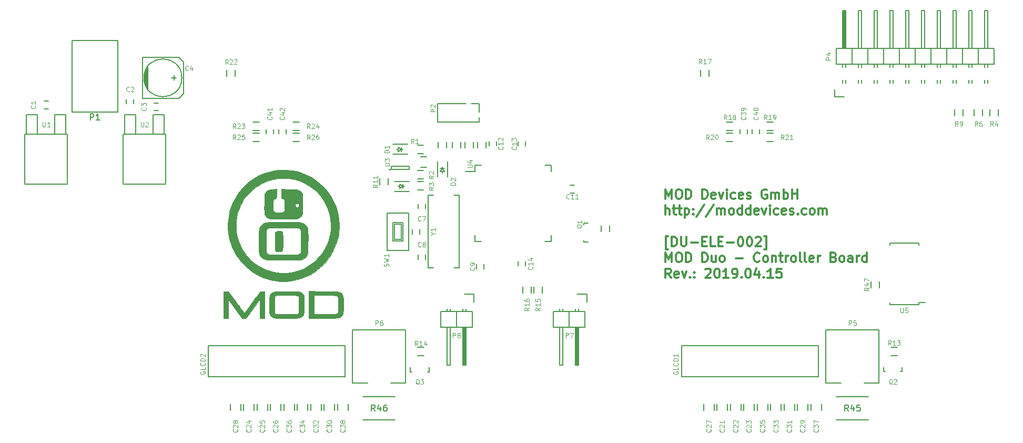
<source format=gbr>
G04 #@! TF.GenerationSoftware,KiCad,Pcbnew,5.0.2-bee76a0~70~ubuntu18.04.1*
G04 #@! TF.CreationDate,2019-04-15T14:09:08+02:00*
G04 #@! TF.ProjectId,top-board,746f702d-626f-4617-9264-2e6b69636164,rev?*
G04 #@! TF.SameCoordinates,PX47b3528PY2897428*
G04 #@! TF.FileFunction,Legend,Top*
G04 #@! TF.FilePolarity,Positive*
%FSLAX46Y46*%
G04 Gerber Fmt 4.6, Leading zero omitted, Abs format (unit mm)*
G04 Created by KiCad (PCBNEW 5.0.2-bee76a0~70~ubuntu18.04.1) date Mon 15 Apr 2019 02:09:08 PM CEST*
%MOMM*%
%LPD*%
G01*
G04 APERTURE LIST*
%ADD10C,0.300000*%
%ADD11C,0.150000*%
%ADD12C,0.100000*%
G04 APERTURE END LIST*
D10*
X106064342Y-20828971D02*
X106064342Y-19328971D01*
X106564342Y-20400400D01*
X107064342Y-19328971D01*
X107064342Y-20828971D01*
X108064342Y-19328971D02*
X108350057Y-19328971D01*
X108492914Y-19400400D01*
X108635771Y-19543257D01*
X108707200Y-19828971D01*
X108707200Y-20328971D01*
X108635771Y-20614685D01*
X108492914Y-20757542D01*
X108350057Y-20828971D01*
X108064342Y-20828971D01*
X107921485Y-20757542D01*
X107778628Y-20614685D01*
X107707200Y-20328971D01*
X107707200Y-19828971D01*
X107778628Y-19543257D01*
X107921485Y-19400400D01*
X108064342Y-19328971D01*
X109350057Y-20828971D02*
X109350057Y-19328971D01*
X109707200Y-19328971D01*
X109921485Y-19400400D01*
X110064342Y-19543257D01*
X110135771Y-19686114D01*
X110207200Y-19971828D01*
X110207200Y-20186114D01*
X110135771Y-20471828D01*
X110064342Y-20614685D01*
X109921485Y-20757542D01*
X109707200Y-20828971D01*
X109350057Y-20828971D01*
X111992914Y-20828971D02*
X111992914Y-19328971D01*
X112350057Y-19328971D01*
X112564342Y-19400400D01*
X112707200Y-19543257D01*
X112778628Y-19686114D01*
X112850057Y-19971828D01*
X112850057Y-20186114D01*
X112778628Y-20471828D01*
X112707200Y-20614685D01*
X112564342Y-20757542D01*
X112350057Y-20828971D01*
X111992914Y-20828971D01*
X114064342Y-20757542D02*
X113921485Y-20828971D01*
X113635771Y-20828971D01*
X113492914Y-20757542D01*
X113421485Y-20614685D01*
X113421485Y-20043257D01*
X113492914Y-19900400D01*
X113635771Y-19828971D01*
X113921485Y-19828971D01*
X114064342Y-19900400D01*
X114135771Y-20043257D01*
X114135771Y-20186114D01*
X113421485Y-20328971D01*
X114635771Y-19828971D02*
X114992914Y-20828971D01*
X115350057Y-19828971D01*
X115921485Y-20828971D02*
X115921485Y-19828971D01*
X115921485Y-19328971D02*
X115850057Y-19400400D01*
X115921485Y-19471828D01*
X115992914Y-19400400D01*
X115921485Y-19328971D01*
X115921485Y-19471828D01*
X117278628Y-20757542D02*
X117135771Y-20828971D01*
X116850057Y-20828971D01*
X116707200Y-20757542D01*
X116635771Y-20686114D01*
X116564342Y-20543257D01*
X116564342Y-20114685D01*
X116635771Y-19971828D01*
X116707200Y-19900400D01*
X116850057Y-19828971D01*
X117135771Y-19828971D01*
X117278628Y-19900400D01*
X118492914Y-20757542D02*
X118350057Y-20828971D01*
X118064342Y-20828971D01*
X117921485Y-20757542D01*
X117850057Y-20614685D01*
X117850057Y-20043257D01*
X117921485Y-19900400D01*
X118064342Y-19828971D01*
X118350057Y-19828971D01*
X118492914Y-19900400D01*
X118564342Y-20043257D01*
X118564342Y-20186114D01*
X117850057Y-20328971D01*
X119135771Y-20757542D02*
X119278628Y-20828971D01*
X119564342Y-20828971D01*
X119707200Y-20757542D01*
X119778628Y-20614685D01*
X119778628Y-20543257D01*
X119707200Y-20400400D01*
X119564342Y-20328971D01*
X119350057Y-20328971D01*
X119207200Y-20257542D01*
X119135771Y-20114685D01*
X119135771Y-20043257D01*
X119207200Y-19900400D01*
X119350057Y-19828971D01*
X119564342Y-19828971D01*
X119707200Y-19900400D01*
X122350057Y-19400400D02*
X122207200Y-19328971D01*
X121992914Y-19328971D01*
X121778628Y-19400400D01*
X121635771Y-19543257D01*
X121564342Y-19686114D01*
X121492914Y-19971828D01*
X121492914Y-20186114D01*
X121564342Y-20471828D01*
X121635771Y-20614685D01*
X121778628Y-20757542D01*
X121992914Y-20828971D01*
X122135771Y-20828971D01*
X122350057Y-20757542D01*
X122421485Y-20686114D01*
X122421485Y-20186114D01*
X122135771Y-20186114D01*
X123064342Y-20828971D02*
X123064342Y-19828971D01*
X123064342Y-19971828D02*
X123135771Y-19900400D01*
X123278628Y-19828971D01*
X123492914Y-19828971D01*
X123635771Y-19900400D01*
X123707200Y-20043257D01*
X123707200Y-20828971D01*
X123707200Y-20043257D02*
X123778628Y-19900400D01*
X123921485Y-19828971D01*
X124135771Y-19828971D01*
X124278628Y-19900400D01*
X124350057Y-20043257D01*
X124350057Y-20828971D01*
X125064342Y-20828971D02*
X125064342Y-19328971D01*
X125064342Y-19900400D02*
X125207200Y-19828971D01*
X125492914Y-19828971D01*
X125635771Y-19900400D01*
X125707200Y-19971828D01*
X125778628Y-20114685D01*
X125778628Y-20543257D01*
X125707200Y-20686114D01*
X125635771Y-20757542D01*
X125492914Y-20828971D01*
X125207200Y-20828971D01*
X125064342Y-20757542D01*
X126421485Y-20828971D02*
X126421485Y-19328971D01*
X126421485Y-20043257D02*
X127278628Y-20043257D01*
X127278628Y-20828971D02*
X127278628Y-19328971D01*
X106064342Y-23378971D02*
X106064342Y-21878971D01*
X106707200Y-23378971D02*
X106707200Y-22593257D01*
X106635771Y-22450400D01*
X106492914Y-22378971D01*
X106278628Y-22378971D01*
X106135771Y-22450400D01*
X106064342Y-22521828D01*
X107207200Y-22378971D02*
X107778628Y-22378971D01*
X107421485Y-21878971D02*
X107421485Y-23164685D01*
X107492914Y-23307542D01*
X107635771Y-23378971D01*
X107778628Y-23378971D01*
X108064342Y-22378971D02*
X108635771Y-22378971D01*
X108278628Y-21878971D02*
X108278628Y-23164685D01*
X108350057Y-23307542D01*
X108492914Y-23378971D01*
X108635771Y-23378971D01*
X109135771Y-22378971D02*
X109135771Y-23878971D01*
X109135771Y-22450400D02*
X109278628Y-22378971D01*
X109564342Y-22378971D01*
X109707200Y-22450400D01*
X109778628Y-22521828D01*
X109850057Y-22664685D01*
X109850057Y-23093257D01*
X109778628Y-23236114D01*
X109707200Y-23307542D01*
X109564342Y-23378971D01*
X109278628Y-23378971D01*
X109135771Y-23307542D01*
X110492914Y-23236114D02*
X110564342Y-23307542D01*
X110492914Y-23378971D01*
X110421485Y-23307542D01*
X110492914Y-23236114D01*
X110492914Y-23378971D01*
X110492914Y-22450400D02*
X110564342Y-22521828D01*
X110492914Y-22593257D01*
X110421485Y-22521828D01*
X110492914Y-22450400D01*
X110492914Y-22593257D01*
X112278628Y-21807542D02*
X110992914Y-23736114D01*
X113850057Y-21807542D02*
X112564342Y-23736114D01*
X114350057Y-23378971D02*
X114350057Y-22378971D01*
X114350057Y-22521828D02*
X114421485Y-22450400D01*
X114564342Y-22378971D01*
X114778628Y-22378971D01*
X114921485Y-22450400D01*
X114992914Y-22593257D01*
X114992914Y-23378971D01*
X114992914Y-22593257D02*
X115064342Y-22450400D01*
X115207200Y-22378971D01*
X115421485Y-22378971D01*
X115564342Y-22450400D01*
X115635771Y-22593257D01*
X115635771Y-23378971D01*
X116564342Y-23378971D02*
X116421485Y-23307542D01*
X116350057Y-23236114D01*
X116278628Y-23093257D01*
X116278628Y-22664685D01*
X116350057Y-22521828D01*
X116421485Y-22450400D01*
X116564342Y-22378971D01*
X116778628Y-22378971D01*
X116921485Y-22450400D01*
X116992914Y-22521828D01*
X117064342Y-22664685D01*
X117064342Y-23093257D01*
X116992914Y-23236114D01*
X116921485Y-23307542D01*
X116778628Y-23378971D01*
X116564342Y-23378971D01*
X118350057Y-23378971D02*
X118350057Y-21878971D01*
X118350057Y-23307542D02*
X118207200Y-23378971D01*
X117921485Y-23378971D01*
X117778628Y-23307542D01*
X117707200Y-23236114D01*
X117635771Y-23093257D01*
X117635771Y-22664685D01*
X117707200Y-22521828D01*
X117778628Y-22450400D01*
X117921485Y-22378971D01*
X118207200Y-22378971D01*
X118350057Y-22450400D01*
X119707200Y-23378971D02*
X119707200Y-21878971D01*
X119707200Y-23307542D02*
X119564342Y-23378971D01*
X119278628Y-23378971D01*
X119135771Y-23307542D01*
X119064342Y-23236114D01*
X118992914Y-23093257D01*
X118992914Y-22664685D01*
X119064342Y-22521828D01*
X119135771Y-22450400D01*
X119278628Y-22378971D01*
X119564342Y-22378971D01*
X119707200Y-22450400D01*
X120992914Y-23307542D02*
X120850057Y-23378971D01*
X120564342Y-23378971D01*
X120421485Y-23307542D01*
X120350057Y-23164685D01*
X120350057Y-22593257D01*
X120421485Y-22450400D01*
X120564342Y-22378971D01*
X120850057Y-22378971D01*
X120992914Y-22450400D01*
X121064342Y-22593257D01*
X121064342Y-22736114D01*
X120350057Y-22878971D01*
X121564342Y-22378971D02*
X121921485Y-23378971D01*
X122278628Y-22378971D01*
X122850057Y-23378971D02*
X122850057Y-22378971D01*
X122850057Y-21878971D02*
X122778628Y-21950400D01*
X122850057Y-22021828D01*
X122921485Y-21950400D01*
X122850057Y-21878971D01*
X122850057Y-22021828D01*
X124207200Y-23307542D02*
X124064342Y-23378971D01*
X123778628Y-23378971D01*
X123635771Y-23307542D01*
X123564342Y-23236114D01*
X123492914Y-23093257D01*
X123492914Y-22664685D01*
X123564342Y-22521828D01*
X123635771Y-22450400D01*
X123778628Y-22378971D01*
X124064342Y-22378971D01*
X124207200Y-22450400D01*
X125421485Y-23307542D02*
X125278628Y-23378971D01*
X124992914Y-23378971D01*
X124850057Y-23307542D01*
X124778628Y-23164685D01*
X124778628Y-22593257D01*
X124850057Y-22450400D01*
X124992914Y-22378971D01*
X125278628Y-22378971D01*
X125421485Y-22450400D01*
X125492914Y-22593257D01*
X125492914Y-22736114D01*
X124778628Y-22878971D01*
X126064342Y-23307542D02*
X126207200Y-23378971D01*
X126492914Y-23378971D01*
X126635771Y-23307542D01*
X126707200Y-23164685D01*
X126707200Y-23093257D01*
X126635771Y-22950400D01*
X126492914Y-22878971D01*
X126278628Y-22878971D01*
X126135771Y-22807542D01*
X126064342Y-22664685D01*
X126064342Y-22593257D01*
X126135771Y-22450400D01*
X126278628Y-22378971D01*
X126492914Y-22378971D01*
X126635771Y-22450400D01*
X127350057Y-23236114D02*
X127421485Y-23307542D01*
X127350057Y-23378971D01*
X127278628Y-23307542D01*
X127350057Y-23236114D01*
X127350057Y-23378971D01*
X128707200Y-23307542D02*
X128564342Y-23378971D01*
X128278628Y-23378971D01*
X128135771Y-23307542D01*
X128064342Y-23236114D01*
X127992914Y-23093257D01*
X127992914Y-22664685D01*
X128064342Y-22521828D01*
X128135771Y-22450400D01*
X128278628Y-22378971D01*
X128564342Y-22378971D01*
X128707200Y-22450400D01*
X129564342Y-23378971D02*
X129421485Y-23307542D01*
X129350057Y-23236114D01*
X129278628Y-23093257D01*
X129278628Y-22664685D01*
X129350057Y-22521828D01*
X129421485Y-22450400D01*
X129564342Y-22378971D01*
X129778628Y-22378971D01*
X129921485Y-22450400D01*
X129992914Y-22521828D01*
X130064342Y-22664685D01*
X130064342Y-23093257D01*
X129992914Y-23236114D01*
X129921485Y-23307542D01*
X129778628Y-23378971D01*
X129564342Y-23378971D01*
X130707200Y-23378971D02*
X130707200Y-22378971D01*
X130707200Y-22521828D02*
X130778628Y-22450400D01*
X130921485Y-22378971D01*
X131135771Y-22378971D01*
X131278628Y-22450400D01*
X131350057Y-22593257D01*
X131350057Y-23378971D01*
X131350057Y-22593257D02*
X131421485Y-22450400D01*
X131564342Y-22378971D01*
X131778628Y-22378971D01*
X131921485Y-22450400D01*
X131992914Y-22593257D01*
X131992914Y-23378971D01*
X106492914Y-28978971D02*
X106135771Y-28978971D01*
X106135771Y-26836114D01*
X106492914Y-26836114D01*
X107064342Y-28478971D02*
X107064342Y-26978971D01*
X107421485Y-26978971D01*
X107635771Y-27050400D01*
X107778628Y-27193257D01*
X107850057Y-27336114D01*
X107921485Y-27621828D01*
X107921485Y-27836114D01*
X107850057Y-28121828D01*
X107778628Y-28264685D01*
X107635771Y-28407542D01*
X107421485Y-28478971D01*
X107064342Y-28478971D01*
X108564342Y-26978971D02*
X108564342Y-28193257D01*
X108635771Y-28336114D01*
X108707200Y-28407542D01*
X108850057Y-28478971D01*
X109135771Y-28478971D01*
X109278628Y-28407542D01*
X109350057Y-28336114D01*
X109421485Y-28193257D01*
X109421485Y-26978971D01*
X110135771Y-27907542D02*
X111278628Y-27907542D01*
X111992914Y-27693257D02*
X112492914Y-27693257D01*
X112707200Y-28478971D02*
X111992914Y-28478971D01*
X111992914Y-26978971D01*
X112707200Y-26978971D01*
X114064342Y-28478971D02*
X113350057Y-28478971D01*
X113350057Y-26978971D01*
X114564342Y-27693257D02*
X115064342Y-27693257D01*
X115278628Y-28478971D02*
X114564342Y-28478971D01*
X114564342Y-26978971D01*
X115278628Y-26978971D01*
X115921485Y-27907542D02*
X117064342Y-27907542D01*
X118064342Y-26978971D02*
X118207200Y-26978971D01*
X118350057Y-27050400D01*
X118421485Y-27121828D01*
X118492914Y-27264685D01*
X118564342Y-27550400D01*
X118564342Y-27907542D01*
X118492914Y-28193257D01*
X118421485Y-28336114D01*
X118350057Y-28407542D01*
X118207200Y-28478971D01*
X118064342Y-28478971D01*
X117921485Y-28407542D01*
X117850057Y-28336114D01*
X117778628Y-28193257D01*
X117707200Y-27907542D01*
X117707200Y-27550400D01*
X117778628Y-27264685D01*
X117850057Y-27121828D01*
X117921485Y-27050400D01*
X118064342Y-26978971D01*
X119492914Y-26978971D02*
X119635771Y-26978971D01*
X119778628Y-27050400D01*
X119850057Y-27121828D01*
X119921485Y-27264685D01*
X119992914Y-27550400D01*
X119992914Y-27907542D01*
X119921485Y-28193257D01*
X119850057Y-28336114D01*
X119778628Y-28407542D01*
X119635771Y-28478971D01*
X119492914Y-28478971D01*
X119350057Y-28407542D01*
X119278628Y-28336114D01*
X119207200Y-28193257D01*
X119135771Y-27907542D01*
X119135771Y-27550400D01*
X119207200Y-27264685D01*
X119278628Y-27121828D01*
X119350057Y-27050400D01*
X119492914Y-26978971D01*
X120564342Y-27121828D02*
X120635771Y-27050400D01*
X120778628Y-26978971D01*
X121135771Y-26978971D01*
X121278628Y-27050400D01*
X121350057Y-27121828D01*
X121421485Y-27264685D01*
X121421485Y-27407542D01*
X121350057Y-27621828D01*
X120492914Y-28478971D01*
X121421485Y-28478971D01*
X121921485Y-28978971D02*
X122278628Y-28978971D01*
X122278628Y-26836114D01*
X121921485Y-26836114D01*
X106064342Y-31028971D02*
X106064342Y-29528971D01*
X106564342Y-30600400D01*
X107064342Y-29528971D01*
X107064342Y-31028971D01*
X108064342Y-29528971D02*
X108350057Y-29528971D01*
X108492914Y-29600400D01*
X108635771Y-29743257D01*
X108707200Y-30028971D01*
X108707200Y-30528971D01*
X108635771Y-30814685D01*
X108492914Y-30957542D01*
X108350057Y-31028971D01*
X108064342Y-31028971D01*
X107921485Y-30957542D01*
X107778628Y-30814685D01*
X107707200Y-30528971D01*
X107707200Y-30028971D01*
X107778628Y-29743257D01*
X107921485Y-29600400D01*
X108064342Y-29528971D01*
X109350057Y-31028971D02*
X109350057Y-29528971D01*
X109707200Y-29528971D01*
X109921485Y-29600400D01*
X110064342Y-29743257D01*
X110135771Y-29886114D01*
X110207200Y-30171828D01*
X110207200Y-30386114D01*
X110135771Y-30671828D01*
X110064342Y-30814685D01*
X109921485Y-30957542D01*
X109707200Y-31028971D01*
X109350057Y-31028971D01*
X111992914Y-31028971D02*
X111992914Y-29528971D01*
X112350057Y-29528971D01*
X112564342Y-29600400D01*
X112707200Y-29743257D01*
X112778628Y-29886114D01*
X112850057Y-30171828D01*
X112850057Y-30386114D01*
X112778628Y-30671828D01*
X112707200Y-30814685D01*
X112564342Y-30957542D01*
X112350057Y-31028971D01*
X111992914Y-31028971D01*
X114135771Y-30028971D02*
X114135771Y-31028971D01*
X113492914Y-30028971D02*
X113492914Y-30814685D01*
X113564342Y-30957542D01*
X113707200Y-31028971D01*
X113921485Y-31028971D01*
X114064342Y-30957542D01*
X114135771Y-30886114D01*
X115064342Y-31028971D02*
X114921485Y-30957542D01*
X114850057Y-30886114D01*
X114778628Y-30743257D01*
X114778628Y-30314685D01*
X114850057Y-30171828D01*
X114921485Y-30100400D01*
X115064342Y-30028971D01*
X115278628Y-30028971D01*
X115421485Y-30100400D01*
X115492914Y-30171828D01*
X115564342Y-30314685D01*
X115564342Y-30743257D01*
X115492914Y-30886114D01*
X115421485Y-30957542D01*
X115278628Y-31028971D01*
X115064342Y-31028971D01*
X117350057Y-30457542D02*
X118492914Y-30457542D01*
X121207200Y-30886114D02*
X121135771Y-30957542D01*
X120921485Y-31028971D01*
X120778628Y-31028971D01*
X120564342Y-30957542D01*
X120421485Y-30814685D01*
X120350057Y-30671828D01*
X120278628Y-30386114D01*
X120278628Y-30171828D01*
X120350057Y-29886114D01*
X120421485Y-29743257D01*
X120564342Y-29600400D01*
X120778628Y-29528971D01*
X120921485Y-29528971D01*
X121135771Y-29600400D01*
X121207200Y-29671828D01*
X122064342Y-31028971D02*
X121921485Y-30957542D01*
X121850057Y-30886114D01*
X121778628Y-30743257D01*
X121778628Y-30314685D01*
X121850057Y-30171828D01*
X121921485Y-30100400D01*
X122064342Y-30028971D01*
X122278628Y-30028971D01*
X122421485Y-30100400D01*
X122492914Y-30171828D01*
X122564342Y-30314685D01*
X122564342Y-30743257D01*
X122492914Y-30886114D01*
X122421485Y-30957542D01*
X122278628Y-31028971D01*
X122064342Y-31028971D01*
X123207200Y-30028971D02*
X123207200Y-31028971D01*
X123207200Y-30171828D02*
X123278628Y-30100400D01*
X123421485Y-30028971D01*
X123635771Y-30028971D01*
X123778628Y-30100400D01*
X123850057Y-30243257D01*
X123850057Y-31028971D01*
X124350057Y-30028971D02*
X124921485Y-30028971D01*
X124564342Y-29528971D02*
X124564342Y-30814685D01*
X124635771Y-30957542D01*
X124778628Y-31028971D01*
X124921485Y-31028971D01*
X125421485Y-31028971D02*
X125421485Y-30028971D01*
X125421485Y-30314685D02*
X125492914Y-30171828D01*
X125564342Y-30100400D01*
X125707200Y-30028971D01*
X125850057Y-30028971D01*
X126564342Y-31028971D02*
X126421485Y-30957542D01*
X126350057Y-30886114D01*
X126278628Y-30743257D01*
X126278628Y-30314685D01*
X126350057Y-30171828D01*
X126421485Y-30100400D01*
X126564342Y-30028971D01*
X126778628Y-30028971D01*
X126921485Y-30100400D01*
X126992914Y-30171828D01*
X127064342Y-30314685D01*
X127064342Y-30743257D01*
X126992914Y-30886114D01*
X126921485Y-30957542D01*
X126778628Y-31028971D01*
X126564342Y-31028971D01*
X127921485Y-31028971D02*
X127778628Y-30957542D01*
X127707200Y-30814685D01*
X127707200Y-29528971D01*
X128707200Y-31028971D02*
X128564342Y-30957542D01*
X128492914Y-30814685D01*
X128492914Y-29528971D01*
X129850057Y-30957542D02*
X129707200Y-31028971D01*
X129421485Y-31028971D01*
X129278628Y-30957542D01*
X129207200Y-30814685D01*
X129207200Y-30243257D01*
X129278628Y-30100400D01*
X129421485Y-30028971D01*
X129707200Y-30028971D01*
X129850057Y-30100400D01*
X129921485Y-30243257D01*
X129921485Y-30386114D01*
X129207200Y-30528971D01*
X130564342Y-31028971D02*
X130564342Y-30028971D01*
X130564342Y-30314685D02*
X130635771Y-30171828D01*
X130707200Y-30100400D01*
X130850057Y-30028971D01*
X130992914Y-30028971D01*
X133135771Y-30243257D02*
X133350057Y-30314685D01*
X133421485Y-30386114D01*
X133492914Y-30528971D01*
X133492914Y-30743257D01*
X133421485Y-30886114D01*
X133350057Y-30957542D01*
X133207200Y-31028971D01*
X132635771Y-31028971D01*
X132635771Y-29528971D01*
X133135771Y-29528971D01*
X133278628Y-29600400D01*
X133350057Y-29671828D01*
X133421485Y-29814685D01*
X133421485Y-29957542D01*
X133350057Y-30100400D01*
X133278628Y-30171828D01*
X133135771Y-30243257D01*
X132635771Y-30243257D01*
X134350057Y-31028971D02*
X134207200Y-30957542D01*
X134135771Y-30886114D01*
X134064342Y-30743257D01*
X134064342Y-30314685D01*
X134135771Y-30171828D01*
X134207200Y-30100400D01*
X134350057Y-30028971D01*
X134564342Y-30028971D01*
X134707200Y-30100400D01*
X134778628Y-30171828D01*
X134850057Y-30314685D01*
X134850057Y-30743257D01*
X134778628Y-30886114D01*
X134707200Y-30957542D01*
X134564342Y-31028971D01*
X134350057Y-31028971D01*
X136135771Y-31028971D02*
X136135771Y-30243257D01*
X136064342Y-30100400D01*
X135921485Y-30028971D01*
X135635771Y-30028971D01*
X135492914Y-30100400D01*
X136135771Y-30957542D02*
X135992914Y-31028971D01*
X135635771Y-31028971D01*
X135492914Y-30957542D01*
X135421485Y-30814685D01*
X135421485Y-30671828D01*
X135492914Y-30528971D01*
X135635771Y-30457542D01*
X135992914Y-30457542D01*
X136135771Y-30386114D01*
X136850057Y-31028971D02*
X136850057Y-30028971D01*
X136850057Y-30314685D02*
X136921485Y-30171828D01*
X136992914Y-30100400D01*
X137135771Y-30028971D01*
X137278628Y-30028971D01*
X138421485Y-31028971D02*
X138421485Y-29528971D01*
X138421485Y-30957542D02*
X138278628Y-31028971D01*
X137992914Y-31028971D01*
X137850057Y-30957542D01*
X137778628Y-30886114D01*
X137707200Y-30743257D01*
X137707200Y-30314685D01*
X137778628Y-30171828D01*
X137850057Y-30100400D01*
X137992914Y-30028971D01*
X138278628Y-30028971D01*
X138421485Y-30100400D01*
X106921485Y-33578971D02*
X106421485Y-32864685D01*
X106064342Y-33578971D02*
X106064342Y-32078971D01*
X106635771Y-32078971D01*
X106778628Y-32150400D01*
X106850057Y-32221828D01*
X106921485Y-32364685D01*
X106921485Y-32578971D01*
X106850057Y-32721828D01*
X106778628Y-32793257D01*
X106635771Y-32864685D01*
X106064342Y-32864685D01*
X108135771Y-33507542D02*
X107992914Y-33578971D01*
X107707200Y-33578971D01*
X107564342Y-33507542D01*
X107492914Y-33364685D01*
X107492914Y-32793257D01*
X107564342Y-32650400D01*
X107707200Y-32578971D01*
X107992914Y-32578971D01*
X108135771Y-32650400D01*
X108207200Y-32793257D01*
X108207200Y-32936114D01*
X107492914Y-33078971D01*
X108707200Y-32578971D02*
X109064342Y-33578971D01*
X109421485Y-32578971D01*
X109992914Y-33436114D02*
X110064342Y-33507542D01*
X109992914Y-33578971D01*
X109921485Y-33507542D01*
X109992914Y-33436114D01*
X109992914Y-33578971D01*
X110707200Y-33436114D02*
X110778628Y-33507542D01*
X110707200Y-33578971D01*
X110635771Y-33507542D01*
X110707200Y-33436114D01*
X110707200Y-33578971D01*
X110707200Y-32650400D02*
X110778628Y-32721828D01*
X110707200Y-32793257D01*
X110635771Y-32721828D01*
X110707200Y-32650400D01*
X110707200Y-32793257D01*
X112492914Y-32221828D02*
X112564342Y-32150400D01*
X112707200Y-32078971D01*
X113064342Y-32078971D01*
X113207200Y-32150400D01*
X113278628Y-32221828D01*
X113350057Y-32364685D01*
X113350057Y-32507542D01*
X113278628Y-32721828D01*
X112421485Y-33578971D01*
X113350057Y-33578971D01*
X114278628Y-32078971D02*
X114421485Y-32078971D01*
X114564342Y-32150400D01*
X114635771Y-32221828D01*
X114707200Y-32364685D01*
X114778628Y-32650400D01*
X114778628Y-33007542D01*
X114707200Y-33293257D01*
X114635771Y-33436114D01*
X114564342Y-33507542D01*
X114421485Y-33578971D01*
X114278628Y-33578971D01*
X114135771Y-33507542D01*
X114064342Y-33436114D01*
X113992914Y-33293257D01*
X113921485Y-33007542D01*
X113921485Y-32650400D01*
X113992914Y-32364685D01*
X114064342Y-32221828D01*
X114135771Y-32150400D01*
X114278628Y-32078971D01*
X116207200Y-33578971D02*
X115350057Y-33578971D01*
X115778628Y-33578971D02*
X115778628Y-32078971D01*
X115635771Y-32293257D01*
X115492914Y-32436114D01*
X115350057Y-32507542D01*
X116921485Y-33578971D02*
X117207200Y-33578971D01*
X117350057Y-33507542D01*
X117421485Y-33436114D01*
X117564342Y-33221828D01*
X117635771Y-32936114D01*
X117635771Y-32364685D01*
X117564342Y-32221828D01*
X117492914Y-32150400D01*
X117350057Y-32078971D01*
X117064342Y-32078971D01*
X116921485Y-32150400D01*
X116850057Y-32221828D01*
X116778628Y-32364685D01*
X116778628Y-32721828D01*
X116850057Y-32864685D01*
X116921485Y-32936114D01*
X117064342Y-33007542D01*
X117350057Y-33007542D01*
X117492914Y-32936114D01*
X117564342Y-32864685D01*
X117635771Y-32721828D01*
X118278628Y-33436114D02*
X118350057Y-33507542D01*
X118278628Y-33578971D01*
X118207200Y-33507542D01*
X118278628Y-33436114D01*
X118278628Y-33578971D01*
X119278628Y-32078971D02*
X119421485Y-32078971D01*
X119564342Y-32150400D01*
X119635771Y-32221828D01*
X119707200Y-32364685D01*
X119778628Y-32650400D01*
X119778628Y-33007542D01*
X119707200Y-33293257D01*
X119635771Y-33436114D01*
X119564342Y-33507542D01*
X119421485Y-33578971D01*
X119278628Y-33578971D01*
X119135771Y-33507542D01*
X119064342Y-33436114D01*
X118992914Y-33293257D01*
X118921485Y-33007542D01*
X118921485Y-32650400D01*
X118992914Y-32364685D01*
X119064342Y-32221828D01*
X119135771Y-32150400D01*
X119278628Y-32078971D01*
X121064342Y-32578971D02*
X121064342Y-33578971D01*
X120707200Y-32007542D02*
X120350057Y-33078971D01*
X121278628Y-33078971D01*
X121850057Y-33436114D02*
X121921485Y-33507542D01*
X121850057Y-33578971D01*
X121778628Y-33507542D01*
X121850057Y-33436114D01*
X121850057Y-33578971D01*
X123350057Y-33578971D02*
X122492914Y-33578971D01*
X122921485Y-33578971D02*
X122921485Y-32078971D01*
X122778628Y-32293257D01*
X122635771Y-32436114D01*
X122492914Y-32507542D01*
X124707200Y-32078971D02*
X123992914Y-32078971D01*
X123921485Y-32793257D01*
X123992914Y-32721828D01*
X124135771Y-32650400D01*
X124492914Y-32650400D01*
X124635771Y-32721828D01*
X124707200Y-32793257D01*
X124778628Y-32936114D01*
X124778628Y-33293257D01*
X124707200Y-33436114D01*
X124635771Y-33507542D01*
X124492914Y-33578971D01*
X124135771Y-33578971D01*
X123992914Y-33507542D01*
X123921485Y-33436114D01*
D11*
G04 #@! TO.C,C1*
X6002540Y-5140400D02*
X6702540Y-5140400D01*
X6702540Y-6340400D02*
X6002540Y-6340400D01*
G04 #@! TO.C,C3*
X24417100Y-6614900D02*
X23717100Y-6614900D01*
X23717100Y-5414900D02*
X24417100Y-5414900D01*
G04 #@! TO.C,C4*
X22225600Y-617400D02*
X22225600Y-2141400D01*
X22352600Y-2522400D02*
X22352600Y-236400D01*
X22479600Y17600D02*
X22479600Y-2776400D01*
X22606600Y-3030400D02*
X22606600Y271600D01*
X22733600Y398600D02*
X22733600Y-3157400D01*
X28194600Y-1379400D02*
G75*
G03X28194600Y-1379400I-3048000J0D01*
G01*
X21844600Y1922600D02*
X21844600Y-4681400D01*
X21844600Y-4681400D02*
X27686600Y-4681400D01*
X27686600Y-4681400D02*
X28448600Y-3919400D01*
X28448600Y-3919400D02*
X28448600Y1160600D01*
X28448600Y1160600D02*
X27686600Y1922600D01*
X27686600Y1922600D02*
X21844600Y1922600D01*
X27305600Y-1379400D02*
X26543600Y-1379400D01*
X26924600Y-998400D02*
X26924600Y-1760400D01*
G04 #@! TO.C,C21*
X116039600Y-54901900D02*
X116039600Y-53901900D01*
X114339600Y-53901900D02*
X114339600Y-54901900D01*
G04 #@! TO.C,C22*
X116498600Y-53901900D02*
X116498600Y-54901900D01*
X118198600Y-54901900D02*
X118198600Y-53901900D01*
G04 #@! TO.C,C37*
X129452600Y-53901900D02*
X129452600Y-54901900D01*
X131152600Y-54901900D02*
X131152600Y-53901900D01*
G04 #@! TO.C,C35*
X120816600Y-53901900D02*
X120816600Y-54901900D01*
X122516600Y-54901900D02*
X122516600Y-53901900D01*
G04 #@! TO.C,C23*
X118657600Y-53901900D02*
X118657600Y-54901900D01*
X120357600Y-54901900D02*
X120357600Y-53901900D01*
G04 #@! TO.C,C33*
X122975600Y-53901900D02*
X122975600Y-54901900D01*
X124675600Y-54901900D02*
X124675600Y-53901900D01*
G04 #@! TO.C,C31*
X125134600Y-53901900D02*
X125134600Y-54901900D01*
X126834600Y-54901900D02*
X126834600Y-53901900D01*
G04 #@! TO.C,C29*
X127293600Y-53901900D02*
X127293600Y-54901900D01*
X128993600Y-54901900D02*
X128993600Y-53901900D01*
G04 #@! TO.C,C27*
X112180600Y-53901900D02*
X112180600Y-54901900D01*
X113880600Y-54901900D02*
X113880600Y-53901900D01*
G04 #@! TO.C,C24*
X39839600Y-54901900D02*
X39839600Y-53901900D01*
X38139600Y-53901900D02*
X38139600Y-54901900D01*
G04 #@! TO.C,C25*
X40298600Y-53901900D02*
X40298600Y-54901900D01*
X41998600Y-54901900D02*
X41998600Y-53901900D01*
G04 #@! TO.C,C38*
X53252600Y-53901900D02*
X53252600Y-54901900D01*
X54952600Y-54901900D02*
X54952600Y-53901900D01*
G04 #@! TO.C,C36*
X44616600Y-53901900D02*
X44616600Y-54901900D01*
X46316600Y-54901900D02*
X46316600Y-53901900D01*
G04 #@! TO.C,C26*
X42457600Y-53901900D02*
X42457600Y-54901900D01*
X44157600Y-54901900D02*
X44157600Y-53901900D01*
G04 #@! TO.C,C34*
X46775600Y-53901900D02*
X46775600Y-54901900D01*
X48475600Y-54901900D02*
X48475600Y-53901900D01*
G04 #@! TO.C,C32*
X48934600Y-53901900D02*
X48934600Y-54901900D01*
X50634600Y-54901900D02*
X50634600Y-53901900D01*
G04 #@! TO.C,C30*
X51093600Y-53901900D02*
X51093600Y-54901900D01*
X52793600Y-54901900D02*
X52793600Y-53901900D01*
G04 #@! TO.C,C28*
X35980600Y-53901900D02*
X35980600Y-54901900D01*
X37680600Y-54901900D02*
X37680600Y-53901900D01*
G04 #@! TO.C,C9*
X76800600Y-31382400D02*
X76800600Y-32082400D01*
X75600600Y-32082400D02*
X75600600Y-31382400D01*
G04 #@! TO.C,C11*
X90697600Y-18686400D02*
X91397600Y-18686400D01*
X91397600Y-19886400D02*
X90697600Y-19886400D01*
G04 #@! TO.C,C12*
X77632600Y-12333900D02*
X77632600Y-11633900D01*
X78832600Y-11633900D02*
X78832600Y-12333900D01*
G04 #@! TO.C,C13*
X82345000Y-12321200D02*
X82345000Y-11621200D01*
X83545000Y-11621200D02*
X83545000Y-12321200D01*
G04 #@! TO.C,C14*
X83531600Y-30937900D02*
X83531600Y-31637900D01*
X82331600Y-31637900D02*
X82331600Y-30937900D01*
G04 #@! TO.C,C7*
X67402600Y-21666900D02*
X67402600Y-22366900D01*
X66202600Y-22366900D02*
X66202600Y-21666900D01*
G04 #@! TO.C,C8*
X66202600Y-30558400D02*
X66202600Y-29858400D01*
X67402600Y-29858400D02*
X67402600Y-30558400D01*
G04 #@! TO.C,C39*
X118018600Y-10390800D02*
X118018600Y-9690800D01*
X119218600Y-9690800D02*
X119218600Y-10390800D01*
G04 #@! TO.C,C41*
X41767800Y-10390800D02*
X41767800Y-9690800D01*
X42967800Y-9690800D02*
X42967800Y-10390800D01*
G04 #@! TO.C,C40*
X120025200Y-10390800D02*
X120025200Y-9690800D01*
X121225200Y-9690800D02*
X121225200Y-10390800D01*
G04 #@! TO.C,C42*
X43774400Y-10390800D02*
X43774400Y-9690800D01*
X44974400Y-9690800D02*
X44974400Y-10390800D01*
G04 #@! TO.C,P5*
X137994600Y-50510400D02*
X140444600Y-50510400D01*
X131844600Y-50510400D02*
X134294600Y-50510400D01*
X131844600Y-41910400D02*
X131844600Y-50510400D01*
X131844600Y-41910400D02*
X140444600Y-41910400D01*
X140444600Y-41910400D02*
X140444600Y-50510400D01*
G04 #@! TO.C,P6*
X61794600Y-50510400D02*
X64244600Y-50510400D01*
X55644600Y-50510400D02*
X58094600Y-50510400D01*
X55644600Y-41910400D02*
X55644600Y-50510400D01*
X55644600Y-41910400D02*
X64244600Y-41910400D01*
X64244600Y-41910400D02*
X64244600Y-50510400D01*
G04 #@! TO.C,P2*
X76048100Y-8495900D02*
X76048100Y-7695900D01*
X69398100Y-8495900D02*
X76048100Y-8495900D01*
X69398100Y-8495900D02*
X69398100Y-5545900D01*
X69398100Y-5545900D02*
X73948100Y-5545900D01*
X76048100Y-6895900D02*
X76048100Y-5545900D01*
X76048100Y-5545900D02*
X74748100Y-5545900D01*
G04 #@! TO.C,Q2*
X141362480Y-48668940D02*
X141410740Y-48668940D01*
X144161460Y-47967900D02*
X144161460Y-48668940D01*
X144161460Y-48668940D02*
X143912540Y-48668940D01*
X141362480Y-48668940D02*
X141161820Y-48668940D01*
X141161820Y-48668940D02*
X141161820Y-47967900D01*
G04 #@! TO.C,Q3*
X65175180Y-48681640D02*
X65223440Y-48681640D01*
X67974160Y-47980600D02*
X67974160Y-48681640D01*
X67974160Y-48681640D02*
X67725240Y-48681640D01*
X65175180Y-48681640D02*
X64974520Y-48681640D01*
X64974520Y-48681640D02*
X64974520Y-47980600D01*
G04 #@! TO.C,R13*
X143352140Y-46090200D02*
X142352140Y-46090200D01*
X142352140Y-44740200D02*
X143352140Y-44740200D01*
G04 #@! TO.C,R14*
X67164840Y-46090200D02*
X66164840Y-46090200D01*
X66164840Y-44740200D02*
X67164840Y-44740200D01*
G04 #@! TO.C,R12*
X97068600Y-25136400D02*
X97068600Y-26136400D01*
X95718600Y-26136400D02*
X95718600Y-25136400D01*
G04 #@! TO.C,R5*
X77129600Y-11674400D02*
X77129600Y-12674400D01*
X75779600Y-12674400D02*
X75779600Y-11674400D01*
G04 #@! TO.C,R7*
X75097600Y-11674400D02*
X75097600Y-12674400D01*
X73747600Y-12674400D02*
X73747600Y-11674400D01*
G04 #@! TO.C,R10*
X73129100Y-11674400D02*
X73129100Y-12674400D01*
X71779100Y-12674400D02*
X71779100Y-11674400D01*
G04 #@! TO.C,R8*
X70779600Y-11674400D02*
X70779600Y-12674400D01*
X69429600Y-12674400D02*
X69429600Y-11674400D01*
G04 #@! TO.C,R15*
X86210100Y-34978900D02*
X86210100Y-35978900D01*
X84860100Y-35978900D02*
X84860100Y-34978900D01*
G04 #@! TO.C,R17*
X113045200Y-117400D02*
X113045200Y-1117400D01*
X111695200Y-1117400D02*
X111695200Y-117400D01*
G04 #@! TO.C,R22*
X36794400Y-117400D02*
X36794400Y-1117400D01*
X35444400Y-1117400D02*
X35444400Y-117400D01*
G04 #@! TO.C,R18*
X116883400Y-9877600D02*
X115883400Y-9877600D01*
X115883400Y-8527600D02*
X116883400Y-8527600D01*
G04 #@! TO.C,R23*
X40632600Y-9877600D02*
X39632600Y-9877600D01*
X39632600Y-8527600D02*
X40632600Y-8527600D01*
G04 #@! TO.C,R20*
X115883400Y-10254800D02*
X116883400Y-10254800D01*
X116883400Y-11604800D02*
X115883400Y-11604800D01*
G04 #@! TO.C,R25*
X39632600Y-10254800D02*
X40632600Y-10254800D01*
X40632600Y-11604800D02*
X39632600Y-11604800D01*
G04 #@! TO.C,R16*
X84432100Y-34978900D02*
X84432100Y-35978900D01*
X83082100Y-35978900D02*
X83082100Y-34978900D01*
G04 #@! TO.C,R19*
X122360400Y-8527600D02*
X123360400Y-8527600D01*
X123360400Y-9877600D02*
X122360400Y-9877600D01*
G04 #@! TO.C,R24*
X46109600Y-8527600D02*
X47109600Y-8527600D01*
X47109600Y-9877600D02*
X46109600Y-9877600D01*
G04 #@! TO.C,R21*
X123360400Y-11604800D02*
X122360400Y-11604800D01*
X122360400Y-10254800D02*
X123360400Y-10254800D01*
G04 #@! TO.C,R26*
X47109600Y-11604800D02*
X46109600Y-11604800D01*
X46109600Y-10254800D02*
X47109600Y-10254800D01*
G04 #@! TO.C,SW1*
X63542600Y-24894400D02*
X63542600Y-27394400D01*
X63542600Y-27394400D02*
X62442600Y-27394400D01*
X62442600Y-27394400D02*
X62442600Y-24894400D01*
X62442600Y-24894400D02*
X63542600Y-24894400D01*
X62192600Y-24644400D02*
X62192600Y-27644400D01*
X63792600Y-24644400D02*
X63792600Y-27644400D01*
X63792600Y-27644400D02*
X62192600Y-27644400D01*
X63792600Y-24644400D02*
X62192600Y-24644400D01*
X61242600Y-23144400D02*
X61242600Y-29144400D01*
X64742600Y-23144400D02*
X64742600Y-29144400D01*
X64742600Y-23144400D02*
X61242600Y-23144400D01*
X64742600Y-29144400D02*
X61242600Y-29144400D01*
G04 #@! TO.C,U2*
X20765100Y-10459900D02*
X20765100Y-7284900D01*
X20765100Y-7284900D02*
X18987100Y-7284900D01*
X18987100Y-7284900D02*
X18987100Y-10459900D01*
X25337100Y-10459900D02*
X25337100Y-7284900D01*
X25337100Y-7284900D02*
X23559100Y-7284900D01*
X23559100Y-7284900D02*
X23559100Y-10459900D01*
X18733100Y-16555900D02*
X18733100Y-10459900D01*
X18733100Y-10459900D02*
X25591100Y-10459900D01*
X25591100Y-10459900D02*
X25591100Y-18333900D01*
X25591100Y-18460900D02*
X18733100Y-18460900D01*
X18733100Y-18333900D02*
X18733100Y-16555900D01*
G04 #@! TO.C,U4*
X75384200Y-15472800D02*
X75384200Y-16482800D01*
X87634200Y-15472800D02*
X87634200Y-16482800D01*
X87634200Y-27722800D02*
X87634200Y-26712800D01*
X75384200Y-27722800D02*
X75384200Y-26712800D01*
X75384200Y-15472800D02*
X76394200Y-15472800D01*
X75384200Y-27722800D02*
X76394200Y-27722800D01*
X87634200Y-27722800D02*
X86624200Y-27722800D01*
X87634200Y-15472800D02*
X86624200Y-15472800D01*
X75384200Y-16482800D02*
X73859200Y-16482800D01*
G04 #@! TO.C,U5*
X146800800Y-37901200D02*
X146800800Y-37576200D01*
X142150800Y-37901200D02*
X142150800Y-37576200D01*
X142150800Y-27951200D02*
X142150800Y-28276200D01*
X146800800Y-27951200D02*
X146800800Y-28276200D01*
X146800800Y-37901200D02*
X142150800Y-37901200D01*
X146800800Y-27951200D02*
X142150800Y-27951200D01*
X146800800Y-37576200D02*
X147875800Y-37576200D01*
G04 #@! TO.C,Y1*
X67846540Y-20231280D02*
X67846540Y-31930520D01*
X72845260Y-31930520D02*
X72845260Y-20231280D01*
X67846540Y-31930520D02*
X68694900Y-31930520D01*
X72845260Y-31930520D02*
X71996900Y-31930520D01*
X67846540Y-20231280D02*
X68694900Y-20231280D01*
X72845260Y-20231280D02*
X71996900Y-20231280D01*
G04 #@! TO.C,P7*
X93377100Y-36147400D02*
X91827100Y-36147400D01*
X93377100Y-37447400D02*
X93377100Y-36147400D01*
X91954100Y-41638400D02*
X91954100Y-47480400D01*
X91954100Y-47480400D02*
X91700100Y-47480400D01*
X91700100Y-47480400D02*
X91700100Y-41638400D01*
X91700100Y-41638400D02*
X91827100Y-41638400D01*
X91827100Y-41638400D02*
X91827100Y-47480400D01*
X92081100Y-38971400D02*
X92081100Y-38590400D01*
X91573100Y-38971400D02*
X91573100Y-38590400D01*
X89541100Y-38971400D02*
X89541100Y-38590400D01*
X89033100Y-38971400D02*
X89033100Y-38590400D01*
X93097100Y-38971400D02*
X93097100Y-41511400D01*
X90557100Y-38971400D02*
X90557100Y-41511400D01*
X90557100Y-38971400D02*
X88017100Y-38971400D01*
X88017100Y-38971400D02*
X88017100Y-41511400D01*
X89541100Y-41511400D02*
X89541100Y-47607400D01*
X89541100Y-47607400D02*
X89033100Y-47607400D01*
X89033100Y-47607400D02*
X89033100Y-41511400D01*
X88017100Y-41511400D02*
X90557100Y-41511400D01*
X90557100Y-41511400D02*
X93097100Y-41511400D01*
X91573100Y-47607400D02*
X91573100Y-41511400D01*
X92081100Y-47607400D02*
X91573100Y-47607400D01*
X92081100Y-41511400D02*
X92081100Y-47607400D01*
X90557100Y-38971400D02*
X90557100Y-41511400D01*
X93097100Y-38971400D02*
X90557100Y-38971400D01*
G04 #@! TO.C,P8*
X75216100Y-36147400D02*
X73666100Y-36147400D01*
X75216100Y-37447400D02*
X75216100Y-36147400D01*
X73793100Y-41638400D02*
X73793100Y-47480400D01*
X73793100Y-47480400D02*
X73539100Y-47480400D01*
X73539100Y-47480400D02*
X73539100Y-41638400D01*
X73539100Y-41638400D02*
X73666100Y-41638400D01*
X73666100Y-41638400D02*
X73666100Y-47480400D01*
X73920100Y-38971400D02*
X73920100Y-38590400D01*
X73412100Y-38971400D02*
X73412100Y-38590400D01*
X71380100Y-38971400D02*
X71380100Y-38590400D01*
X70872100Y-38971400D02*
X70872100Y-38590400D01*
X74936100Y-38971400D02*
X74936100Y-41511400D01*
X72396100Y-38971400D02*
X72396100Y-41511400D01*
X72396100Y-38971400D02*
X69856100Y-38971400D01*
X69856100Y-38971400D02*
X69856100Y-41511400D01*
X71380100Y-41511400D02*
X71380100Y-47607400D01*
X71380100Y-47607400D02*
X70872100Y-47607400D01*
X70872100Y-47607400D02*
X70872100Y-41511400D01*
X69856100Y-41511400D02*
X72396100Y-41511400D01*
X72396100Y-41511400D02*
X74936100Y-41511400D01*
X73412100Y-47607400D02*
X73412100Y-41511400D01*
X73920100Y-47607400D02*
X73412100Y-47607400D01*
X73920100Y-41511400D02*
X73920100Y-47607400D01*
X72396100Y-38971400D02*
X72396100Y-41511400D01*
X74936100Y-38971400D02*
X72396100Y-38971400D01*
G04 #@! TO.C,C2*
X19265340Y-5531600D02*
X19265340Y-4831600D01*
X20465340Y-4831600D02*
X20465340Y-5531600D01*
G04 #@! TO.C,C5*
X66620100Y-15754900D02*
X67620100Y-15754900D01*
X67620100Y-14054900D02*
X66620100Y-14054900D01*
G04 #@! TO.C,C6*
X66513600Y-25794400D02*
X66513600Y-26494400D01*
X65313600Y-26494400D02*
X65313600Y-25794400D01*
G04 #@! TO.C,D1*
X62996600Y-12872900D02*
X62746600Y-12872900D01*
X63496600Y-12872900D02*
X63746600Y-12872900D01*
X63496600Y-12872900D02*
X62996600Y-13222900D01*
X62996600Y-13222900D02*
X62996600Y-12522900D01*
X62996600Y-12522900D02*
X63496600Y-12872900D01*
X63496600Y-13222900D02*
X63496600Y-12522900D01*
X64546600Y-12072900D02*
X62146600Y-12072900D01*
X64546600Y-13672900D02*
X62146600Y-13672900D01*
G04 #@! TO.C,D2*
X70155400Y-16437600D02*
X70155400Y-16687600D01*
X70155400Y-15937600D02*
X70155400Y-15687600D01*
X70155400Y-15937600D02*
X70505400Y-16437600D01*
X70505400Y-16437600D02*
X69805400Y-16437600D01*
X69805400Y-16437600D02*
X70155400Y-15937600D01*
X70505400Y-15937600D02*
X69805400Y-15937600D01*
X69355400Y-14887600D02*
X69355400Y-17287600D01*
X70955400Y-14887600D02*
X70955400Y-17287600D01*
G04 #@! TO.C,D3*
X63250600Y-18841900D02*
X63000600Y-18841900D01*
X63750600Y-18841900D02*
X64000600Y-18841900D01*
X63750600Y-18841900D02*
X63250600Y-19191900D01*
X63250600Y-19191900D02*
X63250600Y-18491900D01*
X63250600Y-18491900D02*
X63750600Y-18841900D01*
X63750600Y-19191900D02*
X63750600Y-18491900D01*
X64800600Y-18041900D02*
X62400600Y-18041900D01*
X64800600Y-19641900D02*
X62400600Y-19641900D01*
G04 #@! TO.C,Q1*
X92873860Y-24972240D02*
X92873860Y-25020500D01*
X93574900Y-27771220D02*
X92873860Y-27771220D01*
X92873860Y-27771220D02*
X92873860Y-27522300D01*
X92873860Y-24972240D02*
X92873860Y-24771580D01*
X92873860Y-24771580D02*
X93574900Y-24771580D01*
G04 #@! TO.C,R1*
X66112100Y-12197900D02*
X67112100Y-12197900D01*
X67112100Y-13547900D02*
X66112100Y-13547900D01*
G04 #@! TO.C,R2*
X66112100Y-16261900D02*
X67112100Y-16261900D01*
X67112100Y-17611900D02*
X66112100Y-17611900D01*
G04 #@! TO.C,R3*
X67112100Y-19453400D02*
X66112100Y-19453400D01*
X66112100Y-18103400D02*
X67112100Y-18103400D01*
G04 #@! TO.C,R4*
X159616100Y-6467400D02*
X159616100Y-7467400D01*
X158266100Y-7467400D02*
X158266100Y-6467400D01*
G04 #@! TO.C,R6*
X157088800Y-6467400D02*
X157088800Y-7467400D01*
X155738800Y-7467400D02*
X155738800Y-6467400D01*
G04 #@! TO.C,R9*
X153939200Y-6467400D02*
X153939200Y-7467400D01*
X152589200Y-7467400D02*
X152589200Y-6467400D01*
G04 #@! TO.C,R11*
X60095100Y-18579900D02*
X60095100Y-17579900D01*
X61445100Y-17579900D02*
X61445100Y-18579900D01*
G04 #@! TO.C,U1*
X4953600Y-10459900D02*
X4953600Y-7284900D01*
X4953600Y-7284900D02*
X3175600Y-7284900D01*
X3175600Y-7284900D02*
X3175600Y-10459900D01*
X9525600Y-10459900D02*
X9525600Y-7284900D01*
X9525600Y-7284900D02*
X7747600Y-7284900D01*
X7747600Y-7284900D02*
X7747600Y-10459900D01*
X2921600Y-16555900D02*
X2921600Y-10459900D01*
X2921600Y-10459900D02*
X9779600Y-10459900D01*
X9779600Y-10459900D02*
X9779600Y-18333900D01*
X9779600Y-18460900D02*
X2921600Y-18460900D01*
X2921600Y-18333900D02*
X2921600Y-16555900D01*
G04 #@! TO.C,U3*
X61773600Y-16157400D02*
G75*
G03X61773600Y-16157400I-100000J0D01*
G01*
X61923600Y-15607400D02*
X61923600Y-16107400D01*
X64823600Y-15607400D02*
X61923600Y-15607400D01*
X64823600Y-16107400D02*
X64823600Y-15607400D01*
X61923600Y-16107400D02*
X64823600Y-16107400D01*
G04 #@! TO.C,P4*
X134562600Y-1760400D02*
X134562600Y-2268400D01*
X135070600Y-1760400D02*
X135070600Y-2268400D01*
X157930600Y-1760400D02*
X157930600Y-2268400D01*
X157422600Y-1760400D02*
X157422600Y-2268400D01*
X152342600Y-1760400D02*
X152342600Y-2268400D01*
X152850600Y-1760400D02*
X152850600Y-2268400D01*
X154882600Y-1760400D02*
X154882600Y-2268400D01*
X155390600Y-1760400D02*
X155390600Y-2268400D01*
X150310600Y-1760400D02*
X150310600Y-2268400D01*
X149802600Y-1760400D02*
X149802600Y-2268400D01*
X147770600Y-1760400D02*
X147770600Y-2268400D01*
X147262600Y-1760400D02*
X147262600Y-2268400D01*
X137102600Y-1760400D02*
X137102600Y-2268400D01*
X137610600Y-1760400D02*
X137610600Y-2268400D01*
X139642600Y-1760400D02*
X139642600Y-2268400D01*
X140150600Y-1760400D02*
X140150600Y-2268400D01*
X145230600Y-1760400D02*
X145230600Y-2268400D01*
X144722600Y-1760400D02*
X144722600Y-2268400D01*
X142690600Y-1760400D02*
X142690600Y-2268400D01*
X142182600Y-1760400D02*
X142182600Y-2268400D01*
X157930600Y779600D02*
X157930600Y271600D01*
X157422600Y779600D02*
X157422600Y271600D01*
X155390600Y779600D02*
X155390600Y271600D01*
X154882600Y779600D02*
X154882600Y271600D01*
X149802600Y779600D02*
X149802600Y271600D01*
X150310600Y779600D02*
X150310600Y271600D01*
X152342600Y779600D02*
X152342600Y271600D01*
X152850600Y779600D02*
X152850600Y271600D01*
X147770600Y779600D02*
X147770600Y271600D01*
X147262600Y779600D02*
X147262600Y271600D01*
X145230600Y779600D02*
X145230600Y271600D01*
X144722600Y779600D02*
X144722600Y271600D01*
X134562600Y779600D02*
X134562600Y271600D01*
X135070600Y779600D02*
X135070600Y271600D01*
X137102600Y779600D02*
X137102600Y271600D01*
X137610600Y779600D02*
X137610600Y271600D01*
X142690600Y779600D02*
X142690600Y271600D01*
X142182600Y779600D02*
X142182600Y271600D01*
X140150600Y779600D02*
X140150600Y271600D01*
X139642600Y779600D02*
X139642600Y271600D01*
X133266600Y-3284400D02*
X133266600Y-4434400D01*
X133266600Y-4434400D02*
X134816600Y-4434400D01*
X134689600Y3319600D02*
X134689600Y9288600D01*
X134689600Y9288600D02*
X134943600Y9288600D01*
X134943600Y9288600D02*
X134943600Y3446600D01*
X134943600Y3446600D02*
X134816600Y3446600D01*
X134816600Y3446600D02*
X134816600Y9288600D01*
X153866600Y779600D02*
X153866600Y3319600D01*
X153866600Y779600D02*
X156406600Y779600D01*
X156406600Y779600D02*
X156406600Y3319600D01*
X154882600Y3319600D02*
X154882600Y9415600D01*
X154882600Y9415600D02*
X155390600Y9415600D01*
X155390600Y9415600D02*
X155390600Y3319600D01*
X156406600Y3319600D02*
X153866600Y3319600D01*
X158946600Y3319600D02*
X156406600Y3319600D01*
X157930600Y9415600D02*
X157930600Y3319600D01*
X157422600Y9415600D02*
X157930600Y9415600D01*
X157422600Y3319600D02*
X157422600Y9415600D01*
X156406600Y779600D02*
X158946600Y779600D01*
X156406600Y779600D02*
X156406600Y3319600D01*
X158946600Y779600D02*
X158946600Y3319600D01*
X143706600Y779600D02*
X143706600Y3319600D01*
X143706600Y779600D02*
X146246600Y779600D01*
X146246600Y779600D02*
X146246600Y3319600D01*
X144722600Y3319600D02*
X144722600Y9415600D01*
X144722600Y9415600D02*
X145230600Y9415600D01*
X145230600Y9415600D02*
X145230600Y3319600D01*
X146246600Y3319600D02*
X143706600Y3319600D01*
X148786600Y3319600D02*
X146246600Y3319600D01*
X147770600Y9415600D02*
X147770600Y3319600D01*
X147262600Y9415600D02*
X147770600Y9415600D01*
X147262600Y3319600D02*
X147262600Y9415600D01*
X148786600Y779600D02*
X148786600Y3319600D01*
X146246600Y779600D02*
X148786600Y779600D01*
X146246600Y779600D02*
X146246600Y3319600D01*
X151326600Y779600D02*
X151326600Y3319600D01*
X151326600Y779600D02*
X153866600Y779600D01*
X153866600Y779600D02*
X153866600Y3319600D01*
X152342600Y3319600D02*
X152342600Y9415600D01*
X152342600Y9415600D02*
X152850600Y9415600D01*
X152850600Y9415600D02*
X152850600Y3319600D01*
X153866600Y3319600D02*
X151326600Y3319600D01*
X151326600Y3319600D02*
X148786600Y3319600D01*
X150310600Y9415600D02*
X150310600Y3319600D01*
X149802600Y9415600D02*
X150310600Y9415600D01*
X149802600Y3319600D02*
X149802600Y9415600D01*
X151326600Y779600D02*
X151326600Y3319600D01*
X148786600Y779600D02*
X151326600Y779600D01*
X148786600Y779600D02*
X148786600Y3319600D01*
X138626600Y779600D02*
X138626600Y3319600D01*
X138626600Y779600D02*
X141166600Y779600D01*
X141166600Y779600D02*
X141166600Y3319600D01*
X139642600Y3319600D02*
X139642600Y9415600D01*
X139642600Y9415600D02*
X140150600Y9415600D01*
X140150600Y9415600D02*
X140150600Y3319600D01*
X141166600Y3319600D02*
X138626600Y3319600D01*
X143706600Y3319600D02*
X141166600Y3319600D01*
X142690600Y9415600D02*
X142690600Y3319600D01*
X142182600Y9415600D02*
X142690600Y9415600D01*
X142182600Y3319600D02*
X142182600Y9415600D01*
X143706600Y779600D02*
X143706600Y3319600D01*
X141166600Y779600D02*
X143706600Y779600D01*
X141166600Y779600D02*
X141166600Y3319600D01*
X136086600Y779600D02*
X136086600Y3319600D01*
X136086600Y779600D02*
X138626600Y779600D01*
X138626600Y779600D02*
X138626600Y3319600D01*
X137102600Y3319600D02*
X137102600Y9415600D01*
X137102600Y9415600D02*
X137610600Y9415600D01*
X137610600Y9415600D02*
X137610600Y3319600D01*
X138626600Y3319600D02*
X136086600Y3319600D01*
X136086600Y3319600D02*
X133546600Y3319600D01*
X135070600Y9415600D02*
X135070600Y3319600D01*
X134562600Y9415600D02*
X135070600Y9415600D01*
X134562600Y3319600D02*
X134562600Y9415600D01*
X136086600Y779600D02*
X136086600Y3319600D01*
X133546600Y779600D02*
X136086600Y779600D01*
X133546600Y779600D02*
X133546600Y3319600D01*
G04 #@! TO.C,GLCD1*
X108634600Y-49499900D02*
X108634600Y-44499900D01*
X130634600Y-44499900D02*
X108634600Y-44499900D01*
X130634600Y-49499900D02*
X130634600Y-44499900D01*
X130634600Y-49499900D02*
X108634600Y-49499900D01*
G04 #@! TO.C,GLCD2*
X32434600Y-49499900D02*
X32434600Y-44499900D01*
X54434600Y-44499900D02*
X32434600Y-44499900D01*
X54434600Y-49499900D02*
X54434600Y-44499900D01*
X54434600Y-49499900D02*
X32434600Y-49499900D01*
G04 #@! TO.C,R45*
X133546540Y-52734200D02*
X138746540Y-52734200D01*
X138746540Y-56384200D02*
X133546540Y-56384200D01*
G04 #@! TO.C,R46*
X57346540Y-52734200D02*
X62546540Y-52734200D01*
X62546540Y-56384200D02*
X57346540Y-56384200D01*
G04 #@! TO.C,P1*
X10495740Y4628000D02*
X10495740Y-6872000D01*
X17895740Y-6872000D02*
X10495740Y-6872000D01*
X17895740Y4628000D02*
X17895740Y-6872000D01*
X17895740Y4628000D02*
X10495740Y4628000D01*
G04 #@! TO.C,R47*
X139154540Y-35145600D02*
X139154540Y-34145600D01*
X140504540Y-34145600D02*
X140504540Y-35145600D01*
D12*
G04 #@! TO.C,G\002A\002A\002A*
G36*
X44438361Y-27477276D02*
X44438340Y-27694599D01*
X44438359Y-28005794D01*
X44438084Y-28270294D01*
X44437019Y-28492204D01*
X44434664Y-28675631D01*
X44430523Y-28824679D01*
X44424099Y-28943452D01*
X44414893Y-29036058D01*
X44402407Y-29106599D01*
X44386145Y-29159183D01*
X44365609Y-29197913D01*
X44340301Y-29226895D01*
X44309723Y-29250234D01*
X44273378Y-29272036D01*
X44245195Y-29288032D01*
X44198995Y-29311714D01*
X44150739Y-29327735D01*
X44089472Y-29337528D01*
X44004238Y-29342527D01*
X43884082Y-29344164D01*
X43816040Y-29344187D01*
X43637124Y-29340614D01*
X43504865Y-29330694D01*
X43420953Y-29314569D01*
X43408380Y-29309872D01*
X43317017Y-29249259D01*
X43238497Y-29160622D01*
X43188265Y-29062707D01*
X43180905Y-29033702D01*
X43178179Y-28992960D01*
X43175898Y-28906522D01*
X43174091Y-28779492D01*
X43172783Y-28616971D01*
X43172002Y-28424063D01*
X43171774Y-28205870D01*
X43172125Y-27967494D01*
X43173083Y-27714039D01*
X43173544Y-27626591D01*
X43175256Y-27333176D01*
X43176915Y-27086281D01*
X43178705Y-26881626D01*
X43180810Y-26714932D01*
X43183414Y-26581919D01*
X43186699Y-26478306D01*
X43190850Y-26399816D01*
X43196050Y-26342167D01*
X43202483Y-26301080D01*
X43210332Y-26272276D01*
X43219781Y-26251475D01*
X43231013Y-26234397D01*
X43233409Y-26231160D01*
X43285234Y-26166364D01*
X43335232Y-26119720D01*
X43393075Y-26088047D01*
X43468432Y-26068164D01*
X43570976Y-26056888D01*
X43710377Y-26051040D01*
X43786051Y-26049362D01*
X43930279Y-26047146D01*
X44033897Y-26047716D01*
X44107066Y-26052196D01*
X44159948Y-26061711D01*
X44202706Y-26077384D01*
X44245195Y-26100162D01*
X44285746Y-26123663D01*
X44320188Y-26145828D01*
X44349021Y-26170769D01*
X44372742Y-26202597D01*
X44391849Y-26245423D01*
X44406840Y-26303358D01*
X44418213Y-26380513D01*
X44426466Y-26480998D01*
X44432097Y-26608926D01*
X44435604Y-26768406D01*
X44437485Y-26963551D01*
X44438238Y-27198471D01*
X44438361Y-27477276D01*
X44438361Y-27477276D01*
G37*
X44438361Y-27477276D02*
X44438340Y-27694599D01*
X44438359Y-28005794D01*
X44438084Y-28270294D01*
X44437019Y-28492204D01*
X44434664Y-28675631D01*
X44430523Y-28824679D01*
X44424099Y-28943452D01*
X44414893Y-29036058D01*
X44402407Y-29106599D01*
X44386145Y-29159183D01*
X44365609Y-29197913D01*
X44340301Y-29226895D01*
X44309723Y-29250234D01*
X44273378Y-29272036D01*
X44245195Y-29288032D01*
X44198995Y-29311714D01*
X44150739Y-29327735D01*
X44089472Y-29337528D01*
X44004238Y-29342527D01*
X43884082Y-29344164D01*
X43816040Y-29344187D01*
X43637124Y-29340614D01*
X43504865Y-29330694D01*
X43420953Y-29314569D01*
X43408380Y-29309872D01*
X43317017Y-29249259D01*
X43238497Y-29160622D01*
X43188265Y-29062707D01*
X43180905Y-29033702D01*
X43178179Y-28992960D01*
X43175898Y-28906522D01*
X43174091Y-28779492D01*
X43172783Y-28616971D01*
X43172002Y-28424063D01*
X43171774Y-28205870D01*
X43172125Y-27967494D01*
X43173083Y-27714039D01*
X43173544Y-27626591D01*
X43175256Y-27333176D01*
X43176915Y-27086281D01*
X43178705Y-26881626D01*
X43180810Y-26714932D01*
X43183414Y-26581919D01*
X43186699Y-26478306D01*
X43190850Y-26399816D01*
X43196050Y-26342167D01*
X43202483Y-26301080D01*
X43210332Y-26272276D01*
X43219781Y-26251475D01*
X43231013Y-26234397D01*
X43233409Y-26231160D01*
X43285234Y-26166364D01*
X43335232Y-26119720D01*
X43393075Y-26088047D01*
X43468432Y-26068164D01*
X43570976Y-26056888D01*
X43710377Y-26051040D01*
X43786051Y-26049362D01*
X43930279Y-26047146D01*
X44033897Y-26047716D01*
X44107066Y-26052196D01*
X44159948Y-26061711D01*
X44202706Y-26077384D01*
X44245195Y-26100162D01*
X44285746Y-26123663D01*
X44320188Y-26145828D01*
X44349021Y-26170769D01*
X44372742Y-26202597D01*
X44391849Y-26245423D01*
X44406840Y-26303358D01*
X44418213Y-26380513D01*
X44426466Y-26480998D01*
X44432097Y-26608926D01*
X44435604Y-26768406D01*
X44437485Y-26963551D01*
X44438238Y-27198471D01*
X44438361Y-27477276D01*
G36*
X47634928Y-21340088D02*
X47633646Y-21694899D01*
X47633049Y-21801800D01*
X47631146Y-22118882D01*
X47629207Y-22389543D01*
X47626776Y-22618160D01*
X47623399Y-22809111D01*
X47618620Y-22966771D01*
X47611985Y-23095519D01*
X47603036Y-23199731D01*
X47591321Y-23283784D01*
X47576382Y-23352057D01*
X47557765Y-23408925D01*
X47535014Y-23458765D01*
X47507675Y-23505956D01*
X47475292Y-23554874D01*
X47446331Y-23596910D01*
X47313512Y-23746017D01*
X47138142Y-23871413D01*
X47054445Y-23910373D01*
X47054445Y-21874161D01*
X47035794Y-21796129D01*
X46989277Y-21711548D01*
X46928720Y-21642885D01*
X46899672Y-21622679D01*
X46812939Y-21598192D01*
X46708449Y-21597909D01*
X46612444Y-21620645D01*
X46580446Y-21637112D01*
X46505336Y-21714474D01*
X46463656Y-21817367D01*
X46461444Y-21928537D01*
X46468314Y-21957457D01*
X46523364Y-22065409D01*
X46607725Y-22140287D01*
X46710778Y-22177657D01*
X46821907Y-22173084D01*
X46904160Y-22139466D01*
X46978299Y-22071134D01*
X47032776Y-21975644D01*
X47054437Y-21876219D01*
X47054445Y-21874161D01*
X47054445Y-23910373D01*
X46923480Y-23971337D01*
X46672786Y-24044030D01*
X46586325Y-24061105D01*
X46527500Y-24066720D01*
X46419103Y-24071645D01*
X46262355Y-24075863D01*
X46058478Y-24079361D01*
X45808696Y-24082125D01*
X45514230Y-24084138D01*
X45176303Y-24085388D01*
X44796138Y-24085858D01*
X44516225Y-24085729D01*
X44143311Y-24085173D01*
X43817767Y-24084323D01*
X43536161Y-24083114D01*
X43295062Y-24081484D01*
X43091041Y-24079369D01*
X42920667Y-24076705D01*
X42780508Y-24073429D01*
X42667136Y-24069477D01*
X42577118Y-24064787D01*
X42507025Y-24059295D01*
X42453425Y-24052937D01*
X42419040Y-24046964D01*
X42185915Y-23979672D01*
X41977107Y-23881051D01*
X41798912Y-23755427D01*
X41657629Y-23607124D01*
X41570151Y-23464105D01*
X41548615Y-23416254D01*
X41530234Y-23368547D01*
X41514782Y-23316761D01*
X41502034Y-23256674D01*
X41491764Y-23184064D01*
X41483748Y-23094708D01*
X41477760Y-22984383D01*
X41473574Y-22848869D01*
X41470965Y-22683942D01*
X41469709Y-22485379D01*
X41469580Y-22248960D01*
X41470352Y-21970460D01*
X41471800Y-21645658D01*
X41471912Y-21622907D01*
X41473479Y-21311176D01*
X41474972Y-21046036D01*
X41476558Y-20823278D01*
X41478409Y-20638692D01*
X41480691Y-20488071D01*
X41483575Y-20367205D01*
X41487229Y-20271886D01*
X41491821Y-20197905D01*
X41497521Y-20141052D01*
X41504498Y-20097120D01*
X41512920Y-20061900D01*
X41522956Y-20031182D01*
X41534776Y-20000757D01*
X41537237Y-19994663D01*
X41639317Y-19808915D01*
X41783792Y-19649323D01*
X41968431Y-19517766D01*
X42191006Y-19416125D01*
X42245255Y-19397834D01*
X42383297Y-19363442D01*
X42560272Y-19333959D01*
X42764442Y-19310686D01*
X42984068Y-19294923D01*
X43207412Y-19287971D01*
X43238190Y-19287776D01*
X43422340Y-19287200D01*
X43422340Y-20011100D01*
X43421857Y-20231670D01*
X43420281Y-20405850D01*
X43417419Y-20538043D01*
X43413077Y-20632652D01*
X43407063Y-20694078D01*
X43399183Y-20726724D01*
X43390590Y-20735141D01*
X43272954Y-20757768D01*
X43150753Y-20818229D01*
X43037484Y-20906879D01*
X42946647Y-21014072D01*
X42910927Y-21077900D01*
X42897140Y-21112699D01*
X42886362Y-21153648D01*
X42878233Y-21207100D01*
X42872391Y-21279408D01*
X42868474Y-21376926D01*
X42866120Y-21506008D01*
X42864968Y-21673007D01*
X42864655Y-21884278D01*
X42864655Y-21890700D01*
X42864950Y-22103263D01*
X42866074Y-22271382D01*
X42868391Y-22401410D01*
X42872260Y-22499703D01*
X42878046Y-22572612D01*
X42886108Y-22626492D01*
X42896808Y-22667697D01*
X42910510Y-22702580D01*
X42910927Y-22703500D01*
X42976971Y-22807575D01*
X43071014Y-22905248D01*
X43176865Y-22981950D01*
X43261792Y-23019168D01*
X43326699Y-23029402D01*
X43431232Y-23037120D01*
X43564277Y-23042320D01*
X43714722Y-23045003D01*
X43871454Y-23045169D01*
X44023361Y-23042817D01*
X44159330Y-23037948D01*
X44268250Y-23030562D01*
X44339006Y-23020658D01*
X44344887Y-23019168D01*
X44448269Y-22970813D01*
X44553235Y-22889440D01*
X44643592Y-22789617D01*
X44695752Y-22703500D01*
X44709539Y-22668700D01*
X44720317Y-22627751D01*
X44728446Y-22574299D01*
X44734288Y-22501991D01*
X44738205Y-22404473D01*
X44740559Y-22275391D01*
X44741711Y-22108392D01*
X44742024Y-21897121D01*
X44742024Y-21890700D01*
X44741729Y-21678136D01*
X44740605Y-21510017D01*
X44738288Y-21379989D01*
X44734419Y-21281696D01*
X44728633Y-21208787D01*
X44720571Y-21154907D01*
X44709871Y-21113702D01*
X44696169Y-21078819D01*
X44695752Y-21077900D01*
X44623150Y-20964586D01*
X44520639Y-20864472D01*
X44401719Y-20787204D01*
X44279887Y-20742427D01*
X44216090Y-20735141D01*
X44206435Y-20724110D01*
X44198806Y-20688181D01*
X44193012Y-20622961D01*
X44188861Y-20524055D01*
X44186161Y-20387068D01*
X44184719Y-20207607D01*
X44184340Y-20007974D01*
X44184340Y-19280949D01*
X45346390Y-19294466D01*
X45645311Y-19298185D01*
X45898576Y-19302183D01*
X46111326Y-19307008D01*
X46288702Y-19313208D01*
X46435848Y-19321333D01*
X46557905Y-19331930D01*
X46660015Y-19345548D01*
X46747321Y-19362734D01*
X46824965Y-19384039D01*
X46898088Y-19410010D01*
X46971833Y-19441195D01*
X47046349Y-19475769D01*
X47243746Y-19592995D01*
X47399168Y-19738202D01*
X47514293Y-19913614D01*
X47590797Y-20121453D01*
X47613217Y-20227000D01*
X47620387Y-20295685D01*
X47626122Y-20410009D01*
X47630434Y-20570792D01*
X47633332Y-20778854D01*
X47634826Y-21035013D01*
X47634928Y-21340088D01*
X47634928Y-21340088D01*
G37*
X47634928Y-21340088D02*
X47633646Y-21694899D01*
X47633049Y-21801800D01*
X47631146Y-22118882D01*
X47629207Y-22389543D01*
X47626776Y-22618160D01*
X47623399Y-22809111D01*
X47618620Y-22966771D01*
X47611985Y-23095519D01*
X47603036Y-23199731D01*
X47591321Y-23283784D01*
X47576382Y-23352057D01*
X47557765Y-23408925D01*
X47535014Y-23458765D01*
X47507675Y-23505956D01*
X47475292Y-23554874D01*
X47446331Y-23596910D01*
X47313512Y-23746017D01*
X47138142Y-23871413D01*
X47054445Y-23910373D01*
X47054445Y-21874161D01*
X47035794Y-21796129D01*
X46989277Y-21711548D01*
X46928720Y-21642885D01*
X46899672Y-21622679D01*
X46812939Y-21598192D01*
X46708449Y-21597909D01*
X46612444Y-21620645D01*
X46580446Y-21637112D01*
X46505336Y-21714474D01*
X46463656Y-21817367D01*
X46461444Y-21928537D01*
X46468314Y-21957457D01*
X46523364Y-22065409D01*
X46607725Y-22140287D01*
X46710778Y-22177657D01*
X46821907Y-22173084D01*
X46904160Y-22139466D01*
X46978299Y-22071134D01*
X47032776Y-21975644D01*
X47054437Y-21876219D01*
X47054445Y-21874161D01*
X47054445Y-23910373D01*
X46923480Y-23971337D01*
X46672786Y-24044030D01*
X46586325Y-24061105D01*
X46527500Y-24066720D01*
X46419103Y-24071645D01*
X46262355Y-24075863D01*
X46058478Y-24079361D01*
X45808696Y-24082125D01*
X45514230Y-24084138D01*
X45176303Y-24085388D01*
X44796138Y-24085858D01*
X44516225Y-24085729D01*
X44143311Y-24085173D01*
X43817767Y-24084323D01*
X43536161Y-24083114D01*
X43295062Y-24081484D01*
X43091041Y-24079369D01*
X42920667Y-24076705D01*
X42780508Y-24073429D01*
X42667136Y-24069477D01*
X42577118Y-24064787D01*
X42507025Y-24059295D01*
X42453425Y-24052937D01*
X42419040Y-24046964D01*
X42185915Y-23979672D01*
X41977107Y-23881051D01*
X41798912Y-23755427D01*
X41657629Y-23607124D01*
X41570151Y-23464105D01*
X41548615Y-23416254D01*
X41530234Y-23368547D01*
X41514782Y-23316761D01*
X41502034Y-23256674D01*
X41491764Y-23184064D01*
X41483748Y-23094708D01*
X41477760Y-22984383D01*
X41473574Y-22848869D01*
X41470965Y-22683942D01*
X41469709Y-22485379D01*
X41469580Y-22248960D01*
X41470352Y-21970460D01*
X41471800Y-21645658D01*
X41471912Y-21622907D01*
X41473479Y-21311176D01*
X41474972Y-21046036D01*
X41476558Y-20823278D01*
X41478409Y-20638692D01*
X41480691Y-20488071D01*
X41483575Y-20367205D01*
X41487229Y-20271886D01*
X41491821Y-20197905D01*
X41497521Y-20141052D01*
X41504498Y-20097120D01*
X41512920Y-20061900D01*
X41522956Y-20031182D01*
X41534776Y-20000757D01*
X41537237Y-19994663D01*
X41639317Y-19808915D01*
X41783792Y-19649323D01*
X41968431Y-19517766D01*
X42191006Y-19416125D01*
X42245255Y-19397834D01*
X42383297Y-19363442D01*
X42560272Y-19333959D01*
X42764442Y-19310686D01*
X42984068Y-19294923D01*
X43207412Y-19287971D01*
X43238190Y-19287776D01*
X43422340Y-19287200D01*
X43422340Y-20011100D01*
X43421857Y-20231670D01*
X43420281Y-20405850D01*
X43417419Y-20538043D01*
X43413077Y-20632652D01*
X43407063Y-20694078D01*
X43399183Y-20726724D01*
X43390590Y-20735141D01*
X43272954Y-20757768D01*
X43150753Y-20818229D01*
X43037484Y-20906879D01*
X42946647Y-21014072D01*
X42910927Y-21077900D01*
X42897140Y-21112699D01*
X42886362Y-21153648D01*
X42878233Y-21207100D01*
X42872391Y-21279408D01*
X42868474Y-21376926D01*
X42866120Y-21506008D01*
X42864968Y-21673007D01*
X42864655Y-21884278D01*
X42864655Y-21890700D01*
X42864950Y-22103263D01*
X42866074Y-22271382D01*
X42868391Y-22401410D01*
X42872260Y-22499703D01*
X42878046Y-22572612D01*
X42886108Y-22626492D01*
X42896808Y-22667697D01*
X42910510Y-22702580D01*
X42910927Y-22703500D01*
X42976971Y-22807575D01*
X43071014Y-22905248D01*
X43176865Y-22981950D01*
X43261792Y-23019168D01*
X43326699Y-23029402D01*
X43431232Y-23037120D01*
X43564277Y-23042320D01*
X43714722Y-23045003D01*
X43871454Y-23045169D01*
X44023361Y-23042817D01*
X44159330Y-23037948D01*
X44268250Y-23030562D01*
X44339006Y-23020658D01*
X44344887Y-23019168D01*
X44448269Y-22970813D01*
X44553235Y-22889440D01*
X44643592Y-22789617D01*
X44695752Y-22703500D01*
X44709539Y-22668700D01*
X44720317Y-22627751D01*
X44728446Y-22574299D01*
X44734288Y-22501991D01*
X44738205Y-22404473D01*
X44740559Y-22275391D01*
X44741711Y-22108392D01*
X44742024Y-21897121D01*
X44742024Y-21890700D01*
X44741729Y-21678136D01*
X44740605Y-21510017D01*
X44738288Y-21379989D01*
X44734419Y-21281696D01*
X44728633Y-21208787D01*
X44720571Y-21154907D01*
X44709871Y-21113702D01*
X44696169Y-21078819D01*
X44695752Y-21077900D01*
X44623150Y-20964586D01*
X44520639Y-20864472D01*
X44401719Y-20787204D01*
X44279887Y-20742427D01*
X44216090Y-20735141D01*
X44206435Y-20724110D01*
X44198806Y-20688181D01*
X44193012Y-20622961D01*
X44188861Y-20524055D01*
X44186161Y-20387068D01*
X44184719Y-20207607D01*
X44184340Y-20007974D01*
X44184340Y-19280949D01*
X45346390Y-19294466D01*
X45645311Y-19298185D01*
X45898576Y-19302183D01*
X46111326Y-19307008D01*
X46288702Y-19313208D01*
X46435848Y-19321333D01*
X46557905Y-19331930D01*
X46660015Y-19345548D01*
X46747321Y-19362734D01*
X46824965Y-19384039D01*
X46898088Y-19410010D01*
X46971833Y-19441195D01*
X47046349Y-19475769D01*
X47243746Y-19592995D01*
X47399168Y-19738202D01*
X47514293Y-19913614D01*
X47590797Y-20121453D01*
X47613217Y-20227000D01*
X47620387Y-20295685D01*
X47626122Y-20410009D01*
X47630434Y-20570792D01*
X47633332Y-20778854D01*
X47634826Y-21035013D01*
X47634928Y-21340088D01*
G36*
X48499220Y-26824181D02*
X48498976Y-27111115D01*
X48497889Y-27441636D01*
X48496393Y-27776665D01*
X48494667Y-28123514D01*
X48492950Y-28423329D01*
X48491137Y-28679875D01*
X48489120Y-28896918D01*
X48486793Y-29078225D01*
X48484049Y-29227560D01*
X48480781Y-29348690D01*
X48476883Y-29445380D01*
X48472249Y-29521396D01*
X48466771Y-29580503D01*
X48460343Y-29626468D01*
X48452859Y-29663056D01*
X48444211Y-29694032D01*
X48441902Y-29701200D01*
X48340484Y-29941575D01*
X48204744Y-30148049D01*
X48032608Y-30322451D01*
X47822004Y-30466615D01*
X47570860Y-30582372D01*
X47372040Y-30646866D01*
X47330587Y-30658418D01*
X47330587Y-26951780D01*
X47329924Y-26648358D01*
X47328242Y-26394633D01*
X47325538Y-26190239D01*
X47321807Y-26034811D01*
X47317046Y-25927986D01*
X47311251Y-25869398D01*
X47309639Y-25862239D01*
X47272426Y-25786485D01*
X47210131Y-25706467D01*
X47182406Y-25679104D01*
X47151692Y-25651086D01*
X47123211Y-25626319D01*
X47093803Y-25604613D01*
X47060309Y-25585776D01*
X47019571Y-25569617D01*
X46968429Y-25555946D01*
X46903725Y-25544570D01*
X46822300Y-25535299D01*
X46720994Y-25527942D01*
X46596649Y-25522307D01*
X46446105Y-25518203D01*
X46266204Y-25515440D01*
X46053787Y-25513826D01*
X45805694Y-25513170D01*
X45518767Y-25513281D01*
X45189847Y-25513967D01*
X44815775Y-25515038D01*
X44487193Y-25516027D01*
X42165040Y-25522900D01*
X42025678Y-25599100D01*
X41918814Y-25670150D01*
X41844792Y-25753102D01*
X41822478Y-25789600D01*
X41758640Y-25903900D01*
X41751415Y-27578409D01*
X41750123Y-27967822D01*
X41749836Y-28307670D01*
X41750568Y-28599180D01*
X41752332Y-28843576D01*
X41755143Y-29042085D01*
X41759015Y-29195932D01*
X41763962Y-29306344D01*
X41769999Y-29374545D01*
X41772318Y-29388413D01*
X41820609Y-29530162D01*
X41902376Y-29640550D01*
X42021775Y-29723263D01*
X42182959Y-29781984D01*
X42228540Y-29792965D01*
X42278016Y-29798276D01*
X42373649Y-29803181D01*
X42510799Y-29807671D01*
X42684824Y-29811737D01*
X42891084Y-29815368D01*
X43124937Y-29818556D01*
X43381743Y-29821291D01*
X43656860Y-29823562D01*
X43945648Y-29825362D01*
X44243465Y-29826680D01*
X44545671Y-29827506D01*
X44847624Y-29827832D01*
X45144684Y-29827647D01*
X45432209Y-29826942D01*
X45705559Y-29825707D01*
X45960092Y-29823933D01*
X46191167Y-29821611D01*
X46394144Y-29818731D01*
X46564382Y-29815283D01*
X46697239Y-29811257D01*
X46788075Y-29806645D01*
X46827935Y-29802421D01*
X47011667Y-29750128D01*
X47153927Y-29671119D01*
X47253065Y-29566643D01*
X47321240Y-29463640D01*
X47328872Y-27709170D01*
X47330236Y-27305262D01*
X47330587Y-26951780D01*
X47330587Y-30658418D01*
X47168840Y-30703494D01*
X44641540Y-30707713D01*
X44284088Y-30708084D01*
X43938662Y-30708004D01*
X43608951Y-30707497D01*
X43298642Y-30706589D01*
X43011425Y-30705306D01*
X42750987Y-30703671D01*
X42521019Y-30701711D01*
X42325207Y-30699449D01*
X42167240Y-30696913D01*
X42050808Y-30694125D01*
X41979599Y-30691113D01*
X41961840Y-30689491D01*
X41680192Y-30629598D01*
X41423455Y-30537999D01*
X41196345Y-30417590D01*
X41003582Y-30271265D01*
X40849884Y-30101917D01*
X40757775Y-29950897D01*
X40729481Y-29892391D01*
X40704885Y-29837417D01*
X40683727Y-29782116D01*
X40665749Y-29722632D01*
X40650692Y-29655105D01*
X40638296Y-29575678D01*
X40628305Y-29480494D01*
X40620457Y-29365695D01*
X40614495Y-29227422D01*
X40610159Y-29061818D01*
X40607192Y-28865026D01*
X40605333Y-28633187D01*
X40604324Y-28362444D01*
X40603907Y-28048938D01*
X40603822Y-27688813D01*
X40603822Y-27656500D01*
X40603978Y-27300003D01*
X40604493Y-26990651D01*
X40605437Y-26724789D01*
X40606880Y-26498762D01*
X40608893Y-26308915D01*
X40611546Y-26151594D01*
X40614909Y-26023143D01*
X40619052Y-25919909D01*
X40624045Y-25838236D01*
X40629959Y-25774470D01*
X40636864Y-25724956D01*
X40641390Y-25701143D01*
X40716073Y-25459265D01*
X40831586Y-25246762D01*
X40988211Y-25063383D01*
X41186234Y-24908881D01*
X41425937Y-24783008D01*
X41707606Y-24685514D01*
X41839920Y-24652650D01*
X41875837Y-24645356D01*
X41916292Y-24638905D01*
X41964445Y-24633247D01*
X42023457Y-24628330D01*
X42096488Y-24624103D01*
X42186697Y-24620514D01*
X42297247Y-24617514D01*
X42431297Y-24615050D01*
X42592008Y-24613071D01*
X42782540Y-24611526D01*
X43006053Y-24610364D01*
X43265708Y-24609534D01*
X43564666Y-24608984D01*
X43906086Y-24608663D01*
X44293130Y-24608521D01*
X44565340Y-24608500D01*
X47092640Y-24608500D01*
X47330013Y-24668335D01*
X47607587Y-24757251D01*
X47850751Y-24874455D01*
X48056446Y-25017777D01*
X48221611Y-25185044D01*
X48343185Y-25374084D01*
X48352738Y-25393911D01*
X48380533Y-25454982D01*
X48404728Y-25513920D01*
X48425553Y-25574535D01*
X48443238Y-25640637D01*
X48458012Y-25716036D01*
X48470104Y-25804541D01*
X48479746Y-25909964D01*
X48487165Y-26036114D01*
X48492593Y-26186801D01*
X48496258Y-26365834D01*
X48498390Y-26577024D01*
X48499220Y-26824181D01*
X48499220Y-26824181D01*
G37*
X48499220Y-26824181D02*
X48498976Y-27111115D01*
X48497889Y-27441636D01*
X48496393Y-27776665D01*
X48494667Y-28123514D01*
X48492950Y-28423329D01*
X48491137Y-28679875D01*
X48489120Y-28896918D01*
X48486793Y-29078225D01*
X48484049Y-29227560D01*
X48480781Y-29348690D01*
X48476883Y-29445380D01*
X48472249Y-29521396D01*
X48466771Y-29580503D01*
X48460343Y-29626468D01*
X48452859Y-29663056D01*
X48444211Y-29694032D01*
X48441902Y-29701200D01*
X48340484Y-29941575D01*
X48204744Y-30148049D01*
X48032608Y-30322451D01*
X47822004Y-30466615D01*
X47570860Y-30582372D01*
X47372040Y-30646866D01*
X47330587Y-30658418D01*
X47330587Y-26951780D01*
X47329924Y-26648358D01*
X47328242Y-26394633D01*
X47325538Y-26190239D01*
X47321807Y-26034811D01*
X47317046Y-25927986D01*
X47311251Y-25869398D01*
X47309639Y-25862239D01*
X47272426Y-25786485D01*
X47210131Y-25706467D01*
X47182406Y-25679104D01*
X47151692Y-25651086D01*
X47123211Y-25626319D01*
X47093803Y-25604613D01*
X47060309Y-25585776D01*
X47019571Y-25569617D01*
X46968429Y-25555946D01*
X46903725Y-25544570D01*
X46822300Y-25535299D01*
X46720994Y-25527942D01*
X46596649Y-25522307D01*
X46446105Y-25518203D01*
X46266204Y-25515440D01*
X46053787Y-25513826D01*
X45805694Y-25513170D01*
X45518767Y-25513281D01*
X45189847Y-25513967D01*
X44815775Y-25515038D01*
X44487193Y-25516027D01*
X42165040Y-25522900D01*
X42025678Y-25599100D01*
X41918814Y-25670150D01*
X41844792Y-25753102D01*
X41822478Y-25789600D01*
X41758640Y-25903900D01*
X41751415Y-27578409D01*
X41750123Y-27967822D01*
X41749836Y-28307670D01*
X41750568Y-28599180D01*
X41752332Y-28843576D01*
X41755143Y-29042085D01*
X41759015Y-29195932D01*
X41763962Y-29306344D01*
X41769999Y-29374545D01*
X41772318Y-29388413D01*
X41820609Y-29530162D01*
X41902376Y-29640550D01*
X42021775Y-29723263D01*
X42182959Y-29781984D01*
X42228540Y-29792965D01*
X42278016Y-29798276D01*
X42373649Y-29803181D01*
X42510799Y-29807671D01*
X42684824Y-29811737D01*
X42891084Y-29815368D01*
X43124937Y-29818556D01*
X43381743Y-29821291D01*
X43656860Y-29823562D01*
X43945648Y-29825362D01*
X44243465Y-29826680D01*
X44545671Y-29827506D01*
X44847624Y-29827832D01*
X45144684Y-29827647D01*
X45432209Y-29826942D01*
X45705559Y-29825707D01*
X45960092Y-29823933D01*
X46191167Y-29821611D01*
X46394144Y-29818731D01*
X46564382Y-29815283D01*
X46697239Y-29811257D01*
X46788075Y-29806645D01*
X46827935Y-29802421D01*
X47011667Y-29750128D01*
X47153927Y-29671119D01*
X47253065Y-29566643D01*
X47321240Y-29463640D01*
X47328872Y-27709170D01*
X47330236Y-27305262D01*
X47330587Y-26951780D01*
X47330587Y-30658418D01*
X47168840Y-30703494D01*
X44641540Y-30707713D01*
X44284088Y-30708084D01*
X43938662Y-30708004D01*
X43608951Y-30707497D01*
X43298642Y-30706589D01*
X43011425Y-30705306D01*
X42750987Y-30703671D01*
X42521019Y-30701711D01*
X42325207Y-30699449D01*
X42167240Y-30696913D01*
X42050808Y-30694125D01*
X41979599Y-30691113D01*
X41961840Y-30689491D01*
X41680192Y-30629598D01*
X41423455Y-30537999D01*
X41196345Y-30417590D01*
X41003582Y-30271265D01*
X40849884Y-30101917D01*
X40757775Y-29950897D01*
X40729481Y-29892391D01*
X40704885Y-29837417D01*
X40683727Y-29782116D01*
X40665749Y-29722632D01*
X40650692Y-29655105D01*
X40638296Y-29575678D01*
X40628305Y-29480494D01*
X40620457Y-29365695D01*
X40614495Y-29227422D01*
X40610159Y-29061818D01*
X40607192Y-28865026D01*
X40605333Y-28633187D01*
X40604324Y-28362444D01*
X40603907Y-28048938D01*
X40603822Y-27688813D01*
X40603822Y-27656500D01*
X40603978Y-27300003D01*
X40604493Y-26990651D01*
X40605437Y-26724789D01*
X40606880Y-26498762D01*
X40608893Y-26308915D01*
X40611546Y-26151594D01*
X40614909Y-26023143D01*
X40619052Y-25919909D01*
X40624045Y-25838236D01*
X40629959Y-25774470D01*
X40636864Y-25724956D01*
X40641390Y-25701143D01*
X40716073Y-25459265D01*
X40831586Y-25246762D01*
X40988211Y-25063383D01*
X41186234Y-24908881D01*
X41425937Y-24783008D01*
X41707606Y-24685514D01*
X41839920Y-24652650D01*
X41875837Y-24645356D01*
X41916292Y-24638905D01*
X41964445Y-24633247D01*
X42023457Y-24628330D01*
X42096488Y-24624103D01*
X42186697Y-24620514D01*
X42297247Y-24617514D01*
X42431297Y-24615050D01*
X42592008Y-24613071D01*
X42782540Y-24611526D01*
X43006053Y-24610364D01*
X43265708Y-24609534D01*
X43564666Y-24608984D01*
X43906086Y-24608663D01*
X44293130Y-24608521D01*
X44565340Y-24608500D01*
X47092640Y-24608500D01*
X47330013Y-24668335D01*
X47607587Y-24757251D01*
X47850751Y-24874455D01*
X48056446Y-25017777D01*
X48221611Y-25185044D01*
X48343185Y-25374084D01*
X48352738Y-25393911D01*
X48380533Y-25454982D01*
X48404728Y-25513920D01*
X48425553Y-25574535D01*
X48443238Y-25640637D01*
X48458012Y-25716036D01*
X48470104Y-25804541D01*
X48479746Y-25909964D01*
X48487165Y-26036114D01*
X48492593Y-26186801D01*
X48496258Y-26365834D01*
X48498390Y-26577024D01*
X48499220Y-26824181D01*
G36*
X53509055Y-25167300D02*
X53498410Y-25657245D01*
X53465895Y-26116441D01*
X53409548Y-26560873D01*
X53327406Y-27006526D01*
X53234755Y-27402500D01*
X53047435Y-28036816D01*
X52814604Y-28651178D01*
X52538275Y-29243576D01*
X52220463Y-29811996D01*
X52176537Y-29878685D01*
X52176537Y-25421300D01*
X52173502Y-24803420D01*
X52121535Y-24194628D01*
X52022059Y-23597292D01*
X51876494Y-23013779D01*
X51686264Y-22446458D01*
X51452790Y-21897697D01*
X51177495Y-21369864D01*
X50861799Y-20865326D01*
X50507126Y-20386453D01*
X50114897Y-19935612D01*
X49686533Y-19515170D01*
X49223458Y-19127497D01*
X48727093Y-18774960D01*
X48198860Y-18459928D01*
X47905440Y-18308476D01*
X47405650Y-18082621D01*
X46912593Y-17899255D01*
X46413865Y-17754759D01*
X45897064Y-17645514D01*
X45378140Y-17571096D01*
X45147985Y-17551626D01*
X44881742Y-17540406D01*
X44593033Y-17537171D01*
X44295483Y-17541657D01*
X44002714Y-17553597D01*
X43728351Y-17572726D01*
X43486018Y-17598779D01*
X43412007Y-17609374D01*
X42822478Y-17724001D01*
X42248702Y-17883805D01*
X41684644Y-18090705D01*
X41174440Y-18321665D01*
X40632540Y-18616687D01*
X40121494Y-18950582D01*
X39642752Y-19320928D01*
X39197766Y-19725306D01*
X38787986Y-20161294D01*
X38414862Y-20626471D01*
X38079844Y-21118416D01*
X37784384Y-21634708D01*
X37529933Y-22172927D01*
X37317939Y-22730652D01*
X37149855Y-23305461D01*
X37027131Y-23894934D01*
X36951217Y-24496650D01*
X36923564Y-25108188D01*
X36927999Y-25408600D01*
X36971575Y-26024335D01*
X37059793Y-26618387D01*
X37193802Y-27195322D01*
X37374752Y-27759707D01*
X37603792Y-28316106D01*
X37722187Y-28563758D01*
X37977397Y-29037429D01*
X38255277Y-29477000D01*
X38562977Y-29892186D01*
X38907649Y-30292701D01*
X39260583Y-30653700D01*
X39726912Y-31070824D01*
X40220006Y-31445096D01*
X40738640Y-31775802D01*
X41281590Y-32062227D01*
X41847631Y-32303658D01*
X42414793Y-32493365D01*
X42658114Y-32560773D01*
X42891644Y-32617423D01*
X43127107Y-32665446D01*
X43376226Y-32706971D01*
X43650724Y-32744128D01*
X43962325Y-32779046D01*
X44019240Y-32784854D01*
X44110695Y-32790025D01*
X44242868Y-32792085D01*
X44405793Y-32791347D01*
X44589505Y-32788127D01*
X44784036Y-32782739D01*
X44979421Y-32775497D01*
X45165693Y-32766716D01*
X45332888Y-32756711D01*
X45471037Y-32745796D01*
X45555940Y-32736348D01*
X46177460Y-32626077D01*
X46779745Y-32468911D01*
X47361679Y-32265413D01*
X47922149Y-32016145D01*
X48460040Y-31721671D01*
X48974238Y-31382554D01*
X49463628Y-30999356D01*
X49927096Y-30572640D01*
X50014535Y-30484225D01*
X50352444Y-30118192D01*
X50650278Y-29752874D01*
X50917020Y-29375806D01*
X51161655Y-28974520D01*
X51335602Y-28650995D01*
X51591976Y-28103804D01*
X51799872Y-27557913D01*
X51961001Y-27006756D01*
X52077072Y-26443767D01*
X52149795Y-25862379D01*
X52176537Y-25421300D01*
X52176537Y-29878685D01*
X51863182Y-30354425D01*
X51468446Y-30868853D01*
X51038270Y-31353266D01*
X50574668Y-31805652D01*
X50079654Y-32223999D01*
X49555244Y-32606295D01*
X49003451Y-32950527D01*
X48426289Y-33254683D01*
X47825774Y-33516751D01*
X47203919Y-33734719D01*
X46775140Y-33855389D01*
X46192737Y-33981449D01*
X45588870Y-34070457D01*
X44977570Y-34121060D01*
X44372866Y-34131908D01*
X44031645Y-34119507D01*
X43509385Y-34072431D01*
X42973470Y-33992055D01*
X42443874Y-33881925D01*
X41961840Y-33752074D01*
X41329119Y-33534162D01*
X40719640Y-33272252D01*
X40135200Y-32968318D01*
X39577597Y-32624333D01*
X39048627Y-32242272D01*
X38550087Y-31824108D01*
X38083775Y-31371814D01*
X37651487Y-30887365D01*
X37255021Y-30372735D01*
X36896173Y-29829896D01*
X36576741Y-29260823D01*
X36298522Y-28667489D01*
X36063313Y-28051868D01*
X35872910Y-27415935D01*
X35764312Y-26945300D01*
X35660065Y-26305312D01*
X35603110Y-25651922D01*
X35593390Y-24990140D01*
X35630851Y-24324976D01*
X35715437Y-23661438D01*
X35805793Y-23186100D01*
X35855970Y-22978415D01*
X35922199Y-22739214D01*
X35999741Y-22483332D01*
X36083859Y-22225602D01*
X36169813Y-21980860D01*
X36252863Y-21763939D01*
X36284542Y-21687500D01*
X36572104Y-21075330D01*
X36899031Y-20493464D01*
X37263213Y-19943090D01*
X37662536Y-19425395D01*
X38094890Y-18941566D01*
X38558161Y-18492791D01*
X39050239Y-18080256D01*
X39569010Y-17705150D01*
X40112364Y-17368660D01*
X40678187Y-17071973D01*
X41264369Y-16816276D01*
X41868796Y-16602758D01*
X42489357Y-16432604D01*
X43123941Y-16307004D01*
X43770434Y-16227143D01*
X44426725Y-16194210D01*
X45090701Y-16209391D01*
X45760252Y-16273875D01*
X45883186Y-16291101D01*
X46533779Y-16411810D01*
X47167417Y-16579172D01*
X47782200Y-16791324D01*
X48376232Y-17046402D01*
X48947614Y-17342542D01*
X49494448Y-17677880D01*
X50014836Y-18050553D01*
X50506880Y-18458697D01*
X50968682Y-18900449D01*
X51398344Y-19373944D01*
X51793968Y-19877319D01*
X52153656Y-20408710D01*
X52475510Y-20966254D01*
X52757631Y-21548087D01*
X52998122Y-22152344D01*
X53195085Y-22777163D01*
X53346622Y-23420680D01*
X53390758Y-23662913D01*
X53433460Y-23935638D01*
X53465311Y-24186212D01*
X53487536Y-24430212D01*
X53501360Y-24683212D01*
X53508006Y-24960788D01*
X53509055Y-25167300D01*
X53509055Y-25167300D01*
G37*
X53509055Y-25167300D02*
X53498410Y-25657245D01*
X53465895Y-26116441D01*
X53409548Y-26560873D01*
X53327406Y-27006526D01*
X53234755Y-27402500D01*
X53047435Y-28036816D01*
X52814604Y-28651178D01*
X52538275Y-29243576D01*
X52220463Y-29811996D01*
X52176537Y-29878685D01*
X52176537Y-25421300D01*
X52173502Y-24803420D01*
X52121535Y-24194628D01*
X52022059Y-23597292D01*
X51876494Y-23013779D01*
X51686264Y-22446458D01*
X51452790Y-21897697D01*
X51177495Y-21369864D01*
X50861799Y-20865326D01*
X50507126Y-20386453D01*
X50114897Y-19935612D01*
X49686533Y-19515170D01*
X49223458Y-19127497D01*
X48727093Y-18774960D01*
X48198860Y-18459928D01*
X47905440Y-18308476D01*
X47405650Y-18082621D01*
X46912593Y-17899255D01*
X46413865Y-17754759D01*
X45897064Y-17645514D01*
X45378140Y-17571096D01*
X45147985Y-17551626D01*
X44881742Y-17540406D01*
X44593033Y-17537171D01*
X44295483Y-17541657D01*
X44002714Y-17553597D01*
X43728351Y-17572726D01*
X43486018Y-17598779D01*
X43412007Y-17609374D01*
X42822478Y-17724001D01*
X42248702Y-17883805D01*
X41684644Y-18090705D01*
X41174440Y-18321665D01*
X40632540Y-18616687D01*
X40121494Y-18950582D01*
X39642752Y-19320928D01*
X39197766Y-19725306D01*
X38787986Y-20161294D01*
X38414862Y-20626471D01*
X38079844Y-21118416D01*
X37784384Y-21634708D01*
X37529933Y-22172927D01*
X37317939Y-22730652D01*
X37149855Y-23305461D01*
X37027131Y-23894934D01*
X36951217Y-24496650D01*
X36923564Y-25108188D01*
X36927999Y-25408600D01*
X36971575Y-26024335D01*
X37059793Y-26618387D01*
X37193802Y-27195322D01*
X37374752Y-27759707D01*
X37603792Y-28316106D01*
X37722187Y-28563758D01*
X37977397Y-29037429D01*
X38255277Y-29477000D01*
X38562977Y-29892186D01*
X38907649Y-30292701D01*
X39260583Y-30653700D01*
X39726912Y-31070824D01*
X40220006Y-31445096D01*
X40738640Y-31775802D01*
X41281590Y-32062227D01*
X41847631Y-32303658D01*
X42414793Y-32493365D01*
X42658114Y-32560773D01*
X42891644Y-32617423D01*
X43127107Y-32665446D01*
X43376226Y-32706971D01*
X43650724Y-32744128D01*
X43962325Y-32779046D01*
X44019240Y-32784854D01*
X44110695Y-32790025D01*
X44242868Y-32792085D01*
X44405793Y-32791347D01*
X44589505Y-32788127D01*
X44784036Y-32782739D01*
X44979421Y-32775497D01*
X45165693Y-32766716D01*
X45332888Y-32756711D01*
X45471037Y-32745796D01*
X45555940Y-32736348D01*
X46177460Y-32626077D01*
X46779745Y-32468911D01*
X47361679Y-32265413D01*
X47922149Y-32016145D01*
X48460040Y-31721671D01*
X48974238Y-31382554D01*
X49463628Y-30999356D01*
X49927096Y-30572640D01*
X50014535Y-30484225D01*
X50352444Y-30118192D01*
X50650278Y-29752874D01*
X50917020Y-29375806D01*
X51161655Y-28974520D01*
X51335602Y-28650995D01*
X51591976Y-28103804D01*
X51799872Y-27557913D01*
X51961001Y-27006756D01*
X52077072Y-26443767D01*
X52149795Y-25862379D01*
X52176537Y-25421300D01*
X52176537Y-29878685D01*
X51863182Y-30354425D01*
X51468446Y-30868853D01*
X51038270Y-31353266D01*
X50574668Y-31805652D01*
X50079654Y-32223999D01*
X49555244Y-32606295D01*
X49003451Y-32950527D01*
X48426289Y-33254683D01*
X47825774Y-33516751D01*
X47203919Y-33734719D01*
X46775140Y-33855389D01*
X46192737Y-33981449D01*
X45588870Y-34070457D01*
X44977570Y-34121060D01*
X44372866Y-34131908D01*
X44031645Y-34119507D01*
X43509385Y-34072431D01*
X42973470Y-33992055D01*
X42443874Y-33881925D01*
X41961840Y-33752074D01*
X41329119Y-33534162D01*
X40719640Y-33272252D01*
X40135200Y-32968318D01*
X39577597Y-32624333D01*
X39048627Y-32242272D01*
X38550087Y-31824108D01*
X38083775Y-31371814D01*
X37651487Y-30887365D01*
X37255021Y-30372735D01*
X36896173Y-29829896D01*
X36576741Y-29260823D01*
X36298522Y-28667489D01*
X36063313Y-28051868D01*
X35872910Y-27415935D01*
X35764312Y-26945300D01*
X35660065Y-26305312D01*
X35603110Y-25651922D01*
X35593390Y-24990140D01*
X35630851Y-24324976D01*
X35715437Y-23661438D01*
X35805793Y-23186100D01*
X35855970Y-22978415D01*
X35922199Y-22739214D01*
X35999741Y-22483332D01*
X36083859Y-22225602D01*
X36169813Y-21980860D01*
X36252863Y-21763939D01*
X36284542Y-21687500D01*
X36572104Y-21075330D01*
X36899031Y-20493464D01*
X37263213Y-19943090D01*
X37662536Y-19425395D01*
X38094890Y-18941566D01*
X38558161Y-18492791D01*
X39050239Y-18080256D01*
X39569010Y-17705150D01*
X40112364Y-17368660D01*
X40678187Y-17071973D01*
X41264369Y-16816276D01*
X41868796Y-16602758D01*
X42489357Y-16432604D01*
X43123941Y-16307004D01*
X43770434Y-16227143D01*
X44426725Y-16194210D01*
X45090701Y-16209391D01*
X45760252Y-16273875D01*
X45883186Y-16291101D01*
X46533779Y-16411810D01*
X47167417Y-16579172D01*
X47782200Y-16791324D01*
X48376232Y-17046402D01*
X48947614Y-17342542D01*
X49494448Y-17677880D01*
X50014836Y-18050553D01*
X50506880Y-18458697D01*
X50968682Y-18900449D01*
X51398344Y-19373944D01*
X51793968Y-19877319D01*
X52153656Y-20408710D01*
X52475510Y-20966254D01*
X52757631Y-21548087D01*
X52998122Y-22152344D01*
X53195085Y-22777163D01*
X53346622Y-23420680D01*
X53390758Y-23662913D01*
X53433460Y-23935638D01*
X53465311Y-24186212D01*
X53487536Y-24430212D01*
X53501360Y-24683212D01*
X53508006Y-24960788D01*
X53509055Y-25167300D01*
G36*
X54179240Y-37892700D02*
X54179062Y-38192598D01*
X54178265Y-38446475D01*
X54176451Y-38659108D01*
X54173221Y-38835274D01*
X54168180Y-38979751D01*
X54160928Y-39097317D01*
X54151069Y-39192750D01*
X54138205Y-39270827D01*
X54121938Y-39336326D01*
X54101871Y-39394025D01*
X54077606Y-39448700D01*
X54048746Y-39505131D01*
X54044388Y-39513310D01*
X53934070Y-39667903D01*
X53781104Y-39797930D01*
X53584649Y-39903928D01*
X53366440Y-39978698D01*
X53366440Y-37905400D01*
X53366354Y-37632312D01*
X53365968Y-37405282D01*
X53365092Y-37219566D01*
X53363532Y-37070420D01*
X53361098Y-36953101D01*
X53357598Y-36862868D01*
X53352840Y-36794975D01*
X53346632Y-36744680D01*
X53338783Y-36707241D01*
X53329101Y-36677914D01*
X53317394Y-36651956D01*
X53315640Y-36648435D01*
X53232854Y-36537369D01*
X53112961Y-36451383D01*
X53001127Y-36407207D01*
X52956088Y-36401912D01*
X52862412Y-36397158D01*
X52722257Y-36392976D01*
X52537785Y-36389396D01*
X52311154Y-36386448D01*
X52044525Y-36384163D01*
X51740056Y-36382571D01*
X51399909Y-36381703D01*
X51175690Y-36381541D01*
X49442140Y-36381400D01*
X49442140Y-37906534D01*
X49442140Y-39431669D01*
X51201090Y-39424184D01*
X52960040Y-39416700D01*
X53111267Y-39340500D01*
X53209439Y-39283821D01*
X53273534Y-39226125D01*
X53314467Y-39162700D01*
X53326731Y-39137016D01*
X53336899Y-39109106D01*
X53345166Y-39074224D01*
X53351729Y-39027627D01*
X53356785Y-38964570D01*
X53360529Y-38880309D01*
X53363157Y-38770101D01*
X53364866Y-38629200D01*
X53365852Y-38452863D01*
X53366310Y-38236346D01*
X53366437Y-37974905D01*
X53366440Y-37905400D01*
X53366440Y-39978698D01*
X53343860Y-39986436D01*
X53276488Y-40003491D01*
X53239855Y-40011399D01*
X53198453Y-40018371D01*
X53148895Y-40024482D01*
X53087796Y-40029810D01*
X53011770Y-40034428D01*
X52917433Y-40038414D01*
X52801397Y-40041842D01*
X52660278Y-40044789D01*
X52490690Y-40047330D01*
X52289247Y-40049541D01*
X52052563Y-40051498D01*
X51777253Y-40053276D01*
X51459931Y-40054952D01*
X51097211Y-40056601D01*
X50858190Y-40057601D01*
X48629340Y-40066722D01*
X48629340Y-37891605D01*
X48629340Y-35716489D01*
X50832790Y-35728352D01*
X51229174Y-35730599D01*
X51578011Y-35732849D01*
X51882552Y-35735172D01*
X52146048Y-35737637D01*
X52371752Y-35740315D01*
X52562916Y-35743273D01*
X52722791Y-35746581D01*
X52854629Y-35750310D01*
X52961683Y-35754527D01*
X53047204Y-35759303D01*
X53114444Y-35764707D01*
X53166654Y-35770808D01*
X53207088Y-35777676D01*
X53214040Y-35779146D01*
X53465097Y-35848042D01*
X53672108Y-35936638D01*
X53839042Y-36048047D01*
X53969870Y-36185382D01*
X54068559Y-36351755D01*
X54121871Y-36491038D01*
X54135073Y-36534263D01*
X54146077Y-36575804D01*
X54155083Y-36620548D01*
X54162292Y-36673382D01*
X54167902Y-36739191D01*
X54172115Y-36822863D01*
X54175130Y-36929283D01*
X54177147Y-37063339D01*
X54178367Y-37229916D01*
X54178988Y-37433902D01*
X54179212Y-37680183D01*
X54179240Y-37892700D01*
X54179240Y-37892700D01*
G37*
X54179240Y-37892700D02*
X54179062Y-38192598D01*
X54178265Y-38446475D01*
X54176451Y-38659108D01*
X54173221Y-38835274D01*
X54168180Y-38979751D01*
X54160928Y-39097317D01*
X54151069Y-39192750D01*
X54138205Y-39270827D01*
X54121938Y-39336326D01*
X54101871Y-39394025D01*
X54077606Y-39448700D01*
X54048746Y-39505131D01*
X54044388Y-39513310D01*
X53934070Y-39667903D01*
X53781104Y-39797930D01*
X53584649Y-39903928D01*
X53366440Y-39978698D01*
X53366440Y-37905400D01*
X53366354Y-37632312D01*
X53365968Y-37405282D01*
X53365092Y-37219566D01*
X53363532Y-37070420D01*
X53361098Y-36953101D01*
X53357598Y-36862868D01*
X53352840Y-36794975D01*
X53346632Y-36744680D01*
X53338783Y-36707241D01*
X53329101Y-36677914D01*
X53317394Y-36651956D01*
X53315640Y-36648435D01*
X53232854Y-36537369D01*
X53112961Y-36451383D01*
X53001127Y-36407207D01*
X52956088Y-36401912D01*
X52862412Y-36397158D01*
X52722257Y-36392976D01*
X52537785Y-36389396D01*
X52311154Y-36386448D01*
X52044525Y-36384163D01*
X51740056Y-36382571D01*
X51399909Y-36381703D01*
X51175690Y-36381541D01*
X49442140Y-36381400D01*
X49442140Y-37906534D01*
X49442140Y-39431669D01*
X51201090Y-39424184D01*
X52960040Y-39416700D01*
X53111267Y-39340500D01*
X53209439Y-39283821D01*
X53273534Y-39226125D01*
X53314467Y-39162700D01*
X53326731Y-39137016D01*
X53336899Y-39109106D01*
X53345166Y-39074224D01*
X53351729Y-39027627D01*
X53356785Y-38964570D01*
X53360529Y-38880309D01*
X53363157Y-38770101D01*
X53364866Y-38629200D01*
X53365852Y-38452863D01*
X53366310Y-38236346D01*
X53366437Y-37974905D01*
X53366440Y-37905400D01*
X53366440Y-39978698D01*
X53343860Y-39986436D01*
X53276488Y-40003491D01*
X53239855Y-40011399D01*
X53198453Y-40018371D01*
X53148895Y-40024482D01*
X53087796Y-40029810D01*
X53011770Y-40034428D01*
X52917433Y-40038414D01*
X52801397Y-40041842D01*
X52660278Y-40044789D01*
X52490690Y-40047330D01*
X52289247Y-40049541D01*
X52052563Y-40051498D01*
X51777253Y-40053276D01*
X51459931Y-40054952D01*
X51097211Y-40056601D01*
X50858190Y-40057601D01*
X48629340Y-40066722D01*
X48629340Y-37891605D01*
X48629340Y-35716489D01*
X50832790Y-35728352D01*
X51229174Y-35730599D01*
X51578011Y-35732849D01*
X51882552Y-35735172D01*
X52146048Y-35737637D01*
X52371752Y-35740315D01*
X52562916Y-35743273D01*
X52722791Y-35746581D01*
X52854629Y-35750310D01*
X52961683Y-35754527D01*
X53047204Y-35759303D01*
X53114444Y-35764707D01*
X53166654Y-35770808D01*
X53207088Y-35777676D01*
X53214040Y-35779146D01*
X53465097Y-35848042D01*
X53672108Y-35936638D01*
X53839042Y-36048047D01*
X53969870Y-36185382D01*
X54068559Y-36351755D01*
X54121871Y-36491038D01*
X54135073Y-36534263D01*
X54146077Y-36575804D01*
X54155083Y-36620548D01*
X54162292Y-36673382D01*
X54167902Y-36739191D01*
X54172115Y-36822863D01*
X54175130Y-36929283D01*
X54177147Y-37063339D01*
X54178367Y-37229916D01*
X54178988Y-37433902D01*
X54179212Y-37680183D01*
X54179240Y-37892700D01*
G36*
X47829240Y-37904865D02*
X47829202Y-38211122D01*
X47828991Y-38470808D01*
X47828455Y-38688154D01*
X47827447Y-38867388D01*
X47825817Y-39012741D01*
X47823414Y-39128441D01*
X47820091Y-39218720D01*
X47815697Y-39287806D01*
X47810084Y-39339929D01*
X47803102Y-39379318D01*
X47794601Y-39410203D01*
X47784432Y-39436815D01*
X47774353Y-39459262D01*
X47666256Y-39633118D01*
X47515173Y-39781346D01*
X47322655Y-39902753D01*
X47090251Y-39996150D01*
X47065641Y-40003676D01*
X47032597Y-40012508D01*
X47026405Y-40013746D01*
X47026405Y-38487615D01*
X47025538Y-38245961D01*
X47023970Y-37958927D01*
X47023469Y-37868899D01*
X47016440Y-36587902D01*
X46945327Y-36513693D01*
X46871473Y-36455764D01*
X46785968Y-36413244D01*
X46777280Y-36410442D01*
X46735997Y-36403859D01*
X46657986Y-36398187D01*
X46541424Y-36393395D01*
X46384489Y-36389454D01*
X46185359Y-36386331D01*
X45942211Y-36383998D01*
X45653223Y-36382423D01*
X45316572Y-36381576D01*
X45044025Y-36381400D01*
X43407703Y-36381400D01*
X43294371Y-36438550D01*
X43250021Y-36460930D01*
X43212679Y-36482483D01*
X43181742Y-36507525D01*
X43156609Y-36540371D01*
X43136678Y-36585337D01*
X43121345Y-36646738D01*
X43110008Y-36728892D01*
X43102065Y-36836113D01*
X43096914Y-36972717D01*
X43093953Y-37143020D01*
X43092578Y-37351339D01*
X43092187Y-37601988D01*
X43092179Y-37887165D01*
X43092279Y-38179421D01*
X43092856Y-38425302D01*
X43094293Y-38629231D01*
X43096974Y-38795635D01*
X43101280Y-38928937D01*
X43107595Y-39033562D01*
X43116303Y-39113934D01*
X43127787Y-39174478D01*
X43142429Y-39219620D01*
X43160614Y-39253782D01*
X43182723Y-39281390D01*
X43209140Y-39306869D01*
X43215618Y-39312672D01*
X43242391Y-39334870D01*
X43271772Y-39353989D01*
X43307525Y-39370244D01*
X43353416Y-39383850D01*
X43413208Y-39395022D01*
X43490664Y-39403975D01*
X43589549Y-39410924D01*
X43713627Y-39416086D01*
X43866662Y-39419675D01*
X44052418Y-39421905D01*
X44274659Y-39422993D01*
X44537148Y-39423154D01*
X44843651Y-39422602D01*
X45124140Y-39421790D01*
X46737040Y-39416700D01*
X46844466Y-39359300D01*
X46884816Y-39337931D01*
X46918881Y-39317663D01*
X46947169Y-39294272D01*
X46970188Y-39263530D01*
X46988445Y-39221214D01*
X47002447Y-39163098D01*
X47012703Y-39084955D01*
X47019719Y-38982561D01*
X47024003Y-38851690D01*
X47026063Y-38688117D01*
X47026405Y-38487615D01*
X47026405Y-40013746D01*
X46994428Y-40020143D01*
X46947312Y-40026684D01*
X46887426Y-40032230D01*
X46810947Y-40036883D01*
X46714052Y-40040745D01*
X46592919Y-40043917D01*
X46443724Y-40046499D01*
X46262645Y-40048592D01*
X46045859Y-40050299D01*
X45789543Y-40051720D01*
X45489874Y-40052957D01*
X45162240Y-40054050D01*
X44863975Y-40054641D01*
X44577318Y-40054567D01*
X44306850Y-40053868D01*
X44057148Y-40052587D01*
X43832792Y-40050765D01*
X43638362Y-40048444D01*
X43478437Y-40045665D01*
X43357596Y-40042470D01*
X43280417Y-40038900D01*
X43258021Y-40036759D01*
X42997089Y-39978914D01*
X42775699Y-39889576D01*
X42594016Y-39768857D01*
X42452207Y-39616867D01*
X42350436Y-39433717D01*
X42348674Y-39429400D01*
X42336393Y-39398236D01*
X42326030Y-39367407D01*
X42317422Y-39332535D01*
X42310405Y-39289241D01*
X42304817Y-39233145D01*
X42300496Y-39159869D01*
X42297279Y-39065034D01*
X42295002Y-38944262D01*
X42293504Y-38793173D01*
X42292621Y-38607389D01*
X42292192Y-38382531D01*
X42292052Y-38114221D01*
X42292040Y-37905400D01*
X42292032Y-37587044D01*
X42292369Y-37315171D01*
X42293589Y-37085462D01*
X42296233Y-36893601D01*
X42300839Y-36735270D01*
X42307947Y-36606151D01*
X42318097Y-36501928D01*
X42331827Y-36418282D01*
X42349678Y-36350896D01*
X42372188Y-36295452D01*
X42399898Y-36247635D01*
X42433345Y-36203125D01*
X42473071Y-36157605D01*
X42516303Y-36110384D01*
X42652645Y-35986518D01*
X42813976Y-35889411D01*
X43009529Y-35814167D01*
X43141840Y-35778714D01*
X43183197Y-35769833D01*
X43228748Y-35762194D01*
X43282430Y-35755704D01*
X43348180Y-35750274D01*
X43429931Y-35745811D01*
X43531620Y-35742225D01*
X43657182Y-35739425D01*
X43810554Y-35737320D01*
X43995670Y-35735818D01*
X44216467Y-35734828D01*
X44476879Y-35734260D01*
X44780843Y-35734022D01*
X45073340Y-35734011D01*
X45419119Y-35734185D01*
X45717977Y-35734632D01*
X45973790Y-35735438D01*
X46190437Y-35736689D01*
X46371796Y-35738471D01*
X46521743Y-35740870D01*
X46644158Y-35743972D01*
X46742917Y-35747862D01*
X46821898Y-35752627D01*
X46884979Y-35758352D01*
X46936039Y-35765124D01*
X46978954Y-35773029D01*
X46995037Y-35776604D01*
X47231373Y-35848127D01*
X47425455Y-35944047D01*
X47580866Y-36066857D01*
X47701188Y-36219055D01*
X47745623Y-36299382D01*
X47829240Y-36469231D01*
X47829240Y-37904865D01*
X47829240Y-37904865D01*
G37*
X47829240Y-37904865D02*
X47829202Y-38211122D01*
X47828991Y-38470808D01*
X47828455Y-38688154D01*
X47827447Y-38867388D01*
X47825817Y-39012741D01*
X47823414Y-39128441D01*
X47820091Y-39218720D01*
X47815697Y-39287806D01*
X47810084Y-39339929D01*
X47803102Y-39379318D01*
X47794601Y-39410203D01*
X47784432Y-39436815D01*
X47774353Y-39459262D01*
X47666256Y-39633118D01*
X47515173Y-39781346D01*
X47322655Y-39902753D01*
X47090251Y-39996150D01*
X47065641Y-40003676D01*
X47032597Y-40012508D01*
X47026405Y-40013746D01*
X47026405Y-38487615D01*
X47025538Y-38245961D01*
X47023970Y-37958927D01*
X47023469Y-37868899D01*
X47016440Y-36587902D01*
X46945327Y-36513693D01*
X46871473Y-36455764D01*
X46785968Y-36413244D01*
X46777280Y-36410442D01*
X46735997Y-36403859D01*
X46657986Y-36398187D01*
X46541424Y-36393395D01*
X46384489Y-36389454D01*
X46185359Y-36386331D01*
X45942211Y-36383998D01*
X45653223Y-36382423D01*
X45316572Y-36381576D01*
X45044025Y-36381400D01*
X43407703Y-36381400D01*
X43294371Y-36438550D01*
X43250021Y-36460930D01*
X43212679Y-36482483D01*
X43181742Y-36507525D01*
X43156609Y-36540371D01*
X43136678Y-36585337D01*
X43121345Y-36646738D01*
X43110008Y-36728892D01*
X43102065Y-36836113D01*
X43096914Y-36972717D01*
X43093953Y-37143020D01*
X43092578Y-37351339D01*
X43092187Y-37601988D01*
X43092179Y-37887165D01*
X43092279Y-38179421D01*
X43092856Y-38425302D01*
X43094293Y-38629231D01*
X43096974Y-38795635D01*
X43101280Y-38928937D01*
X43107595Y-39033562D01*
X43116303Y-39113934D01*
X43127787Y-39174478D01*
X43142429Y-39219620D01*
X43160614Y-39253782D01*
X43182723Y-39281390D01*
X43209140Y-39306869D01*
X43215618Y-39312672D01*
X43242391Y-39334870D01*
X43271772Y-39353989D01*
X43307525Y-39370244D01*
X43353416Y-39383850D01*
X43413208Y-39395022D01*
X43490664Y-39403975D01*
X43589549Y-39410924D01*
X43713627Y-39416086D01*
X43866662Y-39419675D01*
X44052418Y-39421905D01*
X44274659Y-39422993D01*
X44537148Y-39423154D01*
X44843651Y-39422602D01*
X45124140Y-39421790D01*
X46737040Y-39416700D01*
X46844466Y-39359300D01*
X46884816Y-39337931D01*
X46918881Y-39317663D01*
X46947169Y-39294272D01*
X46970188Y-39263530D01*
X46988445Y-39221214D01*
X47002447Y-39163098D01*
X47012703Y-39084955D01*
X47019719Y-38982561D01*
X47024003Y-38851690D01*
X47026063Y-38688117D01*
X47026405Y-38487615D01*
X47026405Y-40013746D01*
X46994428Y-40020143D01*
X46947312Y-40026684D01*
X46887426Y-40032230D01*
X46810947Y-40036883D01*
X46714052Y-40040745D01*
X46592919Y-40043917D01*
X46443724Y-40046499D01*
X46262645Y-40048592D01*
X46045859Y-40050299D01*
X45789543Y-40051720D01*
X45489874Y-40052957D01*
X45162240Y-40054050D01*
X44863975Y-40054641D01*
X44577318Y-40054567D01*
X44306850Y-40053868D01*
X44057148Y-40052587D01*
X43832792Y-40050765D01*
X43638362Y-40048444D01*
X43478437Y-40045665D01*
X43357596Y-40042470D01*
X43280417Y-40038900D01*
X43258021Y-40036759D01*
X42997089Y-39978914D01*
X42775699Y-39889576D01*
X42594016Y-39768857D01*
X42452207Y-39616867D01*
X42350436Y-39433717D01*
X42348674Y-39429400D01*
X42336393Y-39398236D01*
X42326030Y-39367407D01*
X42317422Y-39332535D01*
X42310405Y-39289241D01*
X42304817Y-39233145D01*
X42300496Y-39159869D01*
X42297279Y-39065034D01*
X42295002Y-38944262D01*
X42293504Y-38793173D01*
X42292621Y-38607389D01*
X42292192Y-38382531D01*
X42292052Y-38114221D01*
X42292040Y-37905400D01*
X42292032Y-37587044D01*
X42292369Y-37315171D01*
X42293589Y-37085462D01*
X42296233Y-36893601D01*
X42300839Y-36735270D01*
X42307947Y-36606151D01*
X42318097Y-36501928D01*
X42331827Y-36418282D01*
X42349678Y-36350896D01*
X42372188Y-36295452D01*
X42399898Y-36247635D01*
X42433345Y-36203125D01*
X42473071Y-36157605D01*
X42516303Y-36110384D01*
X42652645Y-35986518D01*
X42813976Y-35889411D01*
X43009529Y-35814167D01*
X43141840Y-35778714D01*
X43183197Y-35769833D01*
X43228748Y-35762194D01*
X43282430Y-35755704D01*
X43348180Y-35750274D01*
X43429931Y-35745811D01*
X43531620Y-35742225D01*
X43657182Y-35739425D01*
X43810554Y-35737320D01*
X43995670Y-35735818D01*
X44216467Y-35734828D01*
X44476879Y-35734260D01*
X44780843Y-35734022D01*
X45073340Y-35734011D01*
X45419119Y-35734185D01*
X45717977Y-35734632D01*
X45973790Y-35735438D01*
X46190437Y-35736689D01*
X46371796Y-35738471D01*
X46521743Y-35740870D01*
X46644158Y-35743972D01*
X46742917Y-35747862D01*
X46821898Y-35752627D01*
X46884979Y-35758352D01*
X46936039Y-35765124D01*
X46978954Y-35773029D01*
X46995037Y-35776604D01*
X47231373Y-35848127D01*
X47425455Y-35944047D01*
X47580866Y-36066857D01*
X47701188Y-36219055D01*
X47745623Y-36299382D01*
X47829240Y-36469231D01*
X47829240Y-37904865D01*
G36*
X41517625Y-40064400D02*
X41136682Y-40064400D01*
X40755739Y-40064400D01*
X40749189Y-38551496D01*
X40742640Y-37038593D01*
X39816249Y-38316546D01*
X39646902Y-38550091D01*
X39481845Y-38777586D01*
X39324280Y-38994628D01*
X39177407Y-39196814D01*
X39044428Y-39379739D01*
X38928545Y-39539001D01*
X38832957Y-39670196D01*
X38760866Y-39768920D01*
X38716449Y-39829450D01*
X38543040Y-40064400D01*
X38207740Y-40063041D01*
X37872440Y-40061682D01*
X36780240Y-38559372D01*
X35688040Y-37057062D01*
X35681488Y-38560731D01*
X35674937Y-40064400D01*
X35294138Y-40064400D01*
X34913340Y-40064400D01*
X34913340Y-37892700D01*
X34913340Y-35721000D01*
X35290039Y-35721000D01*
X35666739Y-35721000D01*
X36947389Y-37485538D01*
X37140308Y-37751089D01*
X37324801Y-38004535D01*
X37498682Y-38242898D01*
X37659760Y-38463204D01*
X37805849Y-38662474D01*
X37934758Y-38837732D01*
X38044301Y-38986002D01*
X38132287Y-39104307D01*
X38196530Y-39189670D01*
X38234839Y-39239114D01*
X38245262Y-39250838D01*
X38253259Y-39243678D01*
X38272347Y-39220802D01*
X38303774Y-39180499D01*
X38348790Y-39121058D01*
X38408643Y-39040766D01*
X38484580Y-38937912D01*
X38577852Y-38810785D01*
X38689706Y-38657672D01*
X38821390Y-38476862D01*
X38974154Y-38266643D01*
X39149246Y-38025305D01*
X39347915Y-37751134D01*
X39571408Y-37442419D01*
X39820976Y-37097449D01*
X40097865Y-36714513D01*
X40371259Y-36336268D01*
X40816895Y-35719636D01*
X41160767Y-35726668D01*
X41504640Y-35733700D01*
X41511132Y-37899050D01*
X41517625Y-40064400D01*
X41517625Y-40064400D01*
G37*
X41517625Y-40064400D02*
X41136682Y-40064400D01*
X40755739Y-40064400D01*
X40749189Y-38551496D01*
X40742640Y-37038593D01*
X39816249Y-38316546D01*
X39646902Y-38550091D01*
X39481845Y-38777586D01*
X39324280Y-38994628D01*
X39177407Y-39196814D01*
X39044428Y-39379739D01*
X38928545Y-39539001D01*
X38832957Y-39670196D01*
X38760866Y-39768920D01*
X38716449Y-39829450D01*
X38543040Y-40064400D01*
X38207740Y-40063041D01*
X37872440Y-40061682D01*
X36780240Y-38559372D01*
X35688040Y-37057062D01*
X35681488Y-38560731D01*
X35674937Y-40064400D01*
X35294138Y-40064400D01*
X34913340Y-40064400D01*
X34913340Y-37892700D01*
X34913340Y-35721000D01*
X35290039Y-35721000D01*
X35666739Y-35721000D01*
X36947389Y-37485538D01*
X37140308Y-37751089D01*
X37324801Y-38004535D01*
X37498682Y-38242898D01*
X37659760Y-38463204D01*
X37805849Y-38662474D01*
X37934758Y-38837732D01*
X38044301Y-38986002D01*
X38132287Y-39104307D01*
X38196530Y-39189670D01*
X38234839Y-39239114D01*
X38245262Y-39250838D01*
X38253259Y-39243678D01*
X38272347Y-39220802D01*
X38303774Y-39180499D01*
X38348790Y-39121058D01*
X38408643Y-39040766D01*
X38484580Y-38937912D01*
X38577852Y-38810785D01*
X38689706Y-38657672D01*
X38821390Y-38476862D01*
X38974154Y-38266643D01*
X39149246Y-38025305D01*
X39347915Y-37751134D01*
X39571408Y-37442419D01*
X39820976Y-37097449D01*
X40097865Y-36714513D01*
X40371259Y-36336268D01*
X40816895Y-35719636D01*
X41160767Y-35726668D01*
X41504640Y-35733700D01*
X41511132Y-37899050D01*
X41517625Y-40064400D01*
G04 #@! TO.C,C1*
X4562997Y-5865400D02*
X4598711Y-5901114D01*
X4634425Y-6008257D01*
X4634425Y-6079685D01*
X4598711Y-6186828D01*
X4527282Y-6258257D01*
X4455854Y-6293971D01*
X4312997Y-6329685D01*
X4205854Y-6329685D01*
X4062997Y-6293971D01*
X3991568Y-6258257D01*
X3920140Y-6186828D01*
X3884425Y-6079685D01*
X3884425Y-6008257D01*
X3920140Y-5901114D01*
X3955854Y-5865400D01*
X4634425Y-5151114D02*
X4634425Y-5579685D01*
X4634425Y-5365400D02*
X3884425Y-5365400D01*
X3991568Y-5436828D01*
X4062997Y-5508257D01*
X4098711Y-5579685D01*
G04 #@! TO.C,C3*
X22366457Y-6139900D02*
X22402171Y-6175614D01*
X22437885Y-6282757D01*
X22437885Y-6354185D01*
X22402171Y-6461328D01*
X22330742Y-6532757D01*
X22259314Y-6568471D01*
X22116457Y-6604185D01*
X22009314Y-6604185D01*
X21866457Y-6568471D01*
X21795028Y-6532757D01*
X21723600Y-6461328D01*
X21687885Y-6354185D01*
X21687885Y-6282757D01*
X21723600Y-6175614D01*
X21759314Y-6139900D01*
X21687885Y-5889900D02*
X21687885Y-5425614D01*
X21973600Y-5675614D01*
X21973600Y-5568471D01*
X22009314Y-5497042D01*
X22045028Y-5461328D01*
X22116457Y-5425614D01*
X22295028Y-5425614D01*
X22366457Y-5461328D01*
X22402171Y-5497042D01*
X22437885Y-5568471D01*
X22437885Y-5782757D01*
X22402171Y-5854185D01*
X22366457Y-5889900D01*
G04 #@! TO.C,C4*
X29212600Y-123257D02*
X29176885Y-158971D01*
X29069742Y-194685D01*
X28998314Y-194685D01*
X28891171Y-158971D01*
X28819742Y-87542D01*
X28784028Y-16114D01*
X28748314Y126743D01*
X28748314Y233886D01*
X28784028Y376743D01*
X28819742Y448172D01*
X28891171Y519600D01*
X28998314Y555315D01*
X29069742Y555315D01*
X29176885Y519600D01*
X29212600Y483886D01*
X29855457Y305315D02*
X29855457Y-194685D01*
X29676885Y591029D02*
X29498314Y55315D01*
X29962600Y55315D01*
G04 #@! TO.C,C21*
X115457457Y-57932042D02*
X115493171Y-57967757D01*
X115528885Y-58074900D01*
X115528885Y-58146328D01*
X115493171Y-58253471D01*
X115421742Y-58324900D01*
X115350314Y-58360614D01*
X115207457Y-58396328D01*
X115100314Y-58396328D01*
X114957457Y-58360614D01*
X114886028Y-58324900D01*
X114814600Y-58253471D01*
X114778885Y-58146328D01*
X114778885Y-58074900D01*
X114814600Y-57967757D01*
X114850314Y-57932042D01*
X114850314Y-57646328D02*
X114814600Y-57610614D01*
X114778885Y-57539185D01*
X114778885Y-57360614D01*
X114814600Y-57289185D01*
X114850314Y-57253471D01*
X114921742Y-57217757D01*
X114993171Y-57217757D01*
X115100314Y-57253471D01*
X115528885Y-57682042D01*
X115528885Y-57217757D01*
X115528885Y-56503471D02*
X115528885Y-56932042D01*
X115528885Y-56717757D02*
X114778885Y-56717757D01*
X114886028Y-56789185D01*
X114957457Y-56860614D01*
X114993171Y-56932042D01*
G04 #@! TO.C,C22*
X117616457Y-57932042D02*
X117652171Y-57967757D01*
X117687885Y-58074900D01*
X117687885Y-58146328D01*
X117652171Y-58253471D01*
X117580742Y-58324900D01*
X117509314Y-58360614D01*
X117366457Y-58396328D01*
X117259314Y-58396328D01*
X117116457Y-58360614D01*
X117045028Y-58324900D01*
X116973600Y-58253471D01*
X116937885Y-58146328D01*
X116937885Y-58074900D01*
X116973600Y-57967757D01*
X117009314Y-57932042D01*
X117009314Y-57646328D02*
X116973600Y-57610614D01*
X116937885Y-57539185D01*
X116937885Y-57360614D01*
X116973600Y-57289185D01*
X117009314Y-57253471D01*
X117080742Y-57217757D01*
X117152171Y-57217757D01*
X117259314Y-57253471D01*
X117687885Y-57682042D01*
X117687885Y-57217757D01*
X117009314Y-56932042D02*
X116973600Y-56896328D01*
X116937885Y-56824900D01*
X116937885Y-56646328D01*
X116973600Y-56574900D01*
X117009314Y-56539185D01*
X117080742Y-56503471D01*
X117152171Y-56503471D01*
X117259314Y-56539185D01*
X117687885Y-56967757D01*
X117687885Y-56503471D01*
G04 #@! TO.C,C37*
X130570457Y-57932042D02*
X130606171Y-57967757D01*
X130641885Y-58074900D01*
X130641885Y-58146328D01*
X130606171Y-58253471D01*
X130534742Y-58324900D01*
X130463314Y-58360614D01*
X130320457Y-58396328D01*
X130213314Y-58396328D01*
X130070457Y-58360614D01*
X129999028Y-58324900D01*
X129927600Y-58253471D01*
X129891885Y-58146328D01*
X129891885Y-58074900D01*
X129927600Y-57967757D01*
X129963314Y-57932042D01*
X129891885Y-57682042D02*
X129891885Y-57217757D01*
X130177600Y-57467757D01*
X130177600Y-57360614D01*
X130213314Y-57289185D01*
X130249028Y-57253471D01*
X130320457Y-57217757D01*
X130499028Y-57217757D01*
X130570457Y-57253471D01*
X130606171Y-57289185D01*
X130641885Y-57360614D01*
X130641885Y-57574900D01*
X130606171Y-57646328D01*
X130570457Y-57682042D01*
X129891885Y-56967757D02*
X129891885Y-56467757D01*
X130641885Y-56789185D01*
G04 #@! TO.C,C35*
X121934457Y-57932042D02*
X121970171Y-57967757D01*
X122005885Y-58074900D01*
X122005885Y-58146328D01*
X121970171Y-58253471D01*
X121898742Y-58324900D01*
X121827314Y-58360614D01*
X121684457Y-58396328D01*
X121577314Y-58396328D01*
X121434457Y-58360614D01*
X121363028Y-58324900D01*
X121291600Y-58253471D01*
X121255885Y-58146328D01*
X121255885Y-58074900D01*
X121291600Y-57967757D01*
X121327314Y-57932042D01*
X121255885Y-57682042D02*
X121255885Y-57217757D01*
X121541600Y-57467757D01*
X121541600Y-57360614D01*
X121577314Y-57289185D01*
X121613028Y-57253471D01*
X121684457Y-57217757D01*
X121863028Y-57217757D01*
X121934457Y-57253471D01*
X121970171Y-57289185D01*
X122005885Y-57360614D01*
X122005885Y-57574900D01*
X121970171Y-57646328D01*
X121934457Y-57682042D01*
X121255885Y-56539185D02*
X121255885Y-56896328D01*
X121613028Y-56932042D01*
X121577314Y-56896328D01*
X121541600Y-56824900D01*
X121541600Y-56646328D01*
X121577314Y-56574900D01*
X121613028Y-56539185D01*
X121684457Y-56503471D01*
X121863028Y-56503471D01*
X121934457Y-56539185D01*
X121970171Y-56574900D01*
X122005885Y-56646328D01*
X122005885Y-56824900D01*
X121970171Y-56896328D01*
X121934457Y-56932042D01*
G04 #@! TO.C,C23*
X119775457Y-57932042D02*
X119811171Y-57967757D01*
X119846885Y-58074900D01*
X119846885Y-58146328D01*
X119811171Y-58253471D01*
X119739742Y-58324900D01*
X119668314Y-58360614D01*
X119525457Y-58396328D01*
X119418314Y-58396328D01*
X119275457Y-58360614D01*
X119204028Y-58324900D01*
X119132600Y-58253471D01*
X119096885Y-58146328D01*
X119096885Y-58074900D01*
X119132600Y-57967757D01*
X119168314Y-57932042D01*
X119168314Y-57646328D02*
X119132600Y-57610614D01*
X119096885Y-57539185D01*
X119096885Y-57360614D01*
X119132600Y-57289185D01*
X119168314Y-57253471D01*
X119239742Y-57217757D01*
X119311171Y-57217757D01*
X119418314Y-57253471D01*
X119846885Y-57682042D01*
X119846885Y-57217757D01*
X119096885Y-56967757D02*
X119096885Y-56503471D01*
X119382600Y-56753471D01*
X119382600Y-56646328D01*
X119418314Y-56574900D01*
X119454028Y-56539185D01*
X119525457Y-56503471D01*
X119704028Y-56503471D01*
X119775457Y-56539185D01*
X119811171Y-56574900D01*
X119846885Y-56646328D01*
X119846885Y-56860614D01*
X119811171Y-56932042D01*
X119775457Y-56967757D01*
G04 #@! TO.C,C33*
X124106157Y-57932042D02*
X124141871Y-57967757D01*
X124177585Y-58074900D01*
X124177585Y-58146328D01*
X124141871Y-58253471D01*
X124070442Y-58324900D01*
X123999014Y-58360614D01*
X123856157Y-58396328D01*
X123749014Y-58396328D01*
X123606157Y-58360614D01*
X123534728Y-58324900D01*
X123463300Y-58253471D01*
X123427585Y-58146328D01*
X123427585Y-58074900D01*
X123463300Y-57967757D01*
X123499014Y-57932042D01*
X123427585Y-57682042D02*
X123427585Y-57217757D01*
X123713300Y-57467757D01*
X123713300Y-57360614D01*
X123749014Y-57289185D01*
X123784728Y-57253471D01*
X123856157Y-57217757D01*
X124034728Y-57217757D01*
X124106157Y-57253471D01*
X124141871Y-57289185D01*
X124177585Y-57360614D01*
X124177585Y-57574900D01*
X124141871Y-57646328D01*
X124106157Y-57682042D01*
X123427585Y-56967757D02*
X123427585Y-56503471D01*
X123713300Y-56753471D01*
X123713300Y-56646328D01*
X123749014Y-56574900D01*
X123784728Y-56539185D01*
X123856157Y-56503471D01*
X124034728Y-56503471D01*
X124106157Y-56539185D01*
X124141871Y-56574900D01*
X124177585Y-56646328D01*
X124177585Y-56860614D01*
X124141871Y-56932042D01*
X124106157Y-56967757D01*
G04 #@! TO.C,C31*
X126252457Y-57932042D02*
X126288171Y-57967757D01*
X126323885Y-58074900D01*
X126323885Y-58146328D01*
X126288171Y-58253471D01*
X126216742Y-58324900D01*
X126145314Y-58360614D01*
X126002457Y-58396328D01*
X125895314Y-58396328D01*
X125752457Y-58360614D01*
X125681028Y-58324900D01*
X125609600Y-58253471D01*
X125573885Y-58146328D01*
X125573885Y-58074900D01*
X125609600Y-57967757D01*
X125645314Y-57932042D01*
X125573885Y-57682042D02*
X125573885Y-57217757D01*
X125859600Y-57467757D01*
X125859600Y-57360614D01*
X125895314Y-57289185D01*
X125931028Y-57253471D01*
X126002457Y-57217757D01*
X126181028Y-57217757D01*
X126252457Y-57253471D01*
X126288171Y-57289185D01*
X126323885Y-57360614D01*
X126323885Y-57574900D01*
X126288171Y-57646328D01*
X126252457Y-57682042D01*
X126323885Y-56503471D02*
X126323885Y-56932042D01*
X126323885Y-56717757D02*
X125573885Y-56717757D01*
X125681028Y-56789185D01*
X125752457Y-56860614D01*
X125788171Y-56932042D01*
G04 #@! TO.C,C29*
X128411457Y-57932042D02*
X128447171Y-57967757D01*
X128482885Y-58074900D01*
X128482885Y-58146328D01*
X128447171Y-58253471D01*
X128375742Y-58324900D01*
X128304314Y-58360614D01*
X128161457Y-58396328D01*
X128054314Y-58396328D01*
X127911457Y-58360614D01*
X127840028Y-58324900D01*
X127768600Y-58253471D01*
X127732885Y-58146328D01*
X127732885Y-58074900D01*
X127768600Y-57967757D01*
X127804314Y-57932042D01*
X127804314Y-57646328D02*
X127768600Y-57610614D01*
X127732885Y-57539185D01*
X127732885Y-57360614D01*
X127768600Y-57289185D01*
X127804314Y-57253471D01*
X127875742Y-57217757D01*
X127947171Y-57217757D01*
X128054314Y-57253471D01*
X128482885Y-57682042D01*
X128482885Y-57217757D01*
X128482885Y-56860614D02*
X128482885Y-56717757D01*
X128447171Y-56646328D01*
X128411457Y-56610614D01*
X128304314Y-56539185D01*
X128161457Y-56503471D01*
X127875742Y-56503471D01*
X127804314Y-56539185D01*
X127768600Y-56574900D01*
X127732885Y-56646328D01*
X127732885Y-56789185D01*
X127768600Y-56860614D01*
X127804314Y-56896328D01*
X127875742Y-56932042D01*
X128054314Y-56932042D01*
X128125742Y-56896328D01*
X128161457Y-56860614D01*
X128197171Y-56789185D01*
X128197171Y-56646328D01*
X128161457Y-56574900D01*
X128125742Y-56539185D01*
X128054314Y-56503471D01*
G04 #@! TO.C,C27*
X113298457Y-57932042D02*
X113334171Y-57967757D01*
X113369885Y-58074900D01*
X113369885Y-58146328D01*
X113334171Y-58253471D01*
X113262742Y-58324900D01*
X113191314Y-58360614D01*
X113048457Y-58396328D01*
X112941314Y-58396328D01*
X112798457Y-58360614D01*
X112727028Y-58324900D01*
X112655600Y-58253471D01*
X112619885Y-58146328D01*
X112619885Y-58074900D01*
X112655600Y-57967757D01*
X112691314Y-57932042D01*
X112691314Y-57646328D02*
X112655600Y-57610614D01*
X112619885Y-57539185D01*
X112619885Y-57360614D01*
X112655600Y-57289185D01*
X112691314Y-57253471D01*
X112762742Y-57217757D01*
X112834171Y-57217757D01*
X112941314Y-57253471D01*
X113369885Y-57682042D01*
X113369885Y-57217757D01*
X112619885Y-56967757D02*
X112619885Y-56467757D01*
X113369885Y-56789185D01*
G04 #@! TO.C,C24*
X39257457Y-57932042D02*
X39293171Y-57967757D01*
X39328885Y-58074900D01*
X39328885Y-58146328D01*
X39293171Y-58253471D01*
X39221742Y-58324900D01*
X39150314Y-58360614D01*
X39007457Y-58396328D01*
X38900314Y-58396328D01*
X38757457Y-58360614D01*
X38686028Y-58324900D01*
X38614600Y-58253471D01*
X38578885Y-58146328D01*
X38578885Y-58074900D01*
X38614600Y-57967757D01*
X38650314Y-57932042D01*
X38650314Y-57646328D02*
X38614600Y-57610614D01*
X38578885Y-57539185D01*
X38578885Y-57360614D01*
X38614600Y-57289185D01*
X38650314Y-57253471D01*
X38721742Y-57217757D01*
X38793171Y-57217757D01*
X38900314Y-57253471D01*
X39328885Y-57682042D01*
X39328885Y-57217757D01*
X38828885Y-56574900D02*
X39328885Y-56574900D01*
X38543171Y-56753471D02*
X39078885Y-56932042D01*
X39078885Y-56467757D01*
G04 #@! TO.C,C25*
X41416457Y-57932042D02*
X41452171Y-57967757D01*
X41487885Y-58074900D01*
X41487885Y-58146328D01*
X41452171Y-58253471D01*
X41380742Y-58324900D01*
X41309314Y-58360614D01*
X41166457Y-58396328D01*
X41059314Y-58396328D01*
X40916457Y-58360614D01*
X40845028Y-58324900D01*
X40773600Y-58253471D01*
X40737885Y-58146328D01*
X40737885Y-58074900D01*
X40773600Y-57967757D01*
X40809314Y-57932042D01*
X40809314Y-57646328D02*
X40773600Y-57610614D01*
X40737885Y-57539185D01*
X40737885Y-57360614D01*
X40773600Y-57289185D01*
X40809314Y-57253471D01*
X40880742Y-57217757D01*
X40952171Y-57217757D01*
X41059314Y-57253471D01*
X41487885Y-57682042D01*
X41487885Y-57217757D01*
X40737885Y-56539185D02*
X40737885Y-56896328D01*
X41095028Y-56932042D01*
X41059314Y-56896328D01*
X41023600Y-56824900D01*
X41023600Y-56646328D01*
X41059314Y-56574900D01*
X41095028Y-56539185D01*
X41166457Y-56503471D01*
X41345028Y-56503471D01*
X41416457Y-56539185D01*
X41452171Y-56574900D01*
X41487885Y-56646328D01*
X41487885Y-56824900D01*
X41452171Y-56896328D01*
X41416457Y-56932042D01*
G04 #@! TO.C,C38*
X54370457Y-57932042D02*
X54406171Y-57967757D01*
X54441885Y-58074900D01*
X54441885Y-58146328D01*
X54406171Y-58253471D01*
X54334742Y-58324900D01*
X54263314Y-58360614D01*
X54120457Y-58396328D01*
X54013314Y-58396328D01*
X53870457Y-58360614D01*
X53799028Y-58324900D01*
X53727600Y-58253471D01*
X53691885Y-58146328D01*
X53691885Y-58074900D01*
X53727600Y-57967757D01*
X53763314Y-57932042D01*
X53691885Y-57682042D02*
X53691885Y-57217757D01*
X53977600Y-57467757D01*
X53977600Y-57360614D01*
X54013314Y-57289185D01*
X54049028Y-57253471D01*
X54120457Y-57217757D01*
X54299028Y-57217757D01*
X54370457Y-57253471D01*
X54406171Y-57289185D01*
X54441885Y-57360614D01*
X54441885Y-57574900D01*
X54406171Y-57646328D01*
X54370457Y-57682042D01*
X54013314Y-56789185D02*
X53977600Y-56860614D01*
X53941885Y-56896328D01*
X53870457Y-56932042D01*
X53834742Y-56932042D01*
X53763314Y-56896328D01*
X53727600Y-56860614D01*
X53691885Y-56789185D01*
X53691885Y-56646328D01*
X53727600Y-56574900D01*
X53763314Y-56539185D01*
X53834742Y-56503471D01*
X53870457Y-56503471D01*
X53941885Y-56539185D01*
X53977600Y-56574900D01*
X54013314Y-56646328D01*
X54013314Y-56789185D01*
X54049028Y-56860614D01*
X54084742Y-56896328D01*
X54156171Y-56932042D01*
X54299028Y-56932042D01*
X54370457Y-56896328D01*
X54406171Y-56860614D01*
X54441885Y-56789185D01*
X54441885Y-56646328D01*
X54406171Y-56574900D01*
X54370457Y-56539185D01*
X54299028Y-56503471D01*
X54156171Y-56503471D01*
X54084742Y-56539185D01*
X54049028Y-56574900D01*
X54013314Y-56646328D01*
G04 #@! TO.C,C36*
X45734457Y-57932042D02*
X45770171Y-57967757D01*
X45805885Y-58074900D01*
X45805885Y-58146328D01*
X45770171Y-58253471D01*
X45698742Y-58324900D01*
X45627314Y-58360614D01*
X45484457Y-58396328D01*
X45377314Y-58396328D01*
X45234457Y-58360614D01*
X45163028Y-58324900D01*
X45091600Y-58253471D01*
X45055885Y-58146328D01*
X45055885Y-58074900D01*
X45091600Y-57967757D01*
X45127314Y-57932042D01*
X45055885Y-57682042D02*
X45055885Y-57217757D01*
X45341600Y-57467757D01*
X45341600Y-57360614D01*
X45377314Y-57289185D01*
X45413028Y-57253471D01*
X45484457Y-57217757D01*
X45663028Y-57217757D01*
X45734457Y-57253471D01*
X45770171Y-57289185D01*
X45805885Y-57360614D01*
X45805885Y-57574900D01*
X45770171Y-57646328D01*
X45734457Y-57682042D01*
X45055885Y-56574900D02*
X45055885Y-56717757D01*
X45091600Y-56789185D01*
X45127314Y-56824900D01*
X45234457Y-56896328D01*
X45377314Y-56932042D01*
X45663028Y-56932042D01*
X45734457Y-56896328D01*
X45770171Y-56860614D01*
X45805885Y-56789185D01*
X45805885Y-56646328D01*
X45770171Y-56574900D01*
X45734457Y-56539185D01*
X45663028Y-56503471D01*
X45484457Y-56503471D01*
X45413028Y-56539185D01*
X45377314Y-56574900D01*
X45341600Y-56646328D01*
X45341600Y-56789185D01*
X45377314Y-56860614D01*
X45413028Y-56896328D01*
X45484457Y-56932042D01*
G04 #@! TO.C,C26*
X43575457Y-57932042D02*
X43611171Y-57967757D01*
X43646885Y-58074900D01*
X43646885Y-58146328D01*
X43611171Y-58253471D01*
X43539742Y-58324900D01*
X43468314Y-58360614D01*
X43325457Y-58396328D01*
X43218314Y-58396328D01*
X43075457Y-58360614D01*
X43004028Y-58324900D01*
X42932600Y-58253471D01*
X42896885Y-58146328D01*
X42896885Y-58074900D01*
X42932600Y-57967757D01*
X42968314Y-57932042D01*
X42968314Y-57646328D02*
X42932600Y-57610614D01*
X42896885Y-57539185D01*
X42896885Y-57360614D01*
X42932600Y-57289185D01*
X42968314Y-57253471D01*
X43039742Y-57217757D01*
X43111171Y-57217757D01*
X43218314Y-57253471D01*
X43646885Y-57682042D01*
X43646885Y-57217757D01*
X42896885Y-56574900D02*
X42896885Y-56717757D01*
X42932600Y-56789185D01*
X42968314Y-56824900D01*
X43075457Y-56896328D01*
X43218314Y-56932042D01*
X43504028Y-56932042D01*
X43575457Y-56896328D01*
X43611171Y-56860614D01*
X43646885Y-56789185D01*
X43646885Y-56646328D01*
X43611171Y-56574900D01*
X43575457Y-56539185D01*
X43504028Y-56503471D01*
X43325457Y-56503471D01*
X43254028Y-56539185D01*
X43218314Y-56574900D01*
X43182600Y-56646328D01*
X43182600Y-56789185D01*
X43218314Y-56860614D01*
X43254028Y-56896328D01*
X43325457Y-56932042D01*
G04 #@! TO.C,C34*
X47893457Y-57932042D02*
X47929171Y-57967757D01*
X47964885Y-58074900D01*
X47964885Y-58146328D01*
X47929171Y-58253471D01*
X47857742Y-58324900D01*
X47786314Y-58360614D01*
X47643457Y-58396328D01*
X47536314Y-58396328D01*
X47393457Y-58360614D01*
X47322028Y-58324900D01*
X47250600Y-58253471D01*
X47214885Y-58146328D01*
X47214885Y-58074900D01*
X47250600Y-57967757D01*
X47286314Y-57932042D01*
X47214885Y-57682042D02*
X47214885Y-57217757D01*
X47500600Y-57467757D01*
X47500600Y-57360614D01*
X47536314Y-57289185D01*
X47572028Y-57253471D01*
X47643457Y-57217757D01*
X47822028Y-57217757D01*
X47893457Y-57253471D01*
X47929171Y-57289185D01*
X47964885Y-57360614D01*
X47964885Y-57574900D01*
X47929171Y-57646328D01*
X47893457Y-57682042D01*
X47464885Y-56574900D02*
X47964885Y-56574900D01*
X47179171Y-56753471D02*
X47714885Y-56932042D01*
X47714885Y-56467757D01*
G04 #@! TO.C,C32*
X50052457Y-57932042D02*
X50088171Y-57967757D01*
X50123885Y-58074900D01*
X50123885Y-58146328D01*
X50088171Y-58253471D01*
X50016742Y-58324900D01*
X49945314Y-58360614D01*
X49802457Y-58396328D01*
X49695314Y-58396328D01*
X49552457Y-58360614D01*
X49481028Y-58324900D01*
X49409600Y-58253471D01*
X49373885Y-58146328D01*
X49373885Y-58074900D01*
X49409600Y-57967757D01*
X49445314Y-57932042D01*
X49373885Y-57682042D02*
X49373885Y-57217757D01*
X49659600Y-57467757D01*
X49659600Y-57360614D01*
X49695314Y-57289185D01*
X49731028Y-57253471D01*
X49802457Y-57217757D01*
X49981028Y-57217757D01*
X50052457Y-57253471D01*
X50088171Y-57289185D01*
X50123885Y-57360614D01*
X50123885Y-57574900D01*
X50088171Y-57646328D01*
X50052457Y-57682042D01*
X49445314Y-56932042D02*
X49409600Y-56896328D01*
X49373885Y-56824900D01*
X49373885Y-56646328D01*
X49409600Y-56574900D01*
X49445314Y-56539185D01*
X49516742Y-56503471D01*
X49588171Y-56503471D01*
X49695314Y-56539185D01*
X50123885Y-56967757D01*
X50123885Y-56503471D01*
G04 #@! TO.C,C30*
X52211457Y-57932042D02*
X52247171Y-57967757D01*
X52282885Y-58074900D01*
X52282885Y-58146328D01*
X52247171Y-58253471D01*
X52175742Y-58324900D01*
X52104314Y-58360614D01*
X51961457Y-58396328D01*
X51854314Y-58396328D01*
X51711457Y-58360614D01*
X51640028Y-58324900D01*
X51568600Y-58253471D01*
X51532885Y-58146328D01*
X51532885Y-58074900D01*
X51568600Y-57967757D01*
X51604314Y-57932042D01*
X51532885Y-57682042D02*
X51532885Y-57217757D01*
X51818600Y-57467757D01*
X51818600Y-57360614D01*
X51854314Y-57289185D01*
X51890028Y-57253471D01*
X51961457Y-57217757D01*
X52140028Y-57217757D01*
X52211457Y-57253471D01*
X52247171Y-57289185D01*
X52282885Y-57360614D01*
X52282885Y-57574900D01*
X52247171Y-57646328D01*
X52211457Y-57682042D01*
X51532885Y-56753471D02*
X51532885Y-56682042D01*
X51568600Y-56610614D01*
X51604314Y-56574900D01*
X51675742Y-56539185D01*
X51818600Y-56503471D01*
X51997171Y-56503471D01*
X52140028Y-56539185D01*
X52211457Y-56574900D01*
X52247171Y-56610614D01*
X52282885Y-56682042D01*
X52282885Y-56753471D01*
X52247171Y-56824900D01*
X52211457Y-56860614D01*
X52140028Y-56896328D01*
X51997171Y-56932042D01*
X51818600Y-56932042D01*
X51675742Y-56896328D01*
X51604314Y-56860614D01*
X51568600Y-56824900D01*
X51532885Y-56753471D01*
G04 #@! TO.C,C28*
X37098457Y-57932042D02*
X37134171Y-57967757D01*
X37169885Y-58074900D01*
X37169885Y-58146328D01*
X37134171Y-58253471D01*
X37062742Y-58324900D01*
X36991314Y-58360614D01*
X36848457Y-58396328D01*
X36741314Y-58396328D01*
X36598457Y-58360614D01*
X36527028Y-58324900D01*
X36455600Y-58253471D01*
X36419885Y-58146328D01*
X36419885Y-58074900D01*
X36455600Y-57967757D01*
X36491314Y-57932042D01*
X36491314Y-57646328D02*
X36455600Y-57610614D01*
X36419885Y-57539185D01*
X36419885Y-57360614D01*
X36455600Y-57289185D01*
X36491314Y-57253471D01*
X36562742Y-57217757D01*
X36634171Y-57217757D01*
X36741314Y-57253471D01*
X37169885Y-57682042D01*
X37169885Y-57217757D01*
X36741314Y-56789185D02*
X36705600Y-56860614D01*
X36669885Y-56896328D01*
X36598457Y-56932042D01*
X36562742Y-56932042D01*
X36491314Y-56896328D01*
X36455600Y-56860614D01*
X36419885Y-56789185D01*
X36419885Y-56646328D01*
X36455600Y-56574900D01*
X36491314Y-56539185D01*
X36562742Y-56503471D01*
X36598457Y-56503471D01*
X36669885Y-56539185D01*
X36705600Y-56574900D01*
X36741314Y-56646328D01*
X36741314Y-56789185D01*
X36777028Y-56860614D01*
X36812742Y-56896328D01*
X36884171Y-56932042D01*
X37027028Y-56932042D01*
X37098457Y-56896328D01*
X37134171Y-56860614D01*
X37169885Y-56789185D01*
X37169885Y-56646328D01*
X37134171Y-56574900D01*
X37098457Y-56539185D01*
X37027028Y-56503471D01*
X36884171Y-56503471D01*
X36812742Y-56539185D01*
X36777028Y-56574900D01*
X36741314Y-56646328D01*
G04 #@! TO.C,C9*
X75261957Y-31857400D02*
X75297671Y-31893114D01*
X75333385Y-32000257D01*
X75333385Y-32071685D01*
X75297671Y-32178828D01*
X75226242Y-32250257D01*
X75154814Y-32285971D01*
X75011957Y-32321685D01*
X74904814Y-32321685D01*
X74761957Y-32285971D01*
X74690528Y-32250257D01*
X74619100Y-32178828D01*
X74583385Y-32071685D01*
X74583385Y-32000257D01*
X74619100Y-31893114D01*
X74654814Y-31857400D01*
X75333385Y-31500257D02*
X75333385Y-31357400D01*
X75297671Y-31285971D01*
X75261957Y-31250257D01*
X75154814Y-31178828D01*
X75011957Y-31143114D01*
X74726242Y-31143114D01*
X74654814Y-31178828D01*
X74619100Y-31214542D01*
X74583385Y-31285971D01*
X74583385Y-31428828D01*
X74619100Y-31500257D01*
X74654814Y-31535971D01*
X74726242Y-31571685D01*
X74904814Y-31571685D01*
X74976242Y-31535971D01*
X75011957Y-31500257D01*
X75047671Y-31428828D01*
X75047671Y-31285971D01*
X75011957Y-31214542D01*
X74976242Y-31178828D01*
X74904814Y-31143114D01*
G04 #@! TO.C,C11*
X90565457Y-20760757D02*
X90529742Y-20796471D01*
X90422600Y-20832185D01*
X90351171Y-20832185D01*
X90244028Y-20796471D01*
X90172600Y-20725042D01*
X90136885Y-20653614D01*
X90101171Y-20510757D01*
X90101171Y-20403614D01*
X90136885Y-20260757D01*
X90172600Y-20189328D01*
X90244028Y-20117900D01*
X90351171Y-20082185D01*
X90422600Y-20082185D01*
X90529742Y-20117900D01*
X90565457Y-20153614D01*
X91279742Y-20832185D02*
X90851171Y-20832185D01*
X91065457Y-20832185D02*
X91065457Y-20082185D01*
X90994028Y-20189328D01*
X90922600Y-20260757D01*
X90851171Y-20296471D01*
X91994028Y-20832185D02*
X91565457Y-20832185D01*
X91779742Y-20832185D02*
X91779742Y-20082185D01*
X91708314Y-20189328D01*
X91636885Y-20260757D01*
X91565457Y-20296471D01*
G04 #@! TO.C,C12*
X79821257Y-12466042D02*
X79856971Y-12501757D01*
X79892685Y-12608900D01*
X79892685Y-12680328D01*
X79856971Y-12787471D01*
X79785542Y-12858900D01*
X79714114Y-12894614D01*
X79571257Y-12930328D01*
X79464114Y-12930328D01*
X79321257Y-12894614D01*
X79249828Y-12858900D01*
X79178400Y-12787471D01*
X79142685Y-12680328D01*
X79142685Y-12608900D01*
X79178400Y-12501757D01*
X79214114Y-12466042D01*
X79892685Y-11751757D02*
X79892685Y-12180328D01*
X79892685Y-11966042D02*
X79142685Y-11966042D01*
X79249828Y-12037471D01*
X79321257Y-12108900D01*
X79356971Y-12180328D01*
X79214114Y-11466042D02*
X79178400Y-11430328D01*
X79142685Y-11358900D01*
X79142685Y-11180328D01*
X79178400Y-11108900D01*
X79214114Y-11073185D01*
X79285542Y-11037471D01*
X79356971Y-11037471D01*
X79464114Y-11073185D01*
X79892685Y-11501757D01*
X79892685Y-11037471D01*
G04 #@! TO.C,C13*
X81981657Y-12478742D02*
X82017371Y-12514457D01*
X82053085Y-12621600D01*
X82053085Y-12693028D01*
X82017371Y-12800171D01*
X81945942Y-12871600D01*
X81874514Y-12907314D01*
X81731657Y-12943028D01*
X81624514Y-12943028D01*
X81481657Y-12907314D01*
X81410228Y-12871600D01*
X81338800Y-12800171D01*
X81303085Y-12693028D01*
X81303085Y-12621600D01*
X81338800Y-12514457D01*
X81374514Y-12478742D01*
X82053085Y-11764457D02*
X82053085Y-12193028D01*
X82053085Y-11978742D02*
X81303085Y-11978742D01*
X81410228Y-12050171D01*
X81481657Y-12121600D01*
X81517371Y-12193028D01*
X81303085Y-11514457D02*
X81303085Y-11050171D01*
X81588800Y-11300171D01*
X81588800Y-11193028D01*
X81624514Y-11121600D01*
X81660228Y-11085885D01*
X81731657Y-11050171D01*
X81910228Y-11050171D01*
X81981657Y-11085885D01*
X82017371Y-11121600D01*
X82053085Y-11193028D01*
X82053085Y-11407314D01*
X82017371Y-11478742D01*
X81981657Y-11514457D01*
G04 #@! TO.C,C14*
X84596457Y-31782742D02*
X84632171Y-31818457D01*
X84667885Y-31925600D01*
X84667885Y-31997028D01*
X84632171Y-32104171D01*
X84560742Y-32175600D01*
X84489314Y-32211314D01*
X84346457Y-32247028D01*
X84239314Y-32247028D01*
X84096457Y-32211314D01*
X84025028Y-32175600D01*
X83953600Y-32104171D01*
X83917885Y-31997028D01*
X83917885Y-31925600D01*
X83953600Y-31818457D01*
X83989314Y-31782742D01*
X84667885Y-31068457D02*
X84667885Y-31497028D01*
X84667885Y-31282742D02*
X83917885Y-31282742D01*
X84025028Y-31354171D01*
X84096457Y-31425600D01*
X84132171Y-31497028D01*
X84167885Y-30425600D02*
X84667885Y-30425600D01*
X83882171Y-30604171D02*
X84417885Y-30782742D01*
X84417885Y-30318457D01*
G04 #@! TO.C,C7*
X66677600Y-24316757D02*
X66641885Y-24352471D01*
X66534742Y-24388185D01*
X66463314Y-24388185D01*
X66356171Y-24352471D01*
X66284742Y-24281042D01*
X66249028Y-24209614D01*
X66213314Y-24066757D01*
X66213314Y-23959614D01*
X66249028Y-23816757D01*
X66284742Y-23745328D01*
X66356171Y-23673900D01*
X66463314Y-23638185D01*
X66534742Y-23638185D01*
X66641885Y-23673900D01*
X66677600Y-23709614D01*
X66927600Y-23638185D02*
X67427600Y-23638185D01*
X67106171Y-24388185D01*
G04 #@! TO.C,C8*
X66677600Y-28507757D02*
X66641885Y-28543471D01*
X66534742Y-28579185D01*
X66463314Y-28579185D01*
X66356171Y-28543471D01*
X66284742Y-28472042D01*
X66249028Y-28400614D01*
X66213314Y-28257757D01*
X66213314Y-28150614D01*
X66249028Y-28007757D01*
X66284742Y-27936328D01*
X66356171Y-27864900D01*
X66463314Y-27829185D01*
X66534742Y-27829185D01*
X66641885Y-27864900D01*
X66677600Y-27900614D01*
X67106171Y-28150614D02*
X67034742Y-28114900D01*
X66999028Y-28079185D01*
X66963314Y-28007757D01*
X66963314Y-27972042D01*
X66999028Y-27900614D01*
X67034742Y-27864900D01*
X67106171Y-27829185D01*
X67249028Y-27829185D01*
X67320457Y-27864900D01*
X67356171Y-27900614D01*
X67391885Y-27972042D01*
X67391885Y-28007757D01*
X67356171Y-28079185D01*
X67320457Y-28114900D01*
X67249028Y-28150614D01*
X67106171Y-28150614D01*
X67034742Y-28186328D01*
X66999028Y-28222042D01*
X66963314Y-28293471D01*
X66963314Y-28436328D01*
X66999028Y-28507757D01*
X67034742Y-28543471D01*
X67106171Y-28579185D01*
X67249028Y-28579185D01*
X67320457Y-28543471D01*
X67356171Y-28507757D01*
X67391885Y-28436328D01*
X67391885Y-28293471D01*
X67356171Y-28222042D01*
X67320457Y-28186328D01*
X67249028Y-28150614D01*
G04 #@! TO.C,C39*
X118886457Y-7627342D02*
X118922171Y-7663057D01*
X118957885Y-7770200D01*
X118957885Y-7841628D01*
X118922171Y-7948771D01*
X118850742Y-8020200D01*
X118779314Y-8055914D01*
X118636457Y-8091628D01*
X118529314Y-8091628D01*
X118386457Y-8055914D01*
X118315028Y-8020200D01*
X118243600Y-7948771D01*
X118207885Y-7841628D01*
X118207885Y-7770200D01*
X118243600Y-7663057D01*
X118279314Y-7627342D01*
X118207885Y-7377342D02*
X118207885Y-6913057D01*
X118493600Y-7163057D01*
X118493600Y-7055914D01*
X118529314Y-6984485D01*
X118565028Y-6948771D01*
X118636457Y-6913057D01*
X118815028Y-6913057D01*
X118886457Y-6948771D01*
X118922171Y-6984485D01*
X118957885Y-7055914D01*
X118957885Y-7270200D01*
X118922171Y-7341628D01*
X118886457Y-7377342D01*
X118957885Y-6555914D02*
X118957885Y-6413057D01*
X118922171Y-6341628D01*
X118886457Y-6305914D01*
X118779314Y-6234485D01*
X118636457Y-6198771D01*
X118350742Y-6198771D01*
X118279314Y-6234485D01*
X118243600Y-6270200D01*
X118207885Y-6341628D01*
X118207885Y-6484485D01*
X118243600Y-6555914D01*
X118279314Y-6591628D01*
X118350742Y-6627342D01*
X118529314Y-6627342D01*
X118600742Y-6591628D01*
X118636457Y-6555914D01*
X118672171Y-6484485D01*
X118672171Y-6341628D01*
X118636457Y-6270200D01*
X118600742Y-6234485D01*
X118529314Y-6198771D01*
G04 #@! TO.C,C41*
X42635657Y-7652742D02*
X42671371Y-7688457D01*
X42707085Y-7795600D01*
X42707085Y-7867028D01*
X42671371Y-7974171D01*
X42599942Y-8045600D01*
X42528514Y-8081314D01*
X42385657Y-8117028D01*
X42278514Y-8117028D01*
X42135657Y-8081314D01*
X42064228Y-8045600D01*
X41992800Y-7974171D01*
X41957085Y-7867028D01*
X41957085Y-7795600D01*
X41992800Y-7688457D01*
X42028514Y-7652742D01*
X42207085Y-7009885D02*
X42707085Y-7009885D01*
X41921371Y-7188457D02*
X42457085Y-7367028D01*
X42457085Y-6902742D01*
X42707085Y-6224171D02*
X42707085Y-6652742D01*
X42707085Y-6438457D02*
X41957085Y-6438457D01*
X42064228Y-6509885D01*
X42135657Y-6581314D01*
X42171371Y-6652742D01*
G04 #@! TO.C,C40*
X120893057Y-7627342D02*
X120928771Y-7663057D01*
X120964485Y-7770200D01*
X120964485Y-7841628D01*
X120928771Y-7948771D01*
X120857342Y-8020200D01*
X120785914Y-8055914D01*
X120643057Y-8091628D01*
X120535914Y-8091628D01*
X120393057Y-8055914D01*
X120321628Y-8020200D01*
X120250200Y-7948771D01*
X120214485Y-7841628D01*
X120214485Y-7770200D01*
X120250200Y-7663057D01*
X120285914Y-7627342D01*
X120464485Y-6984485D02*
X120964485Y-6984485D01*
X120178771Y-7163057D02*
X120714485Y-7341628D01*
X120714485Y-6877342D01*
X120214485Y-6448771D02*
X120214485Y-6377342D01*
X120250200Y-6305914D01*
X120285914Y-6270200D01*
X120357342Y-6234485D01*
X120500200Y-6198771D01*
X120678771Y-6198771D01*
X120821628Y-6234485D01*
X120893057Y-6270200D01*
X120928771Y-6305914D01*
X120964485Y-6377342D01*
X120964485Y-6448771D01*
X120928771Y-6520200D01*
X120893057Y-6555914D01*
X120821628Y-6591628D01*
X120678771Y-6627342D01*
X120500200Y-6627342D01*
X120357342Y-6591628D01*
X120285914Y-6555914D01*
X120250200Y-6520200D01*
X120214485Y-6448771D01*
G04 #@! TO.C,C42*
X44642257Y-7652742D02*
X44677971Y-7688457D01*
X44713685Y-7795600D01*
X44713685Y-7867028D01*
X44677971Y-7974171D01*
X44606542Y-8045600D01*
X44535114Y-8081314D01*
X44392257Y-8117028D01*
X44285114Y-8117028D01*
X44142257Y-8081314D01*
X44070828Y-8045600D01*
X43999400Y-7974171D01*
X43963685Y-7867028D01*
X43963685Y-7795600D01*
X43999400Y-7688457D01*
X44035114Y-7652742D01*
X44213685Y-7009885D02*
X44713685Y-7009885D01*
X43927971Y-7188457D02*
X44463685Y-7367028D01*
X44463685Y-6902742D01*
X44035114Y-6652742D02*
X43999400Y-6617028D01*
X43963685Y-6545600D01*
X43963685Y-6367028D01*
X43999400Y-6295600D01*
X44035114Y-6259885D01*
X44106542Y-6224171D01*
X44177971Y-6224171D01*
X44285114Y-6259885D01*
X44713685Y-6688457D01*
X44713685Y-6224171D01*
G04 #@! TO.C,P5*
X135591028Y-41199685D02*
X135591028Y-40449685D01*
X135876742Y-40449685D01*
X135948171Y-40485400D01*
X135983885Y-40521114D01*
X136019600Y-40592542D01*
X136019600Y-40699685D01*
X135983885Y-40771114D01*
X135948171Y-40806828D01*
X135876742Y-40842542D01*
X135591028Y-40842542D01*
X136698171Y-40449685D02*
X136341028Y-40449685D01*
X136305314Y-40806828D01*
X136341028Y-40771114D01*
X136412457Y-40735400D01*
X136591028Y-40735400D01*
X136662457Y-40771114D01*
X136698171Y-40806828D01*
X136733885Y-40878257D01*
X136733885Y-41056828D01*
X136698171Y-41128257D01*
X136662457Y-41163971D01*
X136591028Y-41199685D01*
X136412457Y-41199685D01*
X136341028Y-41163971D01*
X136305314Y-41128257D01*
G04 #@! TO.C,P6*
X59391028Y-41199685D02*
X59391028Y-40449685D01*
X59676742Y-40449685D01*
X59748171Y-40485400D01*
X59783885Y-40521114D01*
X59819600Y-40592542D01*
X59819600Y-40699685D01*
X59783885Y-40771114D01*
X59748171Y-40806828D01*
X59676742Y-40842542D01*
X59391028Y-40842542D01*
X60462457Y-40449685D02*
X60319600Y-40449685D01*
X60248171Y-40485400D01*
X60212457Y-40521114D01*
X60141028Y-40628257D01*
X60105314Y-40771114D01*
X60105314Y-41056828D01*
X60141028Y-41128257D01*
X60176742Y-41163971D01*
X60248171Y-41199685D01*
X60391028Y-41199685D01*
X60462457Y-41163971D01*
X60498171Y-41128257D01*
X60533885Y-41056828D01*
X60533885Y-40878257D01*
X60498171Y-40806828D01*
X60462457Y-40771114D01*
X60391028Y-40735400D01*
X60248171Y-40735400D01*
X60176742Y-40771114D01*
X60141028Y-40806828D01*
X60105314Y-40878257D01*
G04 #@! TO.C,P2*
X68983385Y-6822471D02*
X68233385Y-6822471D01*
X68233385Y-6536757D01*
X68269100Y-6465328D01*
X68304814Y-6429614D01*
X68376242Y-6393900D01*
X68483385Y-6393900D01*
X68554814Y-6429614D01*
X68590528Y-6465328D01*
X68626242Y-6536757D01*
X68626242Y-6822471D01*
X68304814Y-6108185D02*
X68269100Y-6072471D01*
X68233385Y-6001042D01*
X68233385Y-5822471D01*
X68269100Y-5751042D01*
X68304814Y-5715328D01*
X68376242Y-5679614D01*
X68447671Y-5679614D01*
X68554814Y-5715328D01*
X68983385Y-6143900D01*
X68983385Y-5679614D01*
G04 #@! TO.C,Q2*
X142590211Y-50702714D02*
X142518782Y-50667000D01*
X142447354Y-50595571D01*
X142340211Y-50488428D01*
X142268782Y-50452714D01*
X142197354Y-50452714D01*
X142233068Y-50631285D02*
X142161640Y-50595571D01*
X142090211Y-50524142D01*
X142054497Y-50381285D01*
X142054497Y-50131285D01*
X142090211Y-49988428D01*
X142161640Y-49917000D01*
X142233068Y-49881285D01*
X142375925Y-49881285D01*
X142447354Y-49917000D01*
X142518782Y-49988428D01*
X142554497Y-50131285D01*
X142554497Y-50381285D01*
X142518782Y-50524142D01*
X142447354Y-50595571D01*
X142375925Y-50631285D01*
X142233068Y-50631285D01*
X142840211Y-49952714D02*
X142875925Y-49917000D01*
X142947354Y-49881285D01*
X143125925Y-49881285D01*
X143197354Y-49917000D01*
X143233068Y-49952714D01*
X143268782Y-50024142D01*
X143268782Y-50095571D01*
X143233068Y-50202714D01*
X142804497Y-50631285D01*
X143268782Y-50631285D01*
G04 #@! TO.C,Q3*
X66402911Y-50715414D02*
X66331482Y-50679700D01*
X66260054Y-50608271D01*
X66152911Y-50501128D01*
X66081482Y-50465414D01*
X66010054Y-50465414D01*
X66045768Y-50643985D02*
X65974340Y-50608271D01*
X65902911Y-50536842D01*
X65867197Y-50393985D01*
X65867197Y-50143985D01*
X65902911Y-50001128D01*
X65974340Y-49929700D01*
X66045768Y-49893985D01*
X66188625Y-49893985D01*
X66260054Y-49929700D01*
X66331482Y-50001128D01*
X66367197Y-50143985D01*
X66367197Y-50393985D01*
X66331482Y-50536842D01*
X66260054Y-50608271D01*
X66188625Y-50643985D01*
X66045768Y-50643985D01*
X66617197Y-49893985D02*
X67081482Y-49893985D01*
X66831482Y-50179700D01*
X66938625Y-50179700D01*
X67010054Y-50215414D01*
X67045768Y-50251128D01*
X67081482Y-50322557D01*
X67081482Y-50501128D01*
X67045768Y-50572557D01*
X67010054Y-50608271D01*
X66938625Y-50643985D01*
X66724340Y-50643985D01*
X66652911Y-50608271D01*
X66617197Y-50572557D01*
G04 #@! TO.C,R13*
X142369997Y-44408285D02*
X142119997Y-44051142D01*
X141941425Y-44408285D02*
X141941425Y-43658285D01*
X142227140Y-43658285D01*
X142298568Y-43694000D01*
X142334282Y-43729714D01*
X142369997Y-43801142D01*
X142369997Y-43908285D01*
X142334282Y-43979714D01*
X142298568Y-44015428D01*
X142227140Y-44051142D01*
X141941425Y-44051142D01*
X143084282Y-44408285D02*
X142655711Y-44408285D01*
X142869997Y-44408285D02*
X142869997Y-43658285D01*
X142798568Y-43765428D01*
X142727140Y-43836857D01*
X142655711Y-43872571D01*
X143334282Y-43658285D02*
X143798568Y-43658285D01*
X143548568Y-43944000D01*
X143655711Y-43944000D01*
X143727140Y-43979714D01*
X143762854Y-44015428D01*
X143798568Y-44086857D01*
X143798568Y-44265428D01*
X143762854Y-44336857D01*
X143727140Y-44372571D01*
X143655711Y-44408285D01*
X143441425Y-44408285D01*
X143369997Y-44372571D01*
X143334282Y-44336857D01*
G04 #@! TO.C,R14*
X66182697Y-44484485D02*
X65932697Y-44127342D01*
X65754125Y-44484485D02*
X65754125Y-43734485D01*
X66039840Y-43734485D01*
X66111268Y-43770200D01*
X66146982Y-43805914D01*
X66182697Y-43877342D01*
X66182697Y-43984485D01*
X66146982Y-44055914D01*
X66111268Y-44091628D01*
X66039840Y-44127342D01*
X65754125Y-44127342D01*
X66896982Y-44484485D02*
X66468411Y-44484485D01*
X66682697Y-44484485D02*
X66682697Y-43734485D01*
X66611268Y-43841628D01*
X66539840Y-43913057D01*
X66468411Y-43948771D01*
X67539840Y-43984485D02*
X67539840Y-44484485D01*
X67361268Y-43698771D02*
X67182697Y-44234485D01*
X67646982Y-44234485D01*
G04 #@! TO.C,R15*
X85874385Y-38374042D02*
X85517242Y-38624042D01*
X85874385Y-38802614D02*
X85124385Y-38802614D01*
X85124385Y-38516900D01*
X85160100Y-38445471D01*
X85195814Y-38409757D01*
X85267242Y-38374042D01*
X85374385Y-38374042D01*
X85445814Y-38409757D01*
X85481528Y-38445471D01*
X85517242Y-38516900D01*
X85517242Y-38802614D01*
X85874385Y-37659757D02*
X85874385Y-38088328D01*
X85874385Y-37874042D02*
X85124385Y-37874042D01*
X85231528Y-37945471D01*
X85302957Y-38016900D01*
X85338671Y-38088328D01*
X85124385Y-36981185D02*
X85124385Y-37338328D01*
X85481528Y-37374042D01*
X85445814Y-37338328D01*
X85410100Y-37266900D01*
X85410100Y-37088328D01*
X85445814Y-37016900D01*
X85481528Y-36981185D01*
X85552957Y-36945471D01*
X85731528Y-36945471D01*
X85802957Y-36981185D01*
X85838671Y-37016900D01*
X85874385Y-37088328D01*
X85874385Y-37266900D01*
X85838671Y-37338328D01*
X85802957Y-37374042D01*
G04 #@! TO.C,R17*
X111888057Y872115D02*
X111638057Y1229258D01*
X111459485Y872115D02*
X111459485Y1622115D01*
X111745200Y1622115D01*
X111816628Y1586400D01*
X111852342Y1550686D01*
X111888057Y1479258D01*
X111888057Y1372115D01*
X111852342Y1300686D01*
X111816628Y1264972D01*
X111745200Y1229258D01*
X111459485Y1229258D01*
X112602342Y872115D02*
X112173771Y872115D01*
X112388057Y872115D02*
X112388057Y1622115D01*
X112316628Y1514972D01*
X112245200Y1443543D01*
X112173771Y1407829D01*
X112852342Y1622115D02*
X113352342Y1622115D01*
X113030914Y872115D01*
G04 #@! TO.C,R22*
X35637257Y821315D02*
X35387257Y1178458D01*
X35208685Y821315D02*
X35208685Y1571315D01*
X35494400Y1571315D01*
X35565828Y1535600D01*
X35601542Y1499886D01*
X35637257Y1428458D01*
X35637257Y1321315D01*
X35601542Y1249886D01*
X35565828Y1214172D01*
X35494400Y1178458D01*
X35208685Y1178458D01*
X35922971Y1499886D02*
X35958685Y1535600D01*
X36030114Y1571315D01*
X36208685Y1571315D01*
X36280114Y1535600D01*
X36315828Y1499886D01*
X36351542Y1428458D01*
X36351542Y1357029D01*
X36315828Y1249886D01*
X35887257Y821315D01*
X36351542Y821315D01*
X36637257Y1499886D02*
X36672971Y1535600D01*
X36744400Y1571315D01*
X36922971Y1571315D01*
X36994400Y1535600D01*
X37030114Y1499886D01*
X37065828Y1428458D01*
X37065828Y1357029D01*
X37030114Y1249886D01*
X36601542Y821315D01*
X37065828Y821315D01*
G04 #@! TO.C,R18*
X115901257Y-8081385D02*
X115651257Y-7724242D01*
X115472685Y-8081385D02*
X115472685Y-7331385D01*
X115758400Y-7331385D01*
X115829828Y-7367100D01*
X115865542Y-7402814D01*
X115901257Y-7474242D01*
X115901257Y-7581385D01*
X115865542Y-7652814D01*
X115829828Y-7688528D01*
X115758400Y-7724242D01*
X115472685Y-7724242D01*
X116615542Y-8081385D02*
X116186971Y-8081385D01*
X116401257Y-8081385D02*
X116401257Y-7331385D01*
X116329828Y-7438528D01*
X116258400Y-7509957D01*
X116186971Y-7545671D01*
X117044114Y-7652814D02*
X116972685Y-7617100D01*
X116936971Y-7581385D01*
X116901257Y-7509957D01*
X116901257Y-7474242D01*
X116936971Y-7402814D01*
X116972685Y-7367100D01*
X117044114Y-7331385D01*
X117186971Y-7331385D01*
X117258400Y-7367100D01*
X117294114Y-7402814D01*
X117329828Y-7474242D01*
X117329828Y-7509957D01*
X117294114Y-7581385D01*
X117258400Y-7617100D01*
X117186971Y-7652814D01*
X117044114Y-7652814D01*
X116972685Y-7688528D01*
X116936971Y-7724242D01*
X116901257Y-7795671D01*
X116901257Y-7938528D01*
X116936971Y-8009957D01*
X116972685Y-8045671D01*
X117044114Y-8081385D01*
X117186971Y-8081385D01*
X117258400Y-8045671D01*
X117294114Y-8009957D01*
X117329828Y-7938528D01*
X117329828Y-7795671D01*
X117294114Y-7724242D01*
X117258400Y-7688528D01*
X117186971Y-7652814D01*
G04 #@! TO.C,R23*
X36881857Y-9541885D02*
X36631857Y-9184742D01*
X36453285Y-9541885D02*
X36453285Y-8791885D01*
X36739000Y-8791885D01*
X36810428Y-8827600D01*
X36846142Y-8863314D01*
X36881857Y-8934742D01*
X36881857Y-9041885D01*
X36846142Y-9113314D01*
X36810428Y-9149028D01*
X36739000Y-9184742D01*
X36453285Y-9184742D01*
X37167571Y-8863314D02*
X37203285Y-8827600D01*
X37274714Y-8791885D01*
X37453285Y-8791885D01*
X37524714Y-8827600D01*
X37560428Y-8863314D01*
X37596142Y-8934742D01*
X37596142Y-9006171D01*
X37560428Y-9113314D01*
X37131857Y-9541885D01*
X37596142Y-9541885D01*
X37846142Y-8791885D02*
X38310428Y-8791885D01*
X38060428Y-9077600D01*
X38167571Y-9077600D01*
X38239000Y-9113314D01*
X38274714Y-9149028D01*
X38310428Y-9220457D01*
X38310428Y-9399028D01*
X38274714Y-9470457D01*
X38239000Y-9506171D01*
X38167571Y-9541885D01*
X37953285Y-9541885D01*
X37881857Y-9506171D01*
X37846142Y-9470457D01*
G04 #@! TO.C,R20*
X113081857Y-11269085D02*
X112831857Y-10911942D01*
X112653285Y-11269085D02*
X112653285Y-10519085D01*
X112939000Y-10519085D01*
X113010428Y-10554800D01*
X113046142Y-10590514D01*
X113081857Y-10661942D01*
X113081857Y-10769085D01*
X113046142Y-10840514D01*
X113010428Y-10876228D01*
X112939000Y-10911942D01*
X112653285Y-10911942D01*
X113367571Y-10590514D02*
X113403285Y-10554800D01*
X113474714Y-10519085D01*
X113653285Y-10519085D01*
X113724714Y-10554800D01*
X113760428Y-10590514D01*
X113796142Y-10661942D01*
X113796142Y-10733371D01*
X113760428Y-10840514D01*
X113331857Y-11269085D01*
X113796142Y-11269085D01*
X114260428Y-10519085D02*
X114331857Y-10519085D01*
X114403285Y-10554800D01*
X114439000Y-10590514D01*
X114474714Y-10661942D01*
X114510428Y-10804800D01*
X114510428Y-10983371D01*
X114474714Y-11126228D01*
X114439000Y-11197657D01*
X114403285Y-11233371D01*
X114331857Y-11269085D01*
X114260428Y-11269085D01*
X114189000Y-11233371D01*
X114153285Y-11197657D01*
X114117571Y-11126228D01*
X114081857Y-10983371D01*
X114081857Y-10804800D01*
X114117571Y-10661942D01*
X114153285Y-10590514D01*
X114189000Y-10554800D01*
X114260428Y-10519085D01*
G04 #@! TO.C,R25*
X36881857Y-11269085D02*
X36631857Y-10911942D01*
X36453285Y-11269085D02*
X36453285Y-10519085D01*
X36739000Y-10519085D01*
X36810428Y-10554800D01*
X36846142Y-10590514D01*
X36881857Y-10661942D01*
X36881857Y-10769085D01*
X36846142Y-10840514D01*
X36810428Y-10876228D01*
X36739000Y-10911942D01*
X36453285Y-10911942D01*
X37167571Y-10590514D02*
X37203285Y-10554800D01*
X37274714Y-10519085D01*
X37453285Y-10519085D01*
X37524714Y-10554800D01*
X37560428Y-10590514D01*
X37596142Y-10661942D01*
X37596142Y-10733371D01*
X37560428Y-10840514D01*
X37131857Y-11269085D01*
X37596142Y-11269085D01*
X38274714Y-10519085D02*
X37917571Y-10519085D01*
X37881857Y-10876228D01*
X37917571Y-10840514D01*
X37989000Y-10804800D01*
X38167571Y-10804800D01*
X38239000Y-10840514D01*
X38274714Y-10876228D01*
X38310428Y-10947657D01*
X38310428Y-11126228D01*
X38274714Y-11197657D01*
X38239000Y-11233371D01*
X38167571Y-11269085D01*
X37989000Y-11269085D01*
X37917571Y-11233371D01*
X37881857Y-11197657D01*
G04 #@! TO.C,R16*
X84096385Y-38374042D02*
X83739242Y-38624042D01*
X84096385Y-38802614D02*
X83346385Y-38802614D01*
X83346385Y-38516900D01*
X83382100Y-38445471D01*
X83417814Y-38409757D01*
X83489242Y-38374042D01*
X83596385Y-38374042D01*
X83667814Y-38409757D01*
X83703528Y-38445471D01*
X83739242Y-38516900D01*
X83739242Y-38802614D01*
X84096385Y-37659757D02*
X84096385Y-38088328D01*
X84096385Y-37874042D02*
X83346385Y-37874042D01*
X83453528Y-37945471D01*
X83524957Y-38016900D01*
X83560671Y-38088328D01*
X83346385Y-37016900D02*
X83346385Y-37159757D01*
X83382100Y-37231185D01*
X83417814Y-37266900D01*
X83524957Y-37338328D01*
X83667814Y-37374042D01*
X83953528Y-37374042D01*
X84024957Y-37338328D01*
X84060671Y-37302614D01*
X84096385Y-37231185D01*
X84096385Y-37088328D01*
X84060671Y-37016900D01*
X84024957Y-36981185D01*
X83953528Y-36945471D01*
X83774957Y-36945471D01*
X83703528Y-36981185D01*
X83667814Y-37016900D01*
X83632100Y-37088328D01*
X83632100Y-37231185D01*
X83667814Y-37302614D01*
X83703528Y-37338328D01*
X83774957Y-37374042D01*
G04 #@! TO.C,R19*
X122365557Y-8081385D02*
X122115557Y-7724242D01*
X121936985Y-8081385D02*
X121936985Y-7331385D01*
X122222700Y-7331385D01*
X122294128Y-7367100D01*
X122329842Y-7402814D01*
X122365557Y-7474242D01*
X122365557Y-7581385D01*
X122329842Y-7652814D01*
X122294128Y-7688528D01*
X122222700Y-7724242D01*
X121936985Y-7724242D01*
X123079842Y-8081385D02*
X122651271Y-8081385D01*
X122865557Y-8081385D02*
X122865557Y-7331385D01*
X122794128Y-7438528D01*
X122722700Y-7509957D01*
X122651271Y-7545671D01*
X123436985Y-8081385D02*
X123579842Y-8081385D01*
X123651271Y-8045671D01*
X123686985Y-8009957D01*
X123758414Y-7902814D01*
X123794128Y-7759957D01*
X123794128Y-7474242D01*
X123758414Y-7402814D01*
X123722700Y-7367100D01*
X123651271Y-7331385D01*
X123508414Y-7331385D01*
X123436985Y-7367100D01*
X123401271Y-7402814D01*
X123365557Y-7474242D01*
X123365557Y-7652814D01*
X123401271Y-7724242D01*
X123436985Y-7759957D01*
X123508414Y-7795671D01*
X123651271Y-7795671D01*
X123722700Y-7759957D01*
X123758414Y-7724242D01*
X123794128Y-7652814D01*
G04 #@! TO.C,R24*
X48819857Y-9541885D02*
X48569857Y-9184742D01*
X48391285Y-9541885D02*
X48391285Y-8791885D01*
X48677000Y-8791885D01*
X48748428Y-8827600D01*
X48784142Y-8863314D01*
X48819857Y-8934742D01*
X48819857Y-9041885D01*
X48784142Y-9113314D01*
X48748428Y-9149028D01*
X48677000Y-9184742D01*
X48391285Y-9184742D01*
X49105571Y-8863314D02*
X49141285Y-8827600D01*
X49212714Y-8791885D01*
X49391285Y-8791885D01*
X49462714Y-8827600D01*
X49498428Y-8863314D01*
X49534142Y-8934742D01*
X49534142Y-9006171D01*
X49498428Y-9113314D01*
X49069857Y-9541885D01*
X49534142Y-9541885D01*
X50177000Y-9041885D02*
X50177000Y-9541885D01*
X49998428Y-8756171D02*
X49819857Y-9291885D01*
X50284142Y-9291885D01*
G04 #@! TO.C,R21*
X125096057Y-11269085D02*
X124846057Y-10911942D01*
X124667485Y-11269085D02*
X124667485Y-10519085D01*
X124953200Y-10519085D01*
X125024628Y-10554800D01*
X125060342Y-10590514D01*
X125096057Y-10661942D01*
X125096057Y-10769085D01*
X125060342Y-10840514D01*
X125024628Y-10876228D01*
X124953200Y-10911942D01*
X124667485Y-10911942D01*
X125381771Y-10590514D02*
X125417485Y-10554800D01*
X125488914Y-10519085D01*
X125667485Y-10519085D01*
X125738914Y-10554800D01*
X125774628Y-10590514D01*
X125810342Y-10661942D01*
X125810342Y-10733371D01*
X125774628Y-10840514D01*
X125346057Y-11269085D01*
X125810342Y-11269085D01*
X126524628Y-11269085D02*
X126096057Y-11269085D01*
X126310342Y-11269085D02*
X126310342Y-10519085D01*
X126238914Y-10626228D01*
X126167485Y-10697657D01*
X126096057Y-10733371D01*
G04 #@! TO.C,R26*
X48819857Y-11269085D02*
X48569857Y-10911942D01*
X48391285Y-11269085D02*
X48391285Y-10519085D01*
X48677000Y-10519085D01*
X48748428Y-10554800D01*
X48784142Y-10590514D01*
X48819857Y-10661942D01*
X48819857Y-10769085D01*
X48784142Y-10840514D01*
X48748428Y-10876228D01*
X48677000Y-10911942D01*
X48391285Y-10911942D01*
X49105571Y-10590514D02*
X49141285Y-10554800D01*
X49212714Y-10519085D01*
X49391285Y-10519085D01*
X49462714Y-10554800D01*
X49498428Y-10590514D01*
X49534142Y-10661942D01*
X49534142Y-10733371D01*
X49498428Y-10840514D01*
X49069857Y-11269085D01*
X49534142Y-11269085D01*
X50177000Y-10519085D02*
X50034142Y-10519085D01*
X49962714Y-10554800D01*
X49927000Y-10590514D01*
X49855571Y-10697657D01*
X49819857Y-10840514D01*
X49819857Y-11126228D01*
X49855571Y-11197657D01*
X49891285Y-11233371D01*
X49962714Y-11269085D01*
X50105571Y-11269085D01*
X50177000Y-11233371D01*
X50212714Y-11197657D01*
X50248428Y-11126228D01*
X50248428Y-10947657D01*
X50212714Y-10876228D01*
X50177000Y-10840514D01*
X50105571Y-10804800D01*
X49962714Y-10804800D01*
X49891285Y-10840514D01*
X49855571Y-10876228D01*
X49819857Y-10947657D01*
G04 #@! TO.C,SW1*
X61454671Y-31716400D02*
X61490385Y-31609257D01*
X61490385Y-31430685D01*
X61454671Y-31359257D01*
X61418957Y-31323542D01*
X61347528Y-31287828D01*
X61276100Y-31287828D01*
X61204671Y-31323542D01*
X61168957Y-31359257D01*
X61133242Y-31430685D01*
X61097528Y-31573542D01*
X61061814Y-31644971D01*
X61026100Y-31680685D01*
X60954671Y-31716400D01*
X60883242Y-31716400D01*
X60811814Y-31680685D01*
X60776100Y-31644971D01*
X60740385Y-31573542D01*
X60740385Y-31394971D01*
X60776100Y-31287828D01*
X60740385Y-31037828D02*
X61490385Y-30859257D01*
X60954671Y-30716400D01*
X61490385Y-30573542D01*
X60740385Y-30394971D01*
X61490385Y-29716400D02*
X61490385Y-30144971D01*
X61490385Y-29930685D02*
X60740385Y-29930685D01*
X60847528Y-30002114D01*
X60918957Y-30073542D01*
X60954671Y-30144971D01*
G04 #@! TO.C,U2*
X21604071Y-8537885D02*
X21604071Y-9145028D01*
X21639785Y-9216457D01*
X21675500Y-9252171D01*
X21746928Y-9287885D01*
X21889785Y-9287885D01*
X21961214Y-9252171D01*
X21996928Y-9216457D01*
X22032642Y-9145028D01*
X22032642Y-8537885D01*
X22354071Y-8609314D02*
X22389785Y-8573600D01*
X22461214Y-8537885D01*
X22639785Y-8537885D01*
X22711214Y-8573600D01*
X22746928Y-8609314D01*
X22782642Y-8680742D01*
X22782642Y-8752171D01*
X22746928Y-8859314D01*
X22318357Y-9287885D01*
X22782642Y-9287885D01*
G04 #@! TO.C,U4*
X74164285Y-15819228D02*
X74771428Y-15819228D01*
X74842857Y-15783514D01*
X74878571Y-15747800D01*
X74914285Y-15676371D01*
X74914285Y-15533514D01*
X74878571Y-15462085D01*
X74842857Y-15426371D01*
X74771428Y-15390657D01*
X74164285Y-15390657D01*
X74414285Y-14712085D02*
X74914285Y-14712085D01*
X74128571Y-14890657D02*
X74664285Y-15069228D01*
X74664285Y-14604942D01*
G04 #@! TO.C,U5*
X143904371Y-38415485D02*
X143904371Y-39022628D01*
X143940085Y-39094057D01*
X143975800Y-39129771D01*
X144047228Y-39165485D01*
X144190085Y-39165485D01*
X144261514Y-39129771D01*
X144297228Y-39094057D01*
X144332942Y-39022628D01*
X144332942Y-38415485D01*
X145047228Y-38415485D02*
X144690085Y-38415485D01*
X144654371Y-38772628D01*
X144690085Y-38736914D01*
X144761514Y-38701200D01*
X144940085Y-38701200D01*
X145011514Y-38736914D01*
X145047228Y-38772628D01*
X145082942Y-38844057D01*
X145082942Y-39022628D01*
X145047228Y-39094057D01*
X145011514Y-39129771D01*
X144940085Y-39165485D01*
X144761514Y-39165485D01*
X144690085Y-39129771D01*
X144654371Y-39094057D01*
G04 #@! TO.C,Y1*
X68638942Y-26425342D02*
X68996085Y-26425342D01*
X68246085Y-26675342D02*
X68638942Y-26425342D01*
X68246085Y-26175342D01*
X68996085Y-25532485D02*
X68996085Y-25961057D01*
X68996085Y-25746771D02*
X68246085Y-25746771D01*
X68353228Y-25818200D01*
X68424657Y-25889628D01*
X68460371Y-25961057D01*
G04 #@! TO.C,P7*
X89998028Y-43184185D02*
X89998028Y-42434185D01*
X90283742Y-42434185D01*
X90355171Y-42469900D01*
X90390885Y-42505614D01*
X90426600Y-42577042D01*
X90426600Y-42684185D01*
X90390885Y-42755614D01*
X90355171Y-42791328D01*
X90283742Y-42827042D01*
X89998028Y-42827042D01*
X90676600Y-42434185D02*
X91176600Y-42434185D01*
X90855171Y-43184185D01*
G04 #@! TO.C,P8*
X71837028Y-43184185D02*
X71837028Y-42434185D01*
X72122742Y-42434185D01*
X72194171Y-42469900D01*
X72229885Y-42505614D01*
X72265600Y-42577042D01*
X72265600Y-42684185D01*
X72229885Y-42755614D01*
X72194171Y-42791328D01*
X72122742Y-42827042D01*
X71837028Y-42827042D01*
X72694171Y-42755614D02*
X72622742Y-42719900D01*
X72587028Y-42684185D01*
X72551314Y-42612757D01*
X72551314Y-42577042D01*
X72587028Y-42505614D01*
X72622742Y-42469900D01*
X72694171Y-42434185D01*
X72837028Y-42434185D01*
X72908457Y-42469900D01*
X72944171Y-42505614D01*
X72979885Y-42577042D01*
X72979885Y-42612757D01*
X72944171Y-42684185D01*
X72908457Y-42719900D01*
X72837028Y-42755614D01*
X72694171Y-42755614D01*
X72622742Y-42791328D01*
X72587028Y-42827042D01*
X72551314Y-42898471D01*
X72551314Y-43041328D01*
X72587028Y-43112757D01*
X72622742Y-43148471D01*
X72694171Y-43184185D01*
X72837028Y-43184185D01*
X72908457Y-43148471D01*
X72944171Y-43112757D01*
X72979885Y-43041328D01*
X72979885Y-42898471D01*
X72944171Y-42827042D01*
X72908457Y-42791328D01*
X72837028Y-42755614D01*
G04 #@! TO.C,C2*
X19740340Y-3480957D02*
X19704625Y-3516671D01*
X19597482Y-3552385D01*
X19526054Y-3552385D01*
X19418911Y-3516671D01*
X19347482Y-3445242D01*
X19311768Y-3373814D01*
X19276054Y-3230957D01*
X19276054Y-3123814D01*
X19311768Y-2980957D01*
X19347482Y-2909528D01*
X19418911Y-2838100D01*
X19526054Y-2802385D01*
X19597482Y-2802385D01*
X19704625Y-2838100D01*
X19740340Y-2873814D01*
X20026054Y-2873814D02*
X20061768Y-2838100D01*
X20133197Y-2802385D01*
X20311768Y-2802385D01*
X20383197Y-2838100D01*
X20418911Y-2873814D01*
X20454625Y-2945242D01*
X20454625Y-3016671D01*
X20418911Y-3123814D01*
X19990340Y-3552385D01*
X20454625Y-3552385D01*
G04 #@! TO.C,D1*
X61553885Y-13426471D02*
X60803885Y-13426471D01*
X60803885Y-13247900D01*
X60839600Y-13140757D01*
X60911028Y-13069328D01*
X60982457Y-13033614D01*
X61125314Y-12997900D01*
X61232457Y-12997900D01*
X61375314Y-13033614D01*
X61446742Y-13069328D01*
X61518171Y-13140757D01*
X61553885Y-13247900D01*
X61553885Y-13426471D01*
X61553885Y-12283614D02*
X61553885Y-12712185D01*
X61553885Y-12497900D02*
X60803885Y-12497900D01*
X60911028Y-12569328D01*
X60982457Y-12640757D01*
X61018171Y-12712185D01*
G04 #@! TO.C,D2*
X72233885Y-18646171D02*
X71483885Y-18646171D01*
X71483885Y-18467600D01*
X71519600Y-18360457D01*
X71591028Y-18289028D01*
X71662457Y-18253314D01*
X71805314Y-18217600D01*
X71912457Y-18217600D01*
X72055314Y-18253314D01*
X72126742Y-18289028D01*
X72198171Y-18360457D01*
X72233885Y-18467600D01*
X72233885Y-18646171D01*
X71555314Y-17931885D02*
X71519600Y-17896171D01*
X71483885Y-17824742D01*
X71483885Y-17646171D01*
X71519600Y-17574742D01*
X71555314Y-17539028D01*
X71626742Y-17503314D01*
X71698171Y-17503314D01*
X71805314Y-17539028D01*
X72233885Y-17967600D01*
X72233885Y-17503314D01*
G04 #@! TO.C,Q1*
X92601314Y-25009328D02*
X92565600Y-25080757D01*
X92494171Y-25152185D01*
X92387028Y-25259328D01*
X92351314Y-25330757D01*
X92351314Y-25402185D01*
X92529885Y-25366471D02*
X92494171Y-25437900D01*
X92422742Y-25509328D01*
X92279885Y-25545042D01*
X92029885Y-25545042D01*
X91887028Y-25509328D01*
X91815600Y-25437900D01*
X91779885Y-25366471D01*
X91779885Y-25223614D01*
X91815600Y-25152185D01*
X91887028Y-25080757D01*
X92029885Y-25045042D01*
X92279885Y-25045042D01*
X92422742Y-25080757D01*
X92494171Y-25152185D01*
X92529885Y-25223614D01*
X92529885Y-25366471D01*
X92529885Y-24330757D02*
X92529885Y-24759328D01*
X92529885Y-24545042D02*
X91779885Y-24545042D01*
X91887028Y-24616471D01*
X91958457Y-24687900D01*
X91994171Y-24759328D01*
G04 #@! TO.C,R1*
X65534600Y-11942185D02*
X65284600Y-11585042D01*
X65106028Y-11942185D02*
X65106028Y-11192185D01*
X65391742Y-11192185D01*
X65463171Y-11227900D01*
X65498885Y-11263614D01*
X65534600Y-11335042D01*
X65534600Y-11442185D01*
X65498885Y-11513614D01*
X65463171Y-11549328D01*
X65391742Y-11585042D01*
X65106028Y-11585042D01*
X66248885Y-11942185D02*
X65820314Y-11942185D01*
X66034600Y-11942185D02*
X66034600Y-11192185D01*
X65963171Y-11299328D01*
X65891742Y-11370757D01*
X65820314Y-11406471D01*
G04 #@! TO.C,R2*
X68729385Y-17125400D02*
X68372242Y-17375400D01*
X68729385Y-17553971D02*
X67979385Y-17553971D01*
X67979385Y-17268257D01*
X68015100Y-17196828D01*
X68050814Y-17161114D01*
X68122242Y-17125400D01*
X68229385Y-17125400D01*
X68300814Y-17161114D01*
X68336528Y-17196828D01*
X68372242Y-17268257D01*
X68372242Y-17553971D01*
X68050814Y-16839685D02*
X68015100Y-16803971D01*
X67979385Y-16732542D01*
X67979385Y-16553971D01*
X68015100Y-16482542D01*
X68050814Y-16446828D01*
X68122242Y-16411114D01*
X68193671Y-16411114D01*
X68300814Y-16446828D01*
X68729385Y-16875400D01*
X68729385Y-16411114D01*
G04 #@! TO.C,R3*
X68729385Y-18966900D02*
X68372242Y-19216900D01*
X68729385Y-19395471D02*
X67979385Y-19395471D01*
X67979385Y-19109757D01*
X68015100Y-19038328D01*
X68050814Y-19002614D01*
X68122242Y-18966900D01*
X68229385Y-18966900D01*
X68300814Y-19002614D01*
X68336528Y-19038328D01*
X68372242Y-19109757D01*
X68372242Y-19395471D01*
X67979385Y-18716900D02*
X67979385Y-18252614D01*
X68265100Y-18502614D01*
X68265100Y-18395471D01*
X68300814Y-18324042D01*
X68336528Y-18288328D01*
X68407957Y-18252614D01*
X68586528Y-18252614D01*
X68657957Y-18288328D01*
X68693671Y-18324042D01*
X68729385Y-18395471D01*
X68729385Y-18609757D01*
X68693671Y-18681185D01*
X68657957Y-18716900D01*
G04 #@! TO.C,R4*
X158816100Y-9135485D02*
X158566100Y-8778342D01*
X158387528Y-9135485D02*
X158387528Y-8385485D01*
X158673242Y-8385485D01*
X158744671Y-8421200D01*
X158780385Y-8456914D01*
X158816100Y-8528342D01*
X158816100Y-8635485D01*
X158780385Y-8706914D01*
X158744671Y-8742628D01*
X158673242Y-8778342D01*
X158387528Y-8778342D01*
X159458957Y-8635485D02*
X159458957Y-9135485D01*
X159280385Y-8349771D02*
X159101814Y-8885485D01*
X159566100Y-8885485D01*
G04 #@! TO.C,R6*
X156288800Y-9135485D02*
X156038800Y-8778342D01*
X155860228Y-9135485D02*
X155860228Y-8385485D01*
X156145942Y-8385485D01*
X156217371Y-8421200D01*
X156253085Y-8456914D01*
X156288800Y-8528342D01*
X156288800Y-8635485D01*
X156253085Y-8706914D01*
X156217371Y-8742628D01*
X156145942Y-8778342D01*
X155860228Y-8778342D01*
X156931657Y-8385485D02*
X156788800Y-8385485D01*
X156717371Y-8421200D01*
X156681657Y-8456914D01*
X156610228Y-8564057D01*
X156574514Y-8706914D01*
X156574514Y-8992628D01*
X156610228Y-9064057D01*
X156645942Y-9099771D01*
X156717371Y-9135485D01*
X156860228Y-9135485D01*
X156931657Y-9099771D01*
X156967371Y-9064057D01*
X157003085Y-8992628D01*
X157003085Y-8814057D01*
X156967371Y-8742628D01*
X156931657Y-8706914D01*
X156860228Y-8671200D01*
X156717371Y-8671200D01*
X156645942Y-8706914D01*
X156610228Y-8742628D01*
X156574514Y-8814057D01*
G04 #@! TO.C,R9*
X153139200Y-9135485D02*
X152889200Y-8778342D01*
X152710628Y-9135485D02*
X152710628Y-8385485D01*
X152996342Y-8385485D01*
X153067771Y-8421200D01*
X153103485Y-8456914D01*
X153139200Y-8528342D01*
X153139200Y-8635485D01*
X153103485Y-8706914D01*
X153067771Y-8742628D01*
X152996342Y-8778342D01*
X152710628Y-8778342D01*
X153496342Y-9135485D02*
X153639200Y-9135485D01*
X153710628Y-9099771D01*
X153746342Y-9064057D01*
X153817771Y-8956914D01*
X153853485Y-8814057D01*
X153853485Y-8528342D01*
X153817771Y-8456914D01*
X153782057Y-8421200D01*
X153710628Y-8385485D01*
X153567771Y-8385485D01*
X153496342Y-8421200D01*
X153460628Y-8456914D01*
X153424914Y-8528342D01*
X153424914Y-8706914D01*
X153460628Y-8778342D01*
X153496342Y-8814057D01*
X153567771Y-8849771D01*
X153710628Y-8849771D01*
X153782057Y-8814057D01*
X153817771Y-8778342D01*
X153853485Y-8706914D01*
G04 #@! TO.C,R11*
X59712385Y-18562042D02*
X59355242Y-18812042D01*
X59712385Y-18990614D02*
X58962385Y-18990614D01*
X58962385Y-18704900D01*
X58998100Y-18633471D01*
X59033814Y-18597757D01*
X59105242Y-18562042D01*
X59212385Y-18562042D01*
X59283814Y-18597757D01*
X59319528Y-18633471D01*
X59355242Y-18704900D01*
X59355242Y-18990614D01*
X59712385Y-17847757D02*
X59712385Y-18276328D01*
X59712385Y-18062042D02*
X58962385Y-18062042D01*
X59069528Y-18133471D01*
X59140957Y-18204900D01*
X59176671Y-18276328D01*
X59712385Y-17133471D02*
X59712385Y-17562042D01*
X59712385Y-17347757D02*
X58962385Y-17347757D01*
X59069528Y-17419185D01*
X59140957Y-17490614D01*
X59176671Y-17562042D01*
G04 #@! TO.C,U1*
X5792571Y-8537885D02*
X5792571Y-9145028D01*
X5828285Y-9216457D01*
X5864000Y-9252171D01*
X5935428Y-9287885D01*
X6078285Y-9287885D01*
X6149714Y-9252171D01*
X6185428Y-9216457D01*
X6221142Y-9145028D01*
X6221142Y-8537885D01*
X6971142Y-9287885D02*
X6542571Y-9287885D01*
X6756857Y-9287885D02*
X6756857Y-8537885D01*
X6685428Y-8645028D01*
X6614000Y-8716457D01*
X6542571Y-8752171D01*
G04 #@! TO.C,U3*
X60867385Y-15539828D02*
X61474528Y-15539828D01*
X61545957Y-15504114D01*
X61581671Y-15468400D01*
X61617385Y-15396971D01*
X61617385Y-15254114D01*
X61581671Y-15182685D01*
X61545957Y-15146971D01*
X61474528Y-15111257D01*
X60867385Y-15111257D01*
X60867385Y-14825542D02*
X60867385Y-14361257D01*
X61153100Y-14611257D01*
X61153100Y-14504114D01*
X61188814Y-14432685D01*
X61224528Y-14396971D01*
X61295957Y-14361257D01*
X61474528Y-14361257D01*
X61545957Y-14396971D01*
X61581671Y-14432685D01*
X61617385Y-14504114D01*
X61617385Y-14718400D01*
X61581671Y-14789828D01*
X61545957Y-14825542D01*
G04 #@! TO.C,P4*
X132641285Y1534129D02*
X131891285Y1534129D01*
X131891285Y1819843D01*
X131927000Y1891272D01*
X131962714Y1926986D01*
X132034142Y1962700D01*
X132141285Y1962700D01*
X132212714Y1926986D01*
X132248428Y1891272D01*
X132284142Y1819843D01*
X132284142Y1534129D01*
X132141285Y2605558D02*
X132641285Y2605558D01*
X131855571Y2426986D02*
X132391285Y2248415D01*
X132391285Y2712700D01*
G04 #@! TO.C,GLCD1*
X107346400Y-48651685D02*
X107310685Y-48723114D01*
X107310685Y-48830257D01*
X107346400Y-48937400D01*
X107417828Y-49008828D01*
X107489257Y-49044542D01*
X107632114Y-49080257D01*
X107739257Y-49080257D01*
X107882114Y-49044542D01*
X107953542Y-49008828D01*
X108024971Y-48937400D01*
X108060685Y-48830257D01*
X108060685Y-48758828D01*
X108024971Y-48651685D01*
X107989257Y-48615971D01*
X107739257Y-48615971D01*
X107739257Y-48758828D01*
X108060685Y-47937400D02*
X108060685Y-48294542D01*
X107310685Y-48294542D01*
X107989257Y-47258828D02*
X108024971Y-47294542D01*
X108060685Y-47401685D01*
X108060685Y-47473114D01*
X108024971Y-47580257D01*
X107953542Y-47651685D01*
X107882114Y-47687400D01*
X107739257Y-47723114D01*
X107632114Y-47723114D01*
X107489257Y-47687400D01*
X107417828Y-47651685D01*
X107346400Y-47580257D01*
X107310685Y-47473114D01*
X107310685Y-47401685D01*
X107346400Y-47294542D01*
X107382114Y-47258828D01*
X108060685Y-46937400D02*
X107310685Y-46937400D01*
X107310685Y-46758828D01*
X107346400Y-46651685D01*
X107417828Y-46580257D01*
X107489257Y-46544542D01*
X107632114Y-46508828D01*
X107739257Y-46508828D01*
X107882114Y-46544542D01*
X107953542Y-46580257D01*
X108024971Y-46651685D01*
X108060685Y-46758828D01*
X108060685Y-46937400D01*
X108060685Y-45794542D02*
X108060685Y-46223114D01*
X108060685Y-46008828D02*
X107310685Y-46008828D01*
X107417828Y-46080257D01*
X107489257Y-46151685D01*
X107524971Y-46223114D01*
G04 #@! TO.C,GLCD2*
X31197200Y-48651685D02*
X31161485Y-48723114D01*
X31161485Y-48830257D01*
X31197200Y-48937400D01*
X31268628Y-49008828D01*
X31340057Y-49044542D01*
X31482914Y-49080257D01*
X31590057Y-49080257D01*
X31732914Y-49044542D01*
X31804342Y-49008828D01*
X31875771Y-48937400D01*
X31911485Y-48830257D01*
X31911485Y-48758828D01*
X31875771Y-48651685D01*
X31840057Y-48615971D01*
X31590057Y-48615971D01*
X31590057Y-48758828D01*
X31911485Y-47937400D02*
X31911485Y-48294542D01*
X31161485Y-48294542D01*
X31840057Y-47258828D02*
X31875771Y-47294542D01*
X31911485Y-47401685D01*
X31911485Y-47473114D01*
X31875771Y-47580257D01*
X31804342Y-47651685D01*
X31732914Y-47687400D01*
X31590057Y-47723114D01*
X31482914Y-47723114D01*
X31340057Y-47687400D01*
X31268628Y-47651685D01*
X31197200Y-47580257D01*
X31161485Y-47473114D01*
X31161485Y-47401685D01*
X31197200Y-47294542D01*
X31232914Y-47258828D01*
X31911485Y-46937400D02*
X31161485Y-46937400D01*
X31161485Y-46758828D01*
X31197200Y-46651685D01*
X31268628Y-46580257D01*
X31340057Y-46544542D01*
X31482914Y-46508828D01*
X31590057Y-46508828D01*
X31732914Y-46544542D01*
X31804342Y-46580257D01*
X31875771Y-46651685D01*
X31911485Y-46758828D01*
X31911485Y-46937400D01*
X31232914Y-46223114D02*
X31197200Y-46187400D01*
X31161485Y-46115971D01*
X31161485Y-45937400D01*
X31197200Y-45865971D01*
X31232914Y-45830257D01*
X31304342Y-45794542D01*
X31375771Y-45794542D01*
X31482914Y-45830257D01*
X31911485Y-46258828D01*
X31911485Y-45794542D01*
G04 #@! TO.C,R45*
D11*
X135503682Y-55011580D02*
X135170349Y-54535390D01*
X134932254Y-55011580D02*
X134932254Y-54011580D01*
X135313206Y-54011580D01*
X135408444Y-54059200D01*
X135456063Y-54106819D01*
X135503682Y-54202057D01*
X135503682Y-54344914D01*
X135456063Y-54440152D01*
X135408444Y-54487771D01*
X135313206Y-54535390D01*
X134932254Y-54535390D01*
X136360825Y-54344914D02*
X136360825Y-55011580D01*
X136122730Y-53963961D02*
X135884635Y-54678247D01*
X136503682Y-54678247D01*
X137360825Y-54011580D02*
X136884635Y-54011580D01*
X136837016Y-54487771D01*
X136884635Y-54440152D01*
X136979873Y-54392533D01*
X137217968Y-54392533D01*
X137313206Y-54440152D01*
X137360825Y-54487771D01*
X137408444Y-54583009D01*
X137408444Y-54821104D01*
X137360825Y-54916342D01*
X137313206Y-54963961D01*
X137217968Y-55011580D01*
X136979873Y-55011580D01*
X136884635Y-54963961D01*
X136837016Y-54916342D01*
G04 #@! TO.C,R46*
X59303682Y-55011580D02*
X58970349Y-54535390D01*
X58732254Y-55011580D02*
X58732254Y-54011580D01*
X59113206Y-54011580D01*
X59208444Y-54059200D01*
X59256063Y-54106819D01*
X59303682Y-54202057D01*
X59303682Y-54344914D01*
X59256063Y-54440152D01*
X59208444Y-54487771D01*
X59113206Y-54535390D01*
X58732254Y-54535390D01*
X60160825Y-54344914D02*
X60160825Y-55011580D01*
X59922730Y-53963961D02*
X59684635Y-54678247D01*
X60303682Y-54678247D01*
X61113206Y-54011580D02*
X60922730Y-54011580D01*
X60827492Y-54059200D01*
X60779873Y-54106819D01*
X60684635Y-54249676D01*
X60637016Y-54440152D01*
X60637016Y-54821104D01*
X60684635Y-54916342D01*
X60732254Y-54963961D01*
X60827492Y-55011580D01*
X61017968Y-55011580D01*
X61113206Y-54963961D01*
X61160825Y-54916342D01*
X61208444Y-54821104D01*
X61208444Y-54583009D01*
X61160825Y-54487771D01*
X61113206Y-54440152D01*
X61017968Y-54392533D01*
X60827492Y-54392533D01*
X60732254Y-54440152D01*
X60684635Y-54487771D01*
X60637016Y-54583009D01*
G04 #@! TO.C,P1*
X13457644Y-8174380D02*
X13457644Y-7174380D01*
X13838597Y-7174380D01*
X13933835Y-7222000D01*
X13981454Y-7269619D01*
X14029073Y-7364857D01*
X14029073Y-7507714D01*
X13981454Y-7602952D01*
X13933835Y-7650571D01*
X13838597Y-7698190D01*
X13457644Y-7698190D01*
X14981454Y-8174380D02*
X14410025Y-8174380D01*
X14695740Y-8174380D02*
X14695740Y-7174380D01*
X14600501Y-7317238D01*
X14505263Y-7412476D01*
X14410025Y-7460095D01*
G04 #@! TO.C,R47*
D12*
X138797225Y-35127742D02*
X138440082Y-35377742D01*
X138797225Y-35556314D02*
X138047225Y-35556314D01*
X138047225Y-35270600D01*
X138082940Y-35199171D01*
X138118654Y-35163457D01*
X138190082Y-35127742D01*
X138297225Y-35127742D01*
X138368654Y-35163457D01*
X138404368Y-35199171D01*
X138440082Y-35270600D01*
X138440082Y-35556314D01*
X138297225Y-34484885D02*
X138797225Y-34484885D01*
X138011511Y-34663457D02*
X138547225Y-34842028D01*
X138547225Y-34377742D01*
X138047225Y-34163457D02*
X138047225Y-33663457D01*
X138797225Y-33984885D01*
G04 #@! TD*
M02*

</source>
